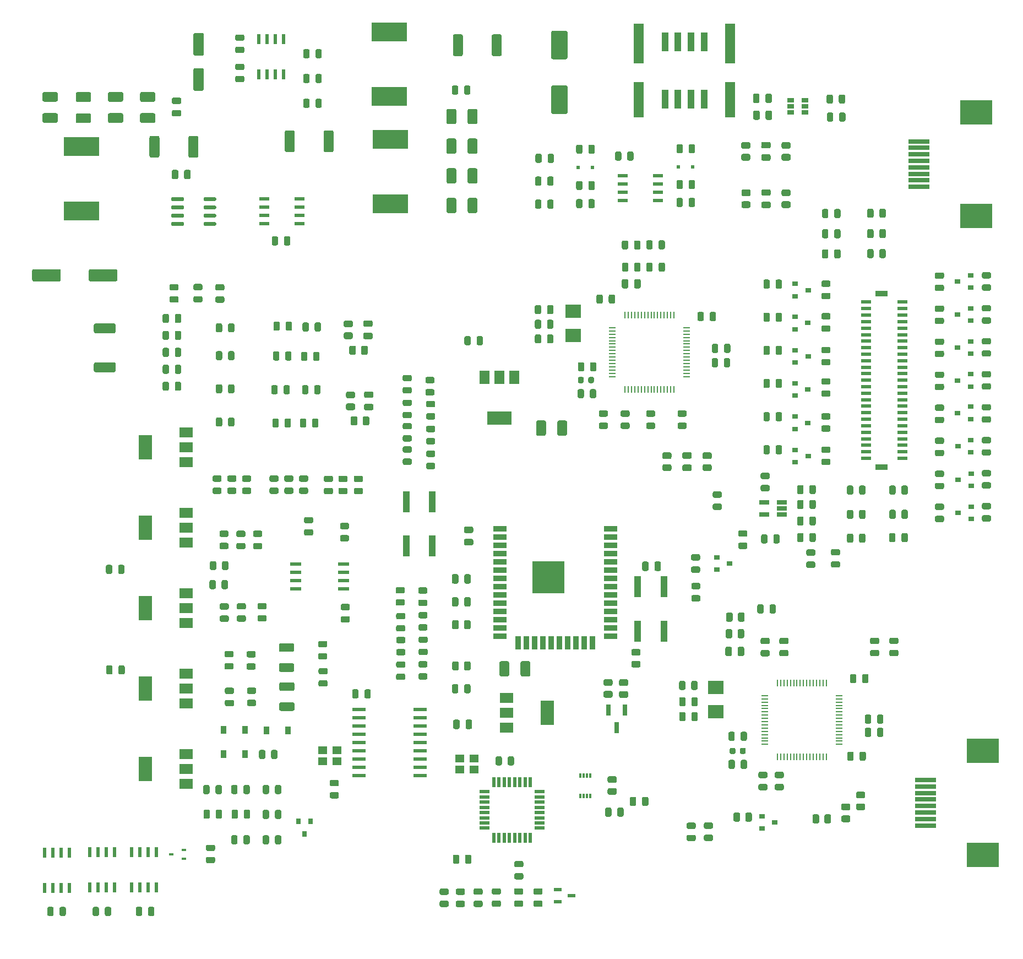
<source format=gtp>
G04 #@! TF.GenerationSoftware,KiCad,Pcbnew,5.1.8-5.1.8*
G04 #@! TF.CreationDate,2022-04-25T14:02:17+03:00*
G04 #@! TF.ProjectId,auris,61757269-732e-46b6-9963-61645f706362,rev?*
G04 #@! TF.SameCoordinates,Original*
G04 #@! TF.FileFunction,Paste,Top*
G04 #@! TF.FilePolarity,Positive*
%FSLAX46Y46*%
G04 Gerber Fmt 4.6, Leading zero omitted, Abs format (unit mm)*
G04 Created by KiCad (PCBNEW 5.1.8-5.1.8) date 2022-04-25 14:02:17*
%MOMM*%
%LPD*%
G01*
G04 APERTURE LIST*
%ADD10R,0.300000X0.800000*%
%ADD11R,0.900000X0.800000*%
%ADD12R,1.000000X3.200000*%
%ADD13R,0.700000X0.450000*%
%ADD14R,2.000000X0.900000*%
%ADD15R,0.900000X2.000000*%
%ADD16R,5.000000X5.000000*%
%ADD17R,0.650000X1.800000*%
%ADD18R,5.400000X2.900000*%
%ADD19R,2.000000X0.600000*%
%ADD20R,2.400000X2.000000*%
%ADD21R,1.550000X0.600000*%
%ADD22R,0.250000X1.000000*%
%ADD23R,1.000000X0.250000*%
%ADD24R,1.500000X2.000000*%
%ADD25R,3.800000X2.000000*%
%ADD26R,0.600000X1.550000*%
%ADD27R,1.060000X0.650000*%
%ADD28R,1.600000X0.550000*%
%ADD29R,0.550000X1.600000*%
%ADD30R,1.400000X1.200000*%
%ADD31R,2.000000X1.500000*%
%ADD32R,2.000000X3.800000*%
%ADD33R,0.500000X0.500000*%
%ADD34R,0.900000X1.200000*%
%ADD35R,0.800000X0.900000*%
%ADD36R,1.300000X0.600000*%
%ADD37R,1.750000X0.550000*%
%ADD38R,3.300000X0.750000*%
%ADD39R,5.000000X3.850000*%
%ADD40R,1.000000X3.000000*%
%ADD41R,1.600000X5.500000*%
%ADD42R,1.600000X6.200000*%
%ADD43R,1.600200X0.609600*%
%ADD44R,1.905000X0.939800*%
%ADD45R,1.560000X0.650000*%
G04 APERTURE END LIST*
G36*
G01*
X113960001Y-132220000D02*
X113059999Y-132220000D01*
G75*
G02*
X112810000Y-131970001I0J249999D01*
G01*
X112810000Y-131444999D01*
G75*
G02*
X113059999Y-131195000I249999J0D01*
G01*
X113960001Y-131195000D01*
G75*
G02*
X114210000Y-131444999I0J-249999D01*
G01*
X114210000Y-131970001D01*
G75*
G02*
X113960001Y-132220000I-249999J0D01*
G01*
G37*
G36*
G01*
X113960001Y-134045000D02*
X113059999Y-134045000D01*
G75*
G02*
X112810000Y-133795001I0J249999D01*
G01*
X112810000Y-133269999D01*
G75*
G02*
X113059999Y-133020000I249999J0D01*
G01*
X113960001Y-133020000D01*
G75*
G02*
X114210000Y-133269999I0J-249999D01*
G01*
X114210000Y-133795001D01*
G75*
G02*
X113960001Y-134045000I-249999J0D01*
G01*
G37*
G36*
G01*
X116350001Y-132240000D02*
X115449999Y-132240000D01*
G75*
G02*
X115200000Y-131990001I0J249999D01*
G01*
X115200000Y-131464999D01*
G75*
G02*
X115449999Y-131215000I249999J0D01*
G01*
X116350001Y-131215000D01*
G75*
G02*
X116600000Y-131464999I0J-249999D01*
G01*
X116600000Y-131990001D01*
G75*
G02*
X116350001Y-132240000I-249999J0D01*
G01*
G37*
G36*
G01*
X116350001Y-134065000D02*
X115449999Y-134065000D01*
G75*
G02*
X115200000Y-133815001I0J249999D01*
G01*
X115200000Y-133289999D01*
G75*
G02*
X115449999Y-133040000I249999J0D01*
G01*
X116350001Y-133040000D01*
G75*
G02*
X116600000Y-133289999I0J-249999D01*
G01*
X116600000Y-133815001D01*
G75*
G02*
X116350001Y-134065000I-249999J0D01*
G01*
G37*
D10*
X110760000Y-149140000D03*
X110260000Y-149140000D03*
X109760000Y-149140000D03*
X109260000Y-149140000D03*
X109260000Y-146040000D03*
X109760000Y-146040000D03*
X110260000Y-146040000D03*
X110760000Y-146040000D03*
G36*
G01*
X113689999Y-147940000D02*
X114590001Y-147940000D01*
G75*
G02*
X114840000Y-148189999I0J-249999D01*
G01*
X114840000Y-148715001D01*
G75*
G02*
X114590001Y-148965000I-249999J0D01*
G01*
X113689999Y-148965000D01*
G75*
G02*
X113440000Y-148715001I0J249999D01*
G01*
X113440000Y-148189999D01*
G75*
G02*
X113689999Y-147940000I249999J0D01*
G01*
G37*
G36*
G01*
X113689999Y-146115000D02*
X114590001Y-146115000D01*
G75*
G02*
X114840000Y-146364999I0J-249999D01*
G01*
X114840000Y-146890001D01*
G75*
G02*
X114590001Y-147140000I-249999J0D01*
G01*
X113689999Y-147140000D01*
G75*
G02*
X113440000Y-146890001I0J249999D01*
G01*
X113440000Y-146364999D01*
G75*
G02*
X113689999Y-146115000I249999J0D01*
G01*
G37*
G36*
G01*
X117840000Y-149533750D02*
X117840000Y-150446250D01*
G75*
G02*
X117596250Y-150690000I-243750J0D01*
G01*
X117108750Y-150690000D01*
G75*
G02*
X116865000Y-150446250I0J243750D01*
G01*
X116865000Y-149533750D01*
G75*
G02*
X117108750Y-149290000I243750J0D01*
G01*
X117596250Y-149290000D01*
G75*
G02*
X117840000Y-149533750I0J-243750D01*
G01*
G37*
G36*
G01*
X119715000Y-149533750D02*
X119715000Y-150446250D01*
G75*
G02*
X119471250Y-150690000I-243750J0D01*
G01*
X118983750Y-150690000D01*
G75*
G02*
X118740000Y-150446250I0J243750D01*
G01*
X118740000Y-149533750D01*
G75*
G02*
X118983750Y-149290000I243750J0D01*
G01*
X119471250Y-149290000D01*
G75*
G02*
X119715000Y-149533750I0J-243750D01*
G01*
G37*
G36*
G01*
X114040000Y-151183750D02*
X114040000Y-152096250D01*
G75*
G02*
X113796250Y-152340000I-243750J0D01*
G01*
X113308750Y-152340000D01*
G75*
G02*
X113065000Y-152096250I0J243750D01*
G01*
X113065000Y-151183750D01*
G75*
G02*
X113308750Y-150940000I243750J0D01*
G01*
X113796250Y-150940000D01*
G75*
G02*
X114040000Y-151183750I0J-243750D01*
G01*
G37*
G36*
G01*
X115915000Y-151183750D02*
X115915000Y-152096250D01*
G75*
G02*
X115671250Y-152340000I-243750J0D01*
G01*
X115183750Y-152340000D01*
G75*
G02*
X114940000Y-152096250I0J243750D01*
G01*
X114940000Y-151183750D01*
G75*
G02*
X115183750Y-150940000I243750J0D01*
G01*
X115671250Y-150940000D01*
G75*
G02*
X115915000Y-151183750I0J-243750D01*
G01*
G37*
G36*
G01*
X152810001Y-149510000D02*
X151909999Y-149510000D01*
G75*
G02*
X151660000Y-149260001I0J249999D01*
G01*
X151660000Y-148734999D01*
G75*
G02*
X151909999Y-148485000I249999J0D01*
G01*
X152810001Y-148485000D01*
G75*
G02*
X153060000Y-148734999I0J-249999D01*
G01*
X153060000Y-149260001D01*
G75*
G02*
X152810001Y-149510000I-249999J0D01*
G01*
G37*
G36*
G01*
X152810001Y-151335000D02*
X151909999Y-151335000D01*
G75*
G02*
X151660000Y-151085001I0J249999D01*
G01*
X151660000Y-150559999D01*
G75*
G02*
X151909999Y-150310000I249999J0D01*
G01*
X152810001Y-150310000D01*
G75*
G02*
X153060000Y-150559999I0J-249999D01*
G01*
X153060000Y-151085001D01*
G75*
G02*
X152810001Y-151335000I-249999J0D01*
G01*
G37*
G36*
G01*
X150520001Y-151350000D02*
X149619999Y-151350000D01*
G75*
G02*
X149370000Y-151100001I0J249999D01*
G01*
X149370000Y-150574999D01*
G75*
G02*
X149619999Y-150325000I249999J0D01*
G01*
X150520001Y-150325000D01*
G75*
G02*
X150770000Y-150574999I0J-249999D01*
G01*
X150770000Y-151100001D01*
G75*
G02*
X150520001Y-151350000I-249999J0D01*
G01*
G37*
G36*
G01*
X150520001Y-153175000D02*
X149619999Y-153175000D01*
G75*
G02*
X149370000Y-152925001I0J249999D01*
G01*
X149370000Y-152399999D01*
G75*
G02*
X149619999Y-152150000I249999J0D01*
G01*
X150520001Y-152150000D01*
G75*
G02*
X150770000Y-152399999I0J-249999D01*
G01*
X150770000Y-152925001D01*
G75*
G02*
X150520001Y-153175000I-249999J0D01*
G01*
G37*
G36*
G01*
X145980000Y-152219999D02*
X145980000Y-153120001D01*
G75*
G02*
X145730001Y-153370000I-249999J0D01*
G01*
X145204999Y-153370000D01*
G75*
G02*
X144955000Y-153120001I0J249999D01*
G01*
X144955000Y-152219999D01*
G75*
G02*
X145204999Y-151970000I249999J0D01*
G01*
X145730001Y-151970000D01*
G75*
G02*
X145980000Y-152219999I0J-249999D01*
G01*
G37*
G36*
G01*
X147805000Y-152219999D02*
X147805000Y-153120001D01*
G75*
G02*
X147555001Y-153370000I-249999J0D01*
G01*
X147029999Y-153370000D01*
G75*
G02*
X146780000Y-153120001I0J249999D01*
G01*
X146780000Y-152219999D01*
G75*
G02*
X147029999Y-151970000I249999J0D01*
G01*
X147555001Y-151970000D01*
G75*
G02*
X147805000Y-152219999I0J-249999D01*
G01*
G37*
G36*
G01*
X133820000Y-151949999D02*
X133820000Y-152850001D01*
G75*
G02*
X133570001Y-153100000I-249999J0D01*
G01*
X133044999Y-153100000D01*
G75*
G02*
X132795000Y-152850001I0J249999D01*
G01*
X132795000Y-151949999D01*
G75*
G02*
X133044999Y-151700000I249999J0D01*
G01*
X133570001Y-151700000D01*
G75*
G02*
X133820000Y-151949999I0J-249999D01*
G01*
G37*
G36*
G01*
X135645000Y-151949999D02*
X135645000Y-152850001D01*
G75*
G02*
X135395001Y-153100000I-249999J0D01*
G01*
X134869999Y-153100000D01*
G75*
G02*
X134620000Y-152850001I0J249999D01*
G01*
X134620000Y-151949999D01*
G75*
G02*
X134869999Y-151700000I249999J0D01*
G01*
X135395001Y-151700000D01*
G75*
G02*
X135645000Y-151949999I0J-249999D01*
G01*
G37*
D11*
X139160000Y-153200000D03*
X137160000Y-154150000D03*
X137160000Y-152250000D03*
G36*
G01*
X116630000Y-69955000D02*
X116630000Y-70905000D01*
G75*
G02*
X116380000Y-71155000I-250000J0D01*
G01*
X115880000Y-71155000D01*
G75*
G02*
X115630000Y-70905000I0J250000D01*
G01*
X115630000Y-69955000D01*
G75*
G02*
X115880000Y-69705000I250000J0D01*
G01*
X116380000Y-69705000D01*
G75*
G02*
X116630000Y-69955000I0J-250000D01*
G01*
G37*
G36*
G01*
X118530000Y-69955000D02*
X118530000Y-70905000D01*
G75*
G02*
X118280000Y-71155000I-250000J0D01*
G01*
X117780000Y-71155000D01*
G75*
G02*
X117530000Y-70905000I0J250000D01*
G01*
X117530000Y-69955000D01*
G75*
G02*
X117780000Y-69705000I250000J0D01*
G01*
X118280000Y-69705000D01*
G75*
G02*
X118530000Y-69955000I0J-250000D01*
G01*
G37*
G36*
G01*
X137440000Y-119943750D02*
X137440000Y-120856250D01*
G75*
G02*
X137196250Y-121100000I-243750J0D01*
G01*
X136708750Y-121100000D01*
G75*
G02*
X136465000Y-120856250I0J243750D01*
G01*
X136465000Y-119943750D01*
G75*
G02*
X136708750Y-119700000I243750J0D01*
G01*
X137196250Y-119700000D01*
G75*
G02*
X137440000Y-119943750I0J-243750D01*
G01*
G37*
G36*
G01*
X139315000Y-119943750D02*
X139315000Y-120856250D01*
G75*
G02*
X139071250Y-121100000I-243750J0D01*
G01*
X138583750Y-121100000D01*
G75*
G02*
X138340000Y-120856250I0J243750D01*
G01*
X138340000Y-119943750D01*
G75*
G02*
X138583750Y-119700000I243750J0D01*
G01*
X139071250Y-119700000D01*
G75*
G02*
X139315000Y-119943750I0J-243750D01*
G01*
G37*
D12*
X122090000Y-117000000D03*
X122090000Y-123800000D03*
X118090000Y-123800000D03*
X118090000Y-117000000D03*
G36*
G01*
X118250001Y-127590000D02*
X117349999Y-127590000D01*
G75*
G02*
X117100000Y-127340001I0J249999D01*
G01*
X117100000Y-126814999D01*
G75*
G02*
X117349999Y-126565000I249999J0D01*
G01*
X118250001Y-126565000D01*
G75*
G02*
X118500000Y-126814999I0J-249999D01*
G01*
X118500000Y-127340001D01*
G75*
G02*
X118250001Y-127590000I-249999J0D01*
G01*
G37*
G36*
G01*
X118250001Y-129415000D02*
X117349999Y-129415000D01*
G75*
G02*
X117100000Y-129165001I0J249999D01*
G01*
X117100000Y-128639999D01*
G75*
G02*
X117349999Y-128390000I249999J0D01*
G01*
X118250001Y-128390000D01*
G75*
G02*
X118500000Y-128639999I0J-249999D01*
G01*
X118500000Y-129165001D01*
G75*
G02*
X118250001Y-129415000I-249999J0D01*
G01*
G37*
G36*
G01*
X90560000Y-128703999D02*
X90560000Y-129604001D01*
G75*
G02*
X90310001Y-129854000I-249999J0D01*
G01*
X89784999Y-129854000D01*
G75*
G02*
X89535000Y-129604001I0J249999D01*
G01*
X89535000Y-128703999D01*
G75*
G02*
X89784999Y-128454000I249999J0D01*
G01*
X90310001Y-128454000D01*
G75*
G02*
X90560000Y-128703999I0J-249999D01*
G01*
G37*
G36*
G01*
X92385000Y-128703999D02*
X92385000Y-129604001D01*
G75*
G02*
X92135001Y-129854000I-249999J0D01*
G01*
X91609999Y-129854000D01*
G75*
G02*
X91360000Y-129604001I0J249999D01*
G01*
X91360000Y-128703999D01*
G75*
G02*
X91609999Y-128454000I249999J0D01*
G01*
X92135001Y-128454000D01*
G75*
G02*
X92385000Y-128703999I0J-249999D01*
G01*
G37*
D13*
X46310000Y-158110000D03*
X48310000Y-157460000D03*
X48310000Y-158760000D03*
G36*
G01*
X90490000Y-132213750D02*
X90490000Y-133126250D01*
G75*
G02*
X90246250Y-133370000I-243750J0D01*
G01*
X89758750Y-133370000D01*
G75*
G02*
X89515000Y-133126250I0J243750D01*
G01*
X89515000Y-132213750D01*
G75*
G02*
X89758750Y-131970000I243750J0D01*
G01*
X90246250Y-131970000D01*
G75*
G02*
X90490000Y-132213750I0J-243750D01*
G01*
G37*
G36*
G01*
X92365000Y-132213750D02*
X92365000Y-133126250D01*
G75*
G02*
X92121250Y-133370000I-243750J0D01*
G01*
X91633750Y-133370000D01*
G75*
G02*
X91390000Y-133126250I0J243750D01*
G01*
X91390000Y-132213750D01*
G75*
G02*
X91633750Y-131970000I243750J0D01*
G01*
X92121250Y-131970000D01*
G75*
G02*
X92365000Y-132213750I0J-243750D01*
G01*
G37*
G36*
G01*
X119750000Y-113365000D02*
X119750000Y-114315000D01*
G75*
G02*
X119500000Y-114565000I-250000J0D01*
G01*
X119000000Y-114565000D01*
G75*
G02*
X118750000Y-114315000I0J250000D01*
G01*
X118750000Y-113365000D01*
G75*
G02*
X119000000Y-113115000I250000J0D01*
G01*
X119500000Y-113115000D01*
G75*
G02*
X119750000Y-113365000I0J-250000D01*
G01*
G37*
G36*
G01*
X121650000Y-113365000D02*
X121650000Y-114315000D01*
G75*
G02*
X121400000Y-114565000I-250000J0D01*
G01*
X120900000Y-114565000D01*
G75*
G02*
X120650000Y-114315000I0J250000D01*
G01*
X120650000Y-113365000D01*
G75*
G02*
X120900000Y-113115000I250000J0D01*
G01*
X121400000Y-113115000D01*
G75*
G02*
X121650000Y-113365000I0J-250000D01*
G01*
G37*
D14*
X113880000Y-108075000D03*
X113880000Y-109345000D03*
X113880000Y-110615000D03*
X113880000Y-111885000D03*
X113880000Y-113155000D03*
X113880000Y-114425000D03*
X113880000Y-115695000D03*
X113880000Y-116965000D03*
X113880000Y-118235000D03*
X113880000Y-119505000D03*
X113880000Y-120775000D03*
X113880000Y-122045000D03*
X113880000Y-123315000D03*
X113880000Y-124585000D03*
D15*
X111095000Y-125585000D03*
X109825000Y-125585000D03*
X108555000Y-125585000D03*
X107285000Y-125585000D03*
X106015000Y-125585000D03*
X104745000Y-125585000D03*
X103475000Y-125585000D03*
X102205000Y-125585000D03*
X100935000Y-125585000D03*
X99665000Y-125585000D03*
D14*
X96880000Y-124585000D03*
X96880000Y-123315000D03*
X96880000Y-122045000D03*
X96880000Y-120775000D03*
X96880000Y-119505000D03*
X96880000Y-118235000D03*
X96880000Y-116965000D03*
X96880000Y-115695000D03*
X96880000Y-114425000D03*
X96880000Y-113155000D03*
X96880000Y-111885000D03*
X96880000Y-110615000D03*
X96880000Y-109345000D03*
X96880000Y-108075000D03*
D16*
X104380000Y-115575000D03*
D12*
X82490000Y-110750000D03*
X82490000Y-103950000D03*
X86490000Y-103950000D03*
X86490000Y-110750000D03*
G36*
G01*
X90550000Y-122371999D02*
X90550000Y-123272001D01*
G75*
G02*
X90300001Y-123522000I-249999J0D01*
G01*
X89774999Y-123522000D01*
G75*
G02*
X89525000Y-123272001I0J249999D01*
G01*
X89525000Y-122371999D01*
G75*
G02*
X89774999Y-122122000I249999J0D01*
G01*
X90300001Y-122122000D01*
G75*
G02*
X90550000Y-122371999I0J-249999D01*
G01*
G37*
G36*
G01*
X92375000Y-122371999D02*
X92375000Y-123272001D01*
G75*
G02*
X92125001Y-123522000I-249999J0D01*
G01*
X91599999Y-123522000D01*
G75*
G02*
X91350000Y-123272001I0J249999D01*
G01*
X91350000Y-122371999D01*
G75*
G02*
X91599999Y-122122000I249999J0D01*
G01*
X92125001Y-122122000D01*
G75*
G02*
X92375000Y-122371999I0J-249999D01*
G01*
G37*
D17*
X114810000Y-138660000D03*
X113540000Y-135960000D03*
X116080000Y-135960000D03*
G36*
G01*
X90500000Y-115315000D02*
X90500000Y-116265000D01*
G75*
G02*
X90250000Y-116515000I-250000J0D01*
G01*
X89750000Y-116515000D01*
G75*
G02*
X89500000Y-116265000I0J250000D01*
G01*
X89500000Y-115315000D01*
G75*
G02*
X89750000Y-115065000I250000J0D01*
G01*
X90250000Y-115065000D01*
G75*
G02*
X90500000Y-115315000I0J-250000D01*
G01*
G37*
G36*
G01*
X92400000Y-115315000D02*
X92400000Y-116265000D01*
G75*
G02*
X92150000Y-116515000I-250000J0D01*
G01*
X91650000Y-116515000D01*
G75*
G02*
X91400000Y-116265000I0J250000D01*
G01*
X91400000Y-115315000D01*
G75*
G02*
X91650000Y-115065000I250000J0D01*
G01*
X92150000Y-115065000D01*
G75*
G02*
X92400000Y-115315000I0J-250000D01*
G01*
G37*
G36*
G01*
X92545000Y-108740000D02*
X91595000Y-108740000D01*
G75*
G02*
X91345000Y-108490000I0J250000D01*
G01*
X91345000Y-107990000D01*
G75*
G02*
X91595000Y-107740000I250000J0D01*
G01*
X92545000Y-107740000D01*
G75*
G02*
X92795000Y-107990000I0J-250000D01*
G01*
X92795000Y-108490000D01*
G75*
G02*
X92545000Y-108740000I-250000J0D01*
G01*
G37*
G36*
G01*
X92545000Y-110640000D02*
X91595000Y-110640000D01*
G75*
G02*
X91345000Y-110390000I0J250000D01*
G01*
X91345000Y-109890000D01*
G75*
G02*
X91595000Y-109640000I250000J0D01*
G01*
X92545000Y-109640000D01*
G75*
G02*
X92795000Y-109890000I0J-250000D01*
G01*
X92795000Y-110390000D01*
G75*
G02*
X92545000Y-110640000I-250000J0D01*
G01*
G37*
G36*
G01*
X91400000Y-119796000D02*
X91400000Y-118846000D01*
G75*
G02*
X91650000Y-118596000I250000J0D01*
G01*
X92150000Y-118596000D01*
G75*
G02*
X92400000Y-118846000I0J-250000D01*
G01*
X92400000Y-119796000D01*
G75*
G02*
X92150000Y-120046000I-250000J0D01*
G01*
X91650000Y-120046000D01*
G75*
G02*
X91400000Y-119796000I0J250000D01*
G01*
G37*
G36*
G01*
X89500000Y-119796000D02*
X89500000Y-118846000D01*
G75*
G02*
X89750000Y-118596000I250000J0D01*
G01*
X90250000Y-118596000D01*
G75*
G02*
X90500000Y-118846000I0J-250000D01*
G01*
X90500000Y-119796000D01*
G75*
G02*
X90250000Y-120046000I-250000J0D01*
G01*
X89750000Y-120046000D01*
G75*
G02*
X89500000Y-119796000I0J250000D01*
G01*
G37*
G36*
G01*
X92400000Y-78713750D02*
X92400000Y-79626250D01*
G75*
G02*
X92156250Y-79870000I-243750J0D01*
G01*
X91668750Y-79870000D01*
G75*
G02*
X91425000Y-79626250I0J243750D01*
G01*
X91425000Y-78713750D01*
G75*
G02*
X91668750Y-78470000I243750J0D01*
G01*
X92156250Y-78470000D01*
G75*
G02*
X92400000Y-78713750I0J-243750D01*
G01*
G37*
G36*
G01*
X94275000Y-78713750D02*
X94275000Y-79626250D01*
G75*
G02*
X94031250Y-79870000I-243750J0D01*
G01*
X93543750Y-79870000D01*
G75*
G02*
X93300000Y-79626250I0J243750D01*
G01*
X93300000Y-78713750D01*
G75*
G02*
X93543750Y-78470000I243750J0D01*
G01*
X94031250Y-78470000D01*
G75*
G02*
X94275000Y-78713750I0J-243750D01*
G01*
G37*
G36*
G01*
X46350000Y-57555000D02*
X46350000Y-57255000D01*
G75*
G02*
X46500000Y-57105000I150000J0D01*
G01*
X48150000Y-57105000D01*
G75*
G02*
X48300000Y-57255000I0J-150000D01*
G01*
X48300000Y-57555000D01*
G75*
G02*
X48150000Y-57705000I-150000J0D01*
G01*
X46500000Y-57705000D01*
G75*
G02*
X46350000Y-57555000I0J150000D01*
G01*
G37*
G36*
G01*
X46350000Y-58825000D02*
X46350000Y-58525000D01*
G75*
G02*
X46500000Y-58375000I150000J0D01*
G01*
X48150000Y-58375000D01*
G75*
G02*
X48300000Y-58525000I0J-150000D01*
G01*
X48300000Y-58825000D01*
G75*
G02*
X48150000Y-58975000I-150000J0D01*
G01*
X46500000Y-58975000D01*
G75*
G02*
X46350000Y-58825000I0J150000D01*
G01*
G37*
G36*
G01*
X46350000Y-60095000D02*
X46350000Y-59795000D01*
G75*
G02*
X46500000Y-59645000I150000J0D01*
G01*
X48150000Y-59645000D01*
G75*
G02*
X48300000Y-59795000I0J-150000D01*
G01*
X48300000Y-60095000D01*
G75*
G02*
X48150000Y-60245000I-150000J0D01*
G01*
X46500000Y-60245000D01*
G75*
G02*
X46350000Y-60095000I0J150000D01*
G01*
G37*
G36*
G01*
X46350000Y-61365000D02*
X46350000Y-61065000D01*
G75*
G02*
X46500000Y-60915000I150000J0D01*
G01*
X48150000Y-60915000D01*
G75*
G02*
X48300000Y-61065000I0J-150000D01*
G01*
X48300000Y-61365000D01*
G75*
G02*
X48150000Y-61515000I-150000J0D01*
G01*
X46500000Y-61515000D01*
G75*
G02*
X46350000Y-61365000I0J150000D01*
G01*
G37*
G36*
G01*
X51300000Y-61365000D02*
X51300000Y-61065000D01*
G75*
G02*
X51450000Y-60915000I150000J0D01*
G01*
X53100000Y-60915000D01*
G75*
G02*
X53250000Y-61065000I0J-150000D01*
G01*
X53250000Y-61365000D01*
G75*
G02*
X53100000Y-61515000I-150000J0D01*
G01*
X51450000Y-61515000D01*
G75*
G02*
X51300000Y-61365000I0J150000D01*
G01*
G37*
G36*
G01*
X51300000Y-60095000D02*
X51300000Y-59795000D01*
G75*
G02*
X51450000Y-59645000I150000J0D01*
G01*
X53100000Y-59645000D01*
G75*
G02*
X53250000Y-59795000I0J-150000D01*
G01*
X53250000Y-60095000D01*
G75*
G02*
X53100000Y-60245000I-150000J0D01*
G01*
X51450000Y-60245000D01*
G75*
G02*
X51300000Y-60095000I0J150000D01*
G01*
G37*
G36*
G01*
X51300000Y-58825000D02*
X51300000Y-58525000D01*
G75*
G02*
X51450000Y-58375000I150000J0D01*
G01*
X53100000Y-58375000D01*
G75*
G02*
X53250000Y-58525000I0J-150000D01*
G01*
X53250000Y-58825000D01*
G75*
G02*
X53100000Y-58975000I-150000J0D01*
G01*
X51450000Y-58975000D01*
G75*
G02*
X51300000Y-58825000I0J150000D01*
G01*
G37*
G36*
G01*
X51300000Y-57555000D02*
X51300000Y-57255000D01*
G75*
G02*
X51450000Y-57105000I150000J0D01*
G01*
X53100000Y-57105000D01*
G75*
G02*
X53250000Y-57255000I0J-150000D01*
G01*
X53250000Y-57555000D01*
G75*
G02*
X53100000Y-57705000I-150000J0D01*
G01*
X51450000Y-57705000D01*
G75*
G02*
X51300000Y-57555000I0J150000D01*
G01*
G37*
G36*
G01*
X104166000Y-58646250D02*
X104166000Y-57733750D01*
G75*
G02*
X104409750Y-57490000I243750J0D01*
G01*
X104897250Y-57490000D01*
G75*
G02*
X105141000Y-57733750I0J-243750D01*
G01*
X105141000Y-58646250D01*
G75*
G02*
X104897250Y-58890000I-243750J0D01*
G01*
X104409750Y-58890000D01*
G75*
G02*
X104166000Y-58646250I0J243750D01*
G01*
G37*
G36*
G01*
X102291000Y-58646250D02*
X102291000Y-57733750D01*
G75*
G02*
X102534750Y-57490000I243750J0D01*
G01*
X103022250Y-57490000D01*
G75*
G02*
X103266000Y-57733750I0J-243750D01*
G01*
X103266000Y-58646250D01*
G75*
G02*
X103022250Y-58890000I-243750J0D01*
G01*
X102534750Y-58890000D01*
G75*
G02*
X102291000Y-58646250I0J243750D01*
G01*
G37*
G36*
G01*
X104216000Y-51596250D02*
X104216000Y-50683750D01*
G75*
G02*
X104459750Y-50440000I243750J0D01*
G01*
X104947250Y-50440000D01*
G75*
G02*
X105191000Y-50683750I0J-243750D01*
G01*
X105191000Y-51596250D01*
G75*
G02*
X104947250Y-51840000I-243750J0D01*
G01*
X104459750Y-51840000D01*
G75*
G02*
X104216000Y-51596250I0J243750D01*
G01*
G37*
G36*
G01*
X102341000Y-51596250D02*
X102341000Y-50683750D01*
G75*
G02*
X102584750Y-50440000I243750J0D01*
G01*
X103072250Y-50440000D01*
G75*
G02*
X103316000Y-50683750I0J-243750D01*
G01*
X103316000Y-51596250D01*
G75*
G02*
X103072250Y-51840000I-243750J0D01*
G01*
X102584750Y-51840000D01*
G75*
G02*
X102341000Y-51596250I0J243750D01*
G01*
G37*
G36*
G01*
X104166000Y-55096250D02*
X104166000Y-54183750D01*
G75*
G02*
X104409750Y-53940000I243750J0D01*
G01*
X104897250Y-53940000D01*
G75*
G02*
X105141000Y-54183750I0J-243750D01*
G01*
X105141000Y-55096250D01*
G75*
G02*
X104897250Y-55340000I-243750J0D01*
G01*
X104409750Y-55340000D01*
G75*
G02*
X104166000Y-55096250I0J243750D01*
G01*
G37*
G36*
G01*
X102291000Y-55096250D02*
X102291000Y-54183750D01*
G75*
G02*
X102534750Y-53940000I243750J0D01*
G01*
X103022250Y-53940000D01*
G75*
G02*
X103266000Y-54183750I0J-243750D01*
G01*
X103266000Y-55096250D01*
G75*
G02*
X103022250Y-55340000I-243750J0D01*
G01*
X102534750Y-55340000D01*
G75*
G02*
X102291000Y-55096250I0J243750D01*
G01*
G37*
G36*
G01*
X67622000Y-42215750D02*
X67622000Y-43128250D01*
G75*
G02*
X67378250Y-43372000I-243750J0D01*
G01*
X66890750Y-43372000D01*
G75*
G02*
X66647000Y-43128250I0J243750D01*
G01*
X66647000Y-42215750D01*
G75*
G02*
X66890750Y-41972000I243750J0D01*
G01*
X67378250Y-41972000D01*
G75*
G02*
X67622000Y-42215750I0J-243750D01*
G01*
G37*
G36*
G01*
X69497000Y-42215750D02*
X69497000Y-43128250D01*
G75*
G02*
X69253250Y-43372000I-243750J0D01*
G01*
X68765750Y-43372000D01*
G75*
G02*
X68522000Y-43128250I0J243750D01*
G01*
X68522000Y-42215750D01*
G75*
G02*
X68765750Y-41972000I243750J0D01*
G01*
X69253250Y-41972000D01*
G75*
G02*
X69497000Y-42215750I0J-243750D01*
G01*
G37*
D18*
X79840000Y-31730000D03*
X79840000Y-41630000D03*
D19*
X84600000Y-135870000D03*
X84600000Y-137140000D03*
X84600000Y-138410000D03*
X84600000Y-139680000D03*
X84600000Y-140950000D03*
X84600000Y-142220000D03*
X84600000Y-143490000D03*
X84600000Y-144760000D03*
X84600000Y-146030000D03*
X75200000Y-146030000D03*
X75200000Y-144760000D03*
X75200000Y-143490000D03*
X75200000Y-142220000D03*
X75200000Y-140950000D03*
X75200000Y-139680000D03*
X75200000Y-138410000D03*
X75200000Y-137140000D03*
X75200000Y-135870000D03*
G36*
G01*
X55080000Y-81931250D02*
X55080000Y-81018750D01*
G75*
G02*
X55323750Y-80775000I243750J0D01*
G01*
X55811250Y-80775000D01*
G75*
G02*
X56055000Y-81018750I0J-243750D01*
G01*
X56055000Y-81931250D01*
G75*
G02*
X55811250Y-82175000I-243750J0D01*
G01*
X55323750Y-82175000D01*
G75*
G02*
X55080000Y-81931250I0J243750D01*
G01*
G37*
G36*
G01*
X53205000Y-81931250D02*
X53205000Y-81018750D01*
G75*
G02*
X53448750Y-80775000I243750J0D01*
G01*
X53936250Y-80775000D01*
G75*
G02*
X54180000Y-81018750I0J-243750D01*
G01*
X54180000Y-81931250D01*
G75*
G02*
X53936250Y-82175000I-243750J0D01*
G01*
X53448750Y-82175000D01*
G75*
G02*
X53205000Y-81931250I0J243750D01*
G01*
G37*
G36*
G01*
X51923750Y-158520000D02*
X52836250Y-158520000D01*
G75*
G02*
X53080000Y-158763750I0J-243750D01*
G01*
X53080000Y-159251250D01*
G75*
G02*
X52836250Y-159495000I-243750J0D01*
G01*
X51923750Y-159495000D01*
G75*
G02*
X51680000Y-159251250I0J243750D01*
G01*
X51680000Y-158763750D01*
G75*
G02*
X51923750Y-158520000I243750J0D01*
G01*
G37*
G36*
G01*
X51923750Y-156645000D02*
X52836250Y-156645000D01*
G75*
G02*
X53080000Y-156888750I0J-243750D01*
G01*
X53080000Y-157376250D01*
G75*
G02*
X52836250Y-157620000I-243750J0D01*
G01*
X51923750Y-157620000D01*
G75*
G02*
X51680000Y-157376250I0J243750D01*
G01*
X51680000Y-156888750D01*
G75*
G02*
X51923750Y-156645000I243750J0D01*
G01*
G37*
G36*
G01*
X55080000Y-77651250D02*
X55080000Y-76738750D01*
G75*
G02*
X55323750Y-76495000I243750J0D01*
G01*
X55811250Y-76495000D01*
G75*
G02*
X56055000Y-76738750I0J-243750D01*
G01*
X56055000Y-77651250D01*
G75*
G02*
X55811250Y-77895000I-243750J0D01*
G01*
X55323750Y-77895000D01*
G75*
G02*
X55080000Y-77651250I0J243750D01*
G01*
G37*
G36*
G01*
X53205000Y-77651250D02*
X53205000Y-76738750D01*
G75*
G02*
X53448750Y-76495000I243750J0D01*
G01*
X53936250Y-76495000D01*
G75*
G02*
X54180000Y-76738750I0J-243750D01*
G01*
X54180000Y-77651250D01*
G75*
G02*
X53936250Y-77895000I-243750J0D01*
G01*
X53448750Y-77895000D01*
G75*
G02*
X53205000Y-77651250I0J243750D01*
G01*
G37*
G36*
G01*
X105715000Y-93535000D02*
X105715000Y-91685000D01*
G75*
G02*
X105965000Y-91435000I250000J0D01*
G01*
X106965000Y-91435000D01*
G75*
G02*
X107215000Y-91685000I0J-250000D01*
G01*
X107215000Y-93535000D01*
G75*
G02*
X106965000Y-93785000I-250000J0D01*
G01*
X105965000Y-93785000D01*
G75*
G02*
X105715000Y-93535000I0J250000D01*
G01*
G37*
G36*
G01*
X102465000Y-93534500D02*
X102465000Y-91685500D01*
G75*
G02*
X102715500Y-91435000I250500J0D01*
G01*
X103714500Y-91435000D01*
G75*
G02*
X103965000Y-91685500I0J-250500D01*
G01*
X103965000Y-93534500D01*
G75*
G02*
X103714500Y-93785000I-250500J0D01*
G01*
X102715500Y-93785000D01*
G75*
G02*
X102465000Y-93534500I0J250500D01*
G01*
G37*
G36*
G01*
X129140000Y-75916250D02*
X129140000Y-75003750D01*
G75*
G02*
X129383750Y-74760000I243750J0D01*
G01*
X129871250Y-74760000D01*
G75*
G02*
X130115000Y-75003750I0J-243750D01*
G01*
X130115000Y-75916250D01*
G75*
G02*
X129871250Y-76160000I-243750J0D01*
G01*
X129383750Y-76160000D01*
G75*
G02*
X129140000Y-75916250I0J243750D01*
G01*
G37*
G36*
G01*
X127265000Y-75916250D02*
X127265000Y-75003750D01*
G75*
G02*
X127508750Y-74760000I243750J0D01*
G01*
X127996250Y-74760000D01*
G75*
G02*
X128240000Y-75003750I0J-243750D01*
G01*
X128240000Y-75916250D01*
G75*
G02*
X127996250Y-76160000I-243750J0D01*
G01*
X127508750Y-76160000D01*
G75*
G02*
X127265000Y-75916250I0J243750D01*
G01*
G37*
G36*
G01*
X63149997Y-128750000D02*
X65000003Y-128750000D01*
G75*
G02*
X65250000Y-128999997I0J-249997D01*
G01*
X65250000Y-129825003D01*
G75*
G02*
X65000003Y-130075000I-249997J0D01*
G01*
X63149997Y-130075000D01*
G75*
G02*
X62900000Y-129825003I0J249997D01*
G01*
X62900000Y-128999997D01*
G75*
G02*
X63149997Y-128750000I249997J0D01*
G01*
G37*
G36*
G01*
X63149997Y-125675000D02*
X65000003Y-125675000D01*
G75*
G02*
X65250000Y-125924997I0J-249997D01*
G01*
X65250000Y-126750003D01*
G75*
G02*
X65000003Y-127000000I-249997J0D01*
G01*
X63149997Y-127000000D01*
G75*
G02*
X62900000Y-126750003I0J249997D01*
G01*
X62900000Y-125924997D01*
G75*
G02*
X63149997Y-125675000I249997J0D01*
G01*
G37*
D20*
X130070000Y-136190000D03*
X130070000Y-132490000D03*
G36*
G01*
X54160000Y-114196250D02*
X54160000Y-113283750D01*
G75*
G02*
X54403750Y-113040000I243750J0D01*
G01*
X54891250Y-113040000D01*
G75*
G02*
X55135000Y-113283750I0J-243750D01*
G01*
X55135000Y-114196250D01*
G75*
G02*
X54891250Y-114440000I-243750J0D01*
G01*
X54403750Y-114440000D01*
G75*
G02*
X54160000Y-114196250I0J243750D01*
G01*
G37*
G36*
G01*
X52285000Y-114196250D02*
X52285000Y-113283750D01*
G75*
G02*
X52528750Y-113040000I243750J0D01*
G01*
X53016250Y-113040000D01*
G75*
G02*
X53260000Y-113283750I0J-243750D01*
G01*
X53260000Y-114196250D01*
G75*
G02*
X53016250Y-114440000I-243750J0D01*
G01*
X52528750Y-114440000D01*
G75*
G02*
X52285000Y-114196250I0J243750D01*
G01*
G37*
G36*
G01*
X29360000Y-68419996D02*
X29360000Y-69820004D01*
G75*
G02*
X29110004Y-70070000I-249996J0D01*
G01*
X25209996Y-70070000D01*
G75*
G02*
X24960000Y-69820004I0J249996D01*
G01*
X24960000Y-68419996D01*
G75*
G02*
X25209996Y-68170000I249996J0D01*
G01*
X29110004Y-68170000D01*
G75*
G02*
X29360000Y-68419996I0J-249996D01*
G01*
G37*
G36*
G01*
X38060000Y-68419996D02*
X38060000Y-69820004D01*
G75*
G02*
X37810004Y-70070000I-249996J0D01*
G01*
X33909996Y-70070000D01*
G75*
G02*
X33660000Y-69820004I0J249996D01*
G01*
X33660000Y-68419996D01*
G75*
G02*
X33909996Y-68170000I249996J0D01*
G01*
X37810004Y-68170000D01*
G75*
G02*
X38060000Y-68419996I0J-249996D01*
G01*
G37*
G36*
G01*
X57352250Y-33078000D02*
X56439750Y-33078000D01*
G75*
G02*
X56196000Y-32834250I0J243750D01*
G01*
X56196000Y-32346750D01*
G75*
G02*
X56439750Y-32103000I243750J0D01*
G01*
X57352250Y-32103000D01*
G75*
G02*
X57596000Y-32346750I0J-243750D01*
G01*
X57596000Y-32834250D01*
G75*
G02*
X57352250Y-33078000I-243750J0D01*
G01*
G37*
G36*
G01*
X57352250Y-34953000D02*
X56439750Y-34953000D01*
G75*
G02*
X56196000Y-34709250I0J243750D01*
G01*
X56196000Y-34221750D01*
G75*
G02*
X56439750Y-33978000I243750J0D01*
G01*
X57352250Y-33978000D01*
G75*
G02*
X57596000Y-34221750I0J-243750D01*
G01*
X57596000Y-34709250D01*
G75*
G02*
X57352250Y-34953000I-243750J0D01*
G01*
G37*
G36*
G01*
X126310000Y-132616250D02*
X126310000Y-131703750D01*
G75*
G02*
X126553750Y-131460000I243750J0D01*
G01*
X127041250Y-131460000D01*
G75*
G02*
X127285000Y-131703750I0J-243750D01*
G01*
X127285000Y-132616250D01*
G75*
G02*
X127041250Y-132860000I-243750J0D01*
G01*
X126553750Y-132860000D01*
G75*
G02*
X126310000Y-132616250I0J243750D01*
G01*
G37*
G36*
G01*
X124435000Y-132616250D02*
X124435000Y-131703750D01*
G75*
G02*
X124678750Y-131460000I243750J0D01*
G01*
X125166250Y-131460000D01*
G75*
G02*
X125410000Y-131703750I0J-243750D01*
G01*
X125410000Y-132616250D01*
G75*
G02*
X125166250Y-132860000I-243750J0D01*
G01*
X124678750Y-132860000D01*
G75*
G02*
X124435000Y-132616250I0J243750D01*
G01*
G37*
G36*
G01*
X126334000Y-135122250D02*
X126334000Y-134209750D01*
G75*
G02*
X126577750Y-133966000I243750J0D01*
G01*
X127065250Y-133966000D01*
G75*
G02*
X127309000Y-134209750I0J-243750D01*
G01*
X127309000Y-135122250D01*
G75*
G02*
X127065250Y-135366000I-243750J0D01*
G01*
X126577750Y-135366000D01*
G75*
G02*
X126334000Y-135122250I0J243750D01*
G01*
G37*
G36*
G01*
X124459000Y-135122250D02*
X124459000Y-134209750D01*
G75*
G02*
X124702750Y-133966000I243750J0D01*
G01*
X125190250Y-133966000D01*
G75*
G02*
X125434000Y-134209750I0J-243750D01*
G01*
X125434000Y-135122250D01*
G75*
G02*
X125190250Y-135366000I-243750J0D01*
G01*
X124702750Y-135366000D01*
G75*
G02*
X124459000Y-135122250I0J243750D01*
G01*
G37*
G36*
G01*
X51096000Y-35372000D02*
X49996000Y-35372000D01*
G75*
G02*
X49746000Y-35122000I0J250000D01*
G01*
X49746000Y-32122000D01*
G75*
G02*
X49996000Y-31872000I250000J0D01*
G01*
X51096000Y-31872000D01*
G75*
G02*
X51346000Y-32122000I0J-250000D01*
G01*
X51346000Y-35122000D01*
G75*
G02*
X51096000Y-35372000I-250000J0D01*
G01*
G37*
G36*
G01*
X51096000Y-40772000D02*
X49996000Y-40772000D01*
G75*
G02*
X49746000Y-40522000I0J250000D01*
G01*
X49746000Y-37522000D01*
G75*
G02*
X49996000Y-37272000I250000J0D01*
G01*
X51096000Y-37272000D01*
G75*
G02*
X51346000Y-37522000I0J-250000D01*
G01*
X51346000Y-40522000D01*
G75*
G02*
X51096000Y-40772000I-250000J0D01*
G01*
G37*
G36*
G01*
X91382000Y-41096250D02*
X91382000Y-40183750D01*
G75*
G02*
X91625750Y-39940000I243750J0D01*
G01*
X92113250Y-39940000D01*
G75*
G02*
X92357000Y-40183750I0J-243750D01*
G01*
X92357000Y-41096250D01*
G75*
G02*
X92113250Y-41340000I-243750J0D01*
G01*
X91625750Y-41340000D01*
G75*
G02*
X91382000Y-41096250I0J243750D01*
G01*
G37*
G36*
G01*
X89507000Y-41096250D02*
X89507000Y-40183750D01*
G75*
G02*
X89750750Y-39940000I243750J0D01*
G01*
X90238250Y-39940000D01*
G75*
G02*
X90482000Y-40183750I0J-243750D01*
G01*
X90482000Y-41096250D01*
G75*
G02*
X90238250Y-41340000I-243750J0D01*
G01*
X89750750Y-41340000D01*
G75*
G02*
X89507000Y-41096250I0J243750D01*
G01*
G37*
G36*
G01*
X68180000Y-82041250D02*
X68180000Y-81128750D01*
G75*
G02*
X68423750Y-80885000I243750J0D01*
G01*
X68911250Y-80885000D01*
G75*
G02*
X69155000Y-81128750I0J-243750D01*
G01*
X69155000Y-82041250D01*
G75*
G02*
X68911250Y-82285000I-243750J0D01*
G01*
X68423750Y-82285000D01*
G75*
G02*
X68180000Y-82041250I0J243750D01*
G01*
G37*
G36*
G01*
X66305000Y-82041250D02*
X66305000Y-81128750D01*
G75*
G02*
X66548750Y-80885000I243750J0D01*
G01*
X67036250Y-80885000D01*
G75*
G02*
X67280000Y-81128750I0J-243750D01*
G01*
X67280000Y-82041250D01*
G75*
G02*
X67036250Y-82285000I-243750J0D01*
G01*
X66548750Y-82285000D01*
G75*
G02*
X66305000Y-82041250I0J243750D01*
G01*
G37*
G36*
G01*
X68400000Y-77521250D02*
X68400000Y-76608750D01*
G75*
G02*
X68643750Y-76365000I243750J0D01*
G01*
X69131250Y-76365000D01*
G75*
G02*
X69375000Y-76608750I0J-243750D01*
G01*
X69375000Y-77521250D01*
G75*
G02*
X69131250Y-77765000I-243750J0D01*
G01*
X68643750Y-77765000D01*
G75*
G02*
X68400000Y-77521250I0J243750D01*
G01*
G37*
G36*
G01*
X66525000Y-77521250D02*
X66525000Y-76608750D01*
G75*
G02*
X66768750Y-76365000I243750J0D01*
G01*
X67256250Y-76365000D01*
G75*
G02*
X67500000Y-76608750I0J-243750D01*
G01*
X67500000Y-77521250D01*
G75*
G02*
X67256250Y-77765000I-243750J0D01*
G01*
X66768750Y-77765000D01*
G75*
G02*
X66525000Y-77521250I0J243750D01*
G01*
G37*
G36*
G01*
X105030000Y-39930000D02*
X107030000Y-39930000D01*
G75*
G02*
X107280000Y-40180000I0J-250000D01*
G01*
X107280000Y-44080000D01*
G75*
G02*
X107030000Y-44330000I-250000J0D01*
G01*
X105030000Y-44330000D01*
G75*
G02*
X104780000Y-44080000I0J250000D01*
G01*
X104780000Y-40180000D01*
G75*
G02*
X105030000Y-39930000I250000J0D01*
G01*
G37*
G36*
G01*
X105030000Y-31530000D02*
X107030000Y-31530000D01*
G75*
G02*
X107280000Y-31780000I0J-250000D01*
G01*
X107280000Y-35680000D01*
G75*
G02*
X107030000Y-35930000I-250000J0D01*
G01*
X105030000Y-35930000D01*
G75*
G02*
X104780000Y-35680000I0J250000D01*
G01*
X104780000Y-31780000D01*
G75*
G02*
X105030000Y-31530000I250000J0D01*
G01*
G37*
G36*
G01*
X104131000Y-77104250D02*
X104131000Y-76191750D01*
G75*
G02*
X104374750Y-75948000I243750J0D01*
G01*
X104862250Y-75948000D01*
G75*
G02*
X105106000Y-76191750I0J-243750D01*
G01*
X105106000Y-77104250D01*
G75*
G02*
X104862250Y-77348000I-243750J0D01*
G01*
X104374750Y-77348000D01*
G75*
G02*
X104131000Y-77104250I0J243750D01*
G01*
G37*
G36*
G01*
X102256000Y-77104250D02*
X102256000Y-76191750D01*
G75*
G02*
X102499750Y-75948000I243750J0D01*
G01*
X102987250Y-75948000D01*
G75*
G02*
X103231000Y-76191750I0J-243750D01*
G01*
X103231000Y-77104250D01*
G75*
G02*
X102987250Y-77348000I-243750J0D01*
G01*
X102499750Y-77348000D01*
G75*
G02*
X102256000Y-77104250I0J243750D01*
G01*
G37*
G36*
G01*
X104131000Y-74856250D02*
X104131000Y-73943750D01*
G75*
G02*
X104374750Y-73700000I243750J0D01*
G01*
X104862250Y-73700000D01*
G75*
G02*
X105106000Y-73943750I0J-243750D01*
G01*
X105106000Y-74856250D01*
G75*
G02*
X104862250Y-75100000I-243750J0D01*
G01*
X104374750Y-75100000D01*
G75*
G02*
X104131000Y-74856250I0J243750D01*
G01*
G37*
G36*
G01*
X102256000Y-74856250D02*
X102256000Y-73943750D01*
G75*
G02*
X102499750Y-73700000I243750J0D01*
G01*
X102987250Y-73700000D01*
G75*
G02*
X103231000Y-73943750I0J-243750D01*
G01*
X103231000Y-74856250D01*
G75*
G02*
X102987250Y-75100000I-243750J0D01*
G01*
X102499750Y-75100000D01*
G75*
G02*
X102256000Y-74856250I0J243750D01*
G01*
G37*
G36*
G01*
X124453750Y-91760000D02*
X125366250Y-91760000D01*
G75*
G02*
X125610000Y-92003750I0J-243750D01*
G01*
X125610000Y-92491250D01*
G75*
G02*
X125366250Y-92735000I-243750J0D01*
G01*
X124453750Y-92735000D01*
G75*
G02*
X124210000Y-92491250I0J243750D01*
G01*
X124210000Y-92003750D01*
G75*
G02*
X124453750Y-91760000I243750J0D01*
G01*
G37*
G36*
G01*
X124453750Y-89885000D02*
X125366250Y-89885000D01*
G75*
G02*
X125610000Y-90128750I0J-243750D01*
G01*
X125610000Y-90616250D01*
G75*
G02*
X125366250Y-90860000I-243750J0D01*
G01*
X124453750Y-90860000D01*
G75*
G02*
X124210000Y-90616250I0J243750D01*
G01*
X124210000Y-90128750D01*
G75*
G02*
X124453750Y-89885000I243750J0D01*
G01*
G37*
G36*
G01*
X113256250Y-90860000D02*
X112343750Y-90860000D01*
G75*
G02*
X112100000Y-90616250I0J243750D01*
G01*
X112100000Y-90128750D01*
G75*
G02*
X112343750Y-89885000I243750J0D01*
G01*
X113256250Y-89885000D01*
G75*
G02*
X113500000Y-90128750I0J-243750D01*
G01*
X113500000Y-90616250D01*
G75*
G02*
X113256250Y-90860000I-243750J0D01*
G01*
G37*
G36*
G01*
X113256250Y-92735000D02*
X112343750Y-92735000D01*
G75*
G02*
X112100000Y-92491250I0J243750D01*
G01*
X112100000Y-92003750D01*
G75*
G02*
X112343750Y-91760000I243750J0D01*
G01*
X113256250Y-91760000D01*
G75*
G02*
X113500000Y-92003750I0J-243750D01*
G01*
X113500000Y-92491250D01*
G75*
G02*
X113256250Y-92735000I-243750J0D01*
G01*
G37*
G36*
G01*
X148100000Y-41583750D02*
X148100000Y-42496250D01*
G75*
G02*
X147856250Y-42740000I-243750J0D01*
G01*
X147368750Y-42740000D01*
G75*
G02*
X147125000Y-42496250I0J243750D01*
G01*
X147125000Y-41583750D01*
G75*
G02*
X147368750Y-41340000I243750J0D01*
G01*
X147856250Y-41340000D01*
G75*
G02*
X148100000Y-41583750I0J-243750D01*
G01*
G37*
G36*
G01*
X149975000Y-41583750D02*
X149975000Y-42496250D01*
G75*
G02*
X149731250Y-42740000I-243750J0D01*
G01*
X149243750Y-42740000D01*
G75*
G02*
X149000000Y-42496250I0J243750D01*
G01*
X149000000Y-41583750D01*
G75*
G02*
X149243750Y-41340000I243750J0D01*
G01*
X149731250Y-41340000D01*
G75*
G02*
X149975000Y-41583750I0J-243750D01*
G01*
G37*
G36*
G01*
X68330000Y-87161250D02*
X68330000Y-86248750D01*
G75*
G02*
X68573750Y-86005000I243750J0D01*
G01*
X69061250Y-86005000D01*
G75*
G02*
X69305000Y-86248750I0J-243750D01*
G01*
X69305000Y-87161250D01*
G75*
G02*
X69061250Y-87405000I-243750J0D01*
G01*
X68573750Y-87405000D01*
G75*
G02*
X68330000Y-87161250I0J243750D01*
G01*
G37*
G36*
G01*
X66455000Y-87161250D02*
X66455000Y-86248750D01*
G75*
G02*
X66698750Y-86005000I243750J0D01*
G01*
X67186250Y-86005000D01*
G75*
G02*
X67430000Y-86248750I0J-243750D01*
G01*
X67430000Y-87161250D01*
G75*
G02*
X67186250Y-87405000I-243750J0D01*
G01*
X66698750Y-87405000D01*
G75*
G02*
X66455000Y-87161250I0J243750D01*
G01*
G37*
G36*
G01*
X68005000Y-92281250D02*
X68005000Y-91368750D01*
G75*
G02*
X68248750Y-91125000I243750J0D01*
G01*
X68736250Y-91125000D01*
G75*
G02*
X68980000Y-91368750I0J-243750D01*
G01*
X68980000Y-92281250D01*
G75*
G02*
X68736250Y-92525000I-243750J0D01*
G01*
X68248750Y-92525000D01*
G75*
G02*
X68005000Y-92281250I0J243750D01*
G01*
G37*
G36*
G01*
X66130000Y-92281250D02*
X66130000Y-91368750D01*
G75*
G02*
X66373750Y-91125000I243750J0D01*
G01*
X66861250Y-91125000D01*
G75*
G02*
X67105000Y-91368750I0J-243750D01*
G01*
X67105000Y-92281250D01*
G75*
G02*
X66861250Y-92525000I-243750J0D01*
G01*
X66373750Y-92525000D01*
G75*
G02*
X66130000Y-92281250I0J243750D01*
G01*
G37*
D21*
X60650000Y-61205000D03*
X60650000Y-59935000D03*
X60650000Y-58665000D03*
X60650000Y-57395000D03*
X66050000Y-57395000D03*
X66050000Y-58665000D03*
X66050000Y-59935000D03*
X66050000Y-61205000D03*
D22*
X139565000Y-131775000D03*
X140065000Y-131775000D03*
X140565000Y-131775000D03*
X141065000Y-131775000D03*
X141565000Y-131775000D03*
X142065000Y-131775000D03*
X142565000Y-131775000D03*
X143065000Y-131775000D03*
X143565000Y-131775000D03*
X144065000Y-131775000D03*
X144565000Y-131775000D03*
X145065000Y-131775000D03*
X145565000Y-131775000D03*
X146065000Y-131775000D03*
X146565000Y-131775000D03*
X147065000Y-131775000D03*
D23*
X149015000Y-133725000D03*
X149015000Y-134225000D03*
X149015000Y-134725000D03*
X149015000Y-135225000D03*
X149015000Y-135725000D03*
X149015000Y-136225000D03*
X149015000Y-136725000D03*
X149015000Y-137225000D03*
X149015000Y-137725000D03*
X149015000Y-138225000D03*
X149015000Y-138725000D03*
X149015000Y-139225000D03*
X149015000Y-139725000D03*
X149015000Y-140225000D03*
X149015000Y-140725000D03*
X149015000Y-141225000D03*
D22*
X147065000Y-143175000D03*
X146565000Y-143175000D03*
X146065000Y-143175000D03*
X145565000Y-143175000D03*
X145065000Y-143175000D03*
X144565000Y-143175000D03*
X144065000Y-143175000D03*
X143565000Y-143175000D03*
X143065000Y-143175000D03*
X142565000Y-143175000D03*
X142065000Y-143175000D03*
X141565000Y-143175000D03*
X141065000Y-143175000D03*
X140565000Y-143175000D03*
X140065000Y-143175000D03*
X139565000Y-143175000D03*
D23*
X137615000Y-141225000D03*
X137615000Y-140725000D03*
X137615000Y-140225000D03*
X137615000Y-139725000D03*
X137615000Y-139225000D03*
X137615000Y-138725000D03*
X137615000Y-138225000D03*
X137615000Y-137725000D03*
X137615000Y-137225000D03*
X137615000Y-136725000D03*
X137615000Y-136225000D03*
X137615000Y-135725000D03*
X137615000Y-135225000D03*
X137615000Y-134725000D03*
X137615000Y-134225000D03*
X137615000Y-133725000D03*
X114188000Y-77180000D03*
X114188000Y-77680000D03*
X114188000Y-78180000D03*
X114188000Y-78680000D03*
X114188000Y-79180000D03*
X114188000Y-79680000D03*
X114188000Y-80180000D03*
X114188000Y-80680000D03*
X114188000Y-81180000D03*
X114188000Y-81680000D03*
X114188000Y-82180000D03*
X114188000Y-82680000D03*
X114188000Y-83180000D03*
X114188000Y-83680000D03*
X114188000Y-84180000D03*
X114188000Y-84680000D03*
D22*
X116138000Y-86630000D03*
X116638000Y-86630000D03*
X117138000Y-86630000D03*
X117638000Y-86630000D03*
X118138000Y-86630000D03*
X118638000Y-86630000D03*
X119138000Y-86630000D03*
X119638000Y-86630000D03*
X120138000Y-86630000D03*
X120638000Y-86630000D03*
X121138000Y-86630000D03*
X121638000Y-86630000D03*
X122138000Y-86630000D03*
X122638000Y-86630000D03*
X123138000Y-86630000D03*
X123638000Y-86630000D03*
D23*
X125588000Y-84680000D03*
X125588000Y-84180000D03*
X125588000Y-83680000D03*
X125588000Y-83180000D03*
X125588000Y-82680000D03*
X125588000Y-82180000D03*
X125588000Y-81680000D03*
X125588000Y-81180000D03*
X125588000Y-80680000D03*
X125588000Y-80180000D03*
X125588000Y-79680000D03*
X125588000Y-79180000D03*
X125588000Y-78680000D03*
X125588000Y-78180000D03*
X125588000Y-77680000D03*
X125588000Y-77180000D03*
D22*
X123638000Y-75230000D03*
X123138000Y-75230000D03*
X122638000Y-75230000D03*
X122138000Y-75230000D03*
X121638000Y-75230000D03*
X121138000Y-75230000D03*
X120638000Y-75230000D03*
X120138000Y-75230000D03*
X119638000Y-75230000D03*
X119138000Y-75230000D03*
X118638000Y-75230000D03*
X118138000Y-75230000D03*
X117638000Y-75230000D03*
X117138000Y-75230000D03*
X116638000Y-75230000D03*
X116138000Y-75230000D03*
D24*
X99130000Y-84800000D03*
X94530000Y-84800000D03*
X96830000Y-84800000D03*
D25*
X96830000Y-91100000D03*
D18*
X80000000Y-58150000D03*
X80000000Y-48250000D03*
D11*
X144270000Y-71395000D03*
X142270000Y-72345000D03*
X142270000Y-70445000D03*
X144250000Y-76450500D03*
X142250000Y-77400500D03*
X142250000Y-75500500D03*
X144288000Y-81569100D03*
X142288000Y-82519100D03*
X142288000Y-80619100D03*
X144230000Y-86687700D03*
X142230000Y-87637700D03*
X142230000Y-85737700D03*
X144230000Y-91806300D03*
X142230000Y-92756300D03*
X142230000Y-90856300D03*
X144293000Y-96925000D03*
X142293000Y-97875000D03*
X142293000Y-95975000D03*
X167275000Y-70082300D03*
X169275000Y-69132300D03*
X169275000Y-71032300D03*
X167269000Y-75172500D03*
X169269000Y-74222500D03*
X169269000Y-76122500D03*
X167285000Y-80222000D03*
X169285000Y-79272000D03*
X169285000Y-81172000D03*
X167242000Y-85272200D03*
X169242000Y-84322200D03*
X169242000Y-86222200D03*
X167288000Y-90265100D03*
X169288000Y-89315100D03*
X169288000Y-91215100D03*
X167291000Y-95398800D03*
X169291000Y-94448800D03*
X169291000Y-96348800D03*
X167336000Y-100550000D03*
X169336000Y-99600000D03*
X169336000Y-101500000D03*
X167339000Y-105650000D03*
X169339000Y-104700000D03*
X169339000Y-106600000D03*
G36*
G01*
X54842950Y-134385000D02*
X55755450Y-134385000D01*
G75*
G02*
X55999200Y-134628750I0J-243750D01*
G01*
X55999200Y-135116250D01*
G75*
G02*
X55755450Y-135360000I-243750J0D01*
G01*
X54842950Y-135360000D01*
G75*
G02*
X54599200Y-135116250I0J243750D01*
G01*
X54599200Y-134628750D01*
G75*
G02*
X54842950Y-134385000I243750J0D01*
G01*
G37*
G36*
G01*
X54842950Y-132510000D02*
X55755450Y-132510000D01*
G75*
G02*
X55999200Y-132753750I0J-243750D01*
G01*
X55999200Y-133241250D01*
G75*
G02*
X55755450Y-133485000I-243750J0D01*
G01*
X54842950Y-133485000D01*
G75*
G02*
X54599200Y-133241250I0J243750D01*
G01*
X54599200Y-132753750D01*
G75*
G02*
X54842950Y-132510000I243750J0D01*
G01*
G37*
G36*
G01*
X58242950Y-134360000D02*
X59155450Y-134360000D01*
G75*
G02*
X59399200Y-134603750I0J-243750D01*
G01*
X59399200Y-135091250D01*
G75*
G02*
X59155450Y-135335000I-243750J0D01*
G01*
X58242950Y-135335000D01*
G75*
G02*
X57999200Y-135091250I0J243750D01*
G01*
X57999200Y-134603750D01*
G75*
G02*
X58242950Y-134360000I243750J0D01*
G01*
G37*
G36*
G01*
X58242950Y-132485000D02*
X59155450Y-132485000D01*
G75*
G02*
X59399200Y-132728750I0J-243750D01*
G01*
X59399200Y-133216250D01*
G75*
G02*
X59155450Y-133460000I-243750J0D01*
G01*
X58242950Y-133460000D01*
G75*
G02*
X57999200Y-133216250I0J243750D01*
G01*
X57999200Y-132728750D01*
G75*
G02*
X58242950Y-132485000I243750J0D01*
G01*
G37*
G36*
G01*
X55680450Y-127835000D02*
X54767950Y-127835000D01*
G75*
G02*
X54524200Y-127591250I0J243750D01*
G01*
X54524200Y-127103750D01*
G75*
G02*
X54767950Y-126860000I243750J0D01*
G01*
X55680450Y-126860000D01*
G75*
G02*
X55924200Y-127103750I0J-243750D01*
G01*
X55924200Y-127591250D01*
G75*
G02*
X55680450Y-127835000I-243750J0D01*
G01*
G37*
G36*
G01*
X55680450Y-129710000D02*
X54767950Y-129710000D01*
G75*
G02*
X54524200Y-129466250I0J243750D01*
G01*
X54524200Y-128978750D01*
G75*
G02*
X54767950Y-128735000I243750J0D01*
G01*
X55680450Y-128735000D01*
G75*
G02*
X55924200Y-128978750I0J-243750D01*
G01*
X55924200Y-129466250D01*
G75*
G02*
X55680450Y-129710000I-243750J0D01*
G01*
G37*
G36*
G01*
X58167950Y-128760000D02*
X59080450Y-128760000D01*
G75*
G02*
X59324200Y-129003750I0J-243750D01*
G01*
X59324200Y-129491250D01*
G75*
G02*
X59080450Y-129735000I-243750J0D01*
G01*
X58167950Y-129735000D01*
G75*
G02*
X57924200Y-129491250I0J243750D01*
G01*
X57924200Y-129003750D01*
G75*
G02*
X58167950Y-128760000I243750J0D01*
G01*
G37*
G36*
G01*
X58167950Y-126885000D02*
X59080450Y-126885000D01*
G75*
G02*
X59324200Y-127128750I0J-243750D01*
G01*
X59324200Y-127616250D01*
G75*
G02*
X59080450Y-127860000I-243750J0D01*
G01*
X58167950Y-127860000D01*
G75*
G02*
X57924200Y-127616250I0J243750D01*
G01*
X57924200Y-127128750D01*
G75*
G02*
X58167950Y-126885000I243750J0D01*
G01*
G37*
G36*
G01*
X67622000Y-38405750D02*
X67622000Y-39318250D01*
G75*
G02*
X67378250Y-39562000I-243750J0D01*
G01*
X66890750Y-39562000D01*
G75*
G02*
X66647000Y-39318250I0J243750D01*
G01*
X66647000Y-38405750D01*
G75*
G02*
X66890750Y-38162000I243750J0D01*
G01*
X67378250Y-38162000D01*
G75*
G02*
X67622000Y-38405750I0J-243750D01*
G01*
G37*
G36*
G01*
X69497000Y-38405750D02*
X69497000Y-39318250D01*
G75*
G02*
X69253250Y-39562000I-243750J0D01*
G01*
X68765750Y-39562000D01*
G75*
G02*
X68522000Y-39318250I0J243750D01*
G01*
X68522000Y-38405750D01*
G75*
G02*
X68765750Y-38162000I243750J0D01*
G01*
X69253250Y-38162000D01*
G75*
G02*
X69497000Y-38405750I0J-243750D01*
G01*
G37*
G36*
G01*
X67622000Y-34595750D02*
X67622000Y-35508250D01*
G75*
G02*
X67378250Y-35752000I-243750J0D01*
G01*
X66890750Y-35752000D01*
G75*
G02*
X66647000Y-35508250I0J243750D01*
G01*
X66647000Y-34595750D01*
G75*
G02*
X66890750Y-34352000I243750J0D01*
G01*
X67378250Y-34352000D01*
G75*
G02*
X67622000Y-34595750I0J-243750D01*
G01*
G37*
G36*
G01*
X69497000Y-34595750D02*
X69497000Y-35508250D01*
G75*
G02*
X69253250Y-35752000I-243750J0D01*
G01*
X68765750Y-35752000D01*
G75*
G02*
X68522000Y-35508250I0J243750D01*
G01*
X68522000Y-34595750D01*
G75*
G02*
X68765750Y-34352000I243750J0D01*
G01*
X69253250Y-34352000D01*
G75*
G02*
X69497000Y-34595750I0J-243750D01*
G01*
G37*
G36*
G01*
X56439750Y-38471500D02*
X57352250Y-38471500D01*
G75*
G02*
X57596000Y-38715250I0J-243750D01*
G01*
X57596000Y-39202750D01*
G75*
G02*
X57352250Y-39446500I-243750J0D01*
G01*
X56439750Y-39446500D01*
G75*
G02*
X56196000Y-39202750I0J243750D01*
G01*
X56196000Y-38715250D01*
G75*
G02*
X56439750Y-38471500I243750J0D01*
G01*
G37*
G36*
G01*
X56439750Y-36596500D02*
X57352250Y-36596500D01*
G75*
G02*
X57596000Y-36840250I0J-243750D01*
G01*
X57596000Y-37327750D01*
G75*
G02*
X57352250Y-37571500I-243750J0D01*
G01*
X56439750Y-37571500D01*
G75*
G02*
X56196000Y-37327750I0J243750D01*
G01*
X56196000Y-36840250D01*
G75*
G02*
X56439750Y-36596500I243750J0D01*
G01*
G37*
G36*
G01*
X62962500Y-81068750D02*
X62962500Y-81981250D01*
G75*
G02*
X62718750Y-82225000I-243750J0D01*
G01*
X62231250Y-82225000D01*
G75*
G02*
X61987500Y-81981250I0J243750D01*
G01*
X61987500Y-81068750D01*
G75*
G02*
X62231250Y-80825000I243750J0D01*
G01*
X62718750Y-80825000D01*
G75*
G02*
X62962500Y-81068750I0J-243750D01*
G01*
G37*
G36*
G01*
X64837500Y-81068750D02*
X64837500Y-81981250D01*
G75*
G02*
X64593750Y-82225000I-243750J0D01*
G01*
X64106250Y-82225000D01*
G75*
G02*
X63862500Y-81981250I0J243750D01*
G01*
X63862500Y-81068750D01*
G75*
G02*
X64106250Y-80825000I243750J0D01*
G01*
X64593750Y-80825000D01*
G75*
G02*
X64837500Y-81068750I0J-243750D01*
G01*
G37*
G36*
G01*
X63040000Y-76488750D02*
X63040000Y-77401250D01*
G75*
G02*
X62796250Y-77645000I-243750J0D01*
G01*
X62308750Y-77645000D01*
G75*
G02*
X62065000Y-77401250I0J243750D01*
G01*
X62065000Y-76488750D01*
G75*
G02*
X62308750Y-76245000I243750J0D01*
G01*
X62796250Y-76245000D01*
G75*
G02*
X63040000Y-76488750I0J-243750D01*
G01*
G37*
G36*
G01*
X64915000Y-76488750D02*
X64915000Y-77401250D01*
G75*
G02*
X64671250Y-77645000I-243750J0D01*
G01*
X64183750Y-77645000D01*
G75*
G02*
X63940000Y-77401250I0J243750D01*
G01*
X63940000Y-76488750D01*
G75*
G02*
X64183750Y-76245000I243750J0D01*
G01*
X64671250Y-76245000D01*
G75*
G02*
X64915000Y-76488750I0J-243750D01*
G01*
G37*
G36*
G01*
X171243750Y-70515000D02*
X172156250Y-70515000D01*
G75*
G02*
X172400000Y-70758750I0J-243750D01*
G01*
X172400000Y-71246250D01*
G75*
G02*
X172156250Y-71490000I-243750J0D01*
G01*
X171243750Y-71490000D01*
G75*
G02*
X171000000Y-71246250I0J243750D01*
G01*
X171000000Y-70758750D01*
G75*
G02*
X171243750Y-70515000I243750J0D01*
G01*
G37*
G36*
G01*
X171243750Y-68640000D02*
X172156250Y-68640000D01*
G75*
G02*
X172400000Y-68883750I0J-243750D01*
G01*
X172400000Y-69371250D01*
G75*
G02*
X172156250Y-69615000I-243750J0D01*
G01*
X171243750Y-69615000D01*
G75*
G02*
X171000000Y-69371250I0J243750D01*
G01*
X171000000Y-68883750D01*
G75*
G02*
X171243750Y-68640000I243750J0D01*
G01*
G37*
G36*
G01*
X171243750Y-75583600D02*
X172156250Y-75583600D01*
G75*
G02*
X172400000Y-75827350I0J-243750D01*
G01*
X172400000Y-76314850D01*
G75*
G02*
X172156250Y-76558600I-243750J0D01*
G01*
X171243750Y-76558600D01*
G75*
G02*
X171000000Y-76314850I0J243750D01*
G01*
X171000000Y-75827350D01*
G75*
G02*
X171243750Y-75583600I243750J0D01*
G01*
G37*
G36*
G01*
X171243750Y-73708600D02*
X172156250Y-73708600D01*
G75*
G02*
X172400000Y-73952350I0J-243750D01*
G01*
X172400000Y-74439850D01*
G75*
G02*
X172156250Y-74683600I-243750J0D01*
G01*
X171243750Y-74683600D01*
G75*
G02*
X171000000Y-74439850I0J243750D01*
G01*
X171000000Y-73952350D01*
G75*
G02*
X171243750Y-73708600I243750J0D01*
G01*
G37*
G36*
G01*
X171243750Y-80652100D02*
X172156250Y-80652100D01*
G75*
G02*
X172400000Y-80895850I0J-243750D01*
G01*
X172400000Y-81383350D01*
G75*
G02*
X172156250Y-81627100I-243750J0D01*
G01*
X171243750Y-81627100D01*
G75*
G02*
X171000000Y-81383350I0J243750D01*
G01*
X171000000Y-80895850D01*
G75*
G02*
X171243750Y-80652100I243750J0D01*
G01*
G37*
G36*
G01*
X171243750Y-78777100D02*
X172156250Y-78777100D01*
G75*
G02*
X172400000Y-79020850I0J-243750D01*
G01*
X172400000Y-79508350D01*
G75*
G02*
X172156250Y-79752100I-243750J0D01*
G01*
X171243750Y-79752100D01*
G75*
G02*
X171000000Y-79508350I0J243750D01*
G01*
X171000000Y-79020850D01*
G75*
G02*
X171243750Y-78777100I243750J0D01*
G01*
G37*
G36*
G01*
X171243750Y-85720700D02*
X172156250Y-85720700D01*
G75*
G02*
X172400000Y-85964450I0J-243750D01*
G01*
X172400000Y-86451950D01*
G75*
G02*
X172156250Y-86695700I-243750J0D01*
G01*
X171243750Y-86695700D01*
G75*
G02*
X171000000Y-86451950I0J243750D01*
G01*
X171000000Y-85964450D01*
G75*
G02*
X171243750Y-85720700I243750J0D01*
G01*
G37*
G36*
G01*
X171243750Y-83845700D02*
X172156250Y-83845700D01*
G75*
G02*
X172400000Y-84089450I0J-243750D01*
G01*
X172400000Y-84576950D01*
G75*
G02*
X172156250Y-84820700I-243750J0D01*
G01*
X171243750Y-84820700D01*
G75*
G02*
X171000000Y-84576950I0J243750D01*
G01*
X171000000Y-84089450D01*
G75*
G02*
X171243750Y-83845700I243750J0D01*
G01*
G37*
G36*
G01*
X171243750Y-90789300D02*
X172156250Y-90789300D01*
G75*
G02*
X172400000Y-91033050I0J-243750D01*
G01*
X172400000Y-91520550D01*
G75*
G02*
X172156250Y-91764300I-243750J0D01*
G01*
X171243750Y-91764300D01*
G75*
G02*
X171000000Y-91520550I0J243750D01*
G01*
X171000000Y-91033050D01*
G75*
G02*
X171243750Y-90789300I243750J0D01*
G01*
G37*
G36*
G01*
X171243750Y-88914300D02*
X172156250Y-88914300D01*
G75*
G02*
X172400000Y-89158050I0J-243750D01*
G01*
X172400000Y-89645550D01*
G75*
G02*
X172156250Y-89889300I-243750J0D01*
G01*
X171243750Y-89889300D01*
G75*
G02*
X171000000Y-89645550I0J243750D01*
G01*
X171000000Y-89158050D01*
G75*
G02*
X171243750Y-88914300I243750J0D01*
G01*
G37*
G36*
G01*
X171243750Y-95857900D02*
X172156250Y-95857900D01*
G75*
G02*
X172400000Y-96101650I0J-243750D01*
G01*
X172400000Y-96589150D01*
G75*
G02*
X172156250Y-96832900I-243750J0D01*
G01*
X171243750Y-96832900D01*
G75*
G02*
X171000000Y-96589150I0J243750D01*
G01*
X171000000Y-96101650D01*
G75*
G02*
X171243750Y-95857900I243750J0D01*
G01*
G37*
G36*
G01*
X171243750Y-93982900D02*
X172156250Y-93982900D01*
G75*
G02*
X172400000Y-94226650I0J-243750D01*
G01*
X172400000Y-94714150D01*
G75*
G02*
X172156250Y-94957900I-243750J0D01*
G01*
X171243750Y-94957900D01*
G75*
G02*
X171000000Y-94714150I0J243750D01*
G01*
X171000000Y-94226650D01*
G75*
G02*
X171243750Y-93982900I243750J0D01*
G01*
G37*
G36*
G01*
X138386000Y-90391450D02*
X138386000Y-91303950D01*
G75*
G02*
X138142250Y-91547700I-243750J0D01*
G01*
X137654750Y-91547700D01*
G75*
G02*
X137411000Y-91303950I0J243750D01*
G01*
X137411000Y-90391450D01*
G75*
G02*
X137654750Y-90147700I243750J0D01*
G01*
X138142250Y-90147700D01*
G75*
G02*
X138386000Y-90391450I0J-243750D01*
G01*
G37*
G36*
G01*
X140261000Y-90391450D02*
X140261000Y-91303950D01*
G75*
G02*
X140017250Y-91547700I-243750J0D01*
G01*
X139529750Y-91547700D01*
G75*
G02*
X139286000Y-91303950I0J243750D01*
G01*
X139286000Y-90391450D01*
G75*
G02*
X139529750Y-90147700I243750J0D01*
G01*
X140017250Y-90147700D01*
G75*
G02*
X140261000Y-90391450I0J-243750D01*
G01*
G37*
G36*
G01*
X103206250Y-164322500D02*
X102293750Y-164322500D01*
G75*
G02*
X102050000Y-164078750I0J243750D01*
G01*
X102050000Y-163591250D01*
G75*
G02*
X102293750Y-163347500I243750J0D01*
G01*
X103206250Y-163347500D01*
G75*
G02*
X103450000Y-163591250I0J-243750D01*
G01*
X103450000Y-164078750D01*
G75*
G02*
X103206250Y-164322500I-243750J0D01*
G01*
G37*
G36*
G01*
X103206250Y-166197500D02*
X102293750Y-166197500D01*
G75*
G02*
X102050000Y-165953750I0J243750D01*
G01*
X102050000Y-165466250D01*
G75*
G02*
X102293750Y-165222500I243750J0D01*
G01*
X103206250Y-165222500D01*
G75*
G02*
X103450000Y-165466250I0J-243750D01*
G01*
X103450000Y-165953750D01*
G75*
G02*
X103206250Y-166197500I-243750J0D01*
G01*
G37*
G36*
G01*
X138386000Y-70014550D02*
X138386000Y-70927050D01*
G75*
G02*
X138142250Y-71170800I-243750J0D01*
G01*
X137654750Y-71170800D01*
G75*
G02*
X137411000Y-70927050I0J243750D01*
G01*
X137411000Y-70014550D01*
G75*
G02*
X137654750Y-69770800I243750J0D01*
G01*
X138142250Y-69770800D01*
G75*
G02*
X138386000Y-70014550I0J-243750D01*
G01*
G37*
G36*
G01*
X140261000Y-70014550D02*
X140261000Y-70927050D01*
G75*
G02*
X140017250Y-71170800I-243750J0D01*
G01*
X139529750Y-71170800D01*
G75*
G02*
X139286000Y-70927050I0J243750D01*
G01*
X139286000Y-70014550D01*
G75*
G02*
X139529750Y-69770800I243750J0D01*
G01*
X140017250Y-69770800D01*
G75*
G02*
X140261000Y-70014550I0J-243750D01*
G01*
G37*
G36*
G01*
X138386000Y-75108750D02*
X138386000Y-76021250D01*
G75*
G02*
X138142250Y-76265000I-243750J0D01*
G01*
X137654750Y-76265000D01*
G75*
G02*
X137411000Y-76021250I0J243750D01*
G01*
X137411000Y-75108750D01*
G75*
G02*
X137654750Y-74865000I243750J0D01*
G01*
X138142250Y-74865000D01*
G75*
G02*
X138386000Y-75108750I0J-243750D01*
G01*
G37*
G36*
G01*
X140261000Y-75108750D02*
X140261000Y-76021250D01*
G75*
G02*
X140017250Y-76265000I-243750J0D01*
G01*
X139529750Y-76265000D01*
G75*
G02*
X139286000Y-76021250I0J243750D01*
G01*
X139286000Y-75108750D01*
G75*
G02*
X139529750Y-74865000I243750J0D01*
G01*
X140017250Y-74865000D01*
G75*
G02*
X140261000Y-75108750I0J-243750D01*
G01*
G37*
G36*
G01*
X138386000Y-80202950D02*
X138386000Y-81115450D01*
G75*
G02*
X138142250Y-81359200I-243750J0D01*
G01*
X137654750Y-81359200D01*
G75*
G02*
X137411000Y-81115450I0J243750D01*
G01*
X137411000Y-80202950D01*
G75*
G02*
X137654750Y-79959200I243750J0D01*
G01*
X138142250Y-79959200D01*
G75*
G02*
X138386000Y-80202950I0J-243750D01*
G01*
G37*
G36*
G01*
X140261000Y-80202950D02*
X140261000Y-81115450D01*
G75*
G02*
X140017250Y-81359200I-243750J0D01*
G01*
X139529750Y-81359200D01*
G75*
G02*
X139286000Y-81115450I0J243750D01*
G01*
X139286000Y-80202950D01*
G75*
G02*
X139529750Y-79959200I243750J0D01*
G01*
X140017250Y-79959200D01*
G75*
G02*
X140261000Y-80202950I0J-243750D01*
G01*
G37*
G36*
G01*
X138386000Y-85297250D02*
X138386000Y-86209750D01*
G75*
G02*
X138142250Y-86453500I-243750J0D01*
G01*
X137654750Y-86453500D01*
G75*
G02*
X137411000Y-86209750I0J243750D01*
G01*
X137411000Y-85297250D01*
G75*
G02*
X137654750Y-85053500I243750J0D01*
G01*
X138142250Y-85053500D01*
G75*
G02*
X138386000Y-85297250I0J-243750D01*
G01*
G37*
G36*
G01*
X140261000Y-85297250D02*
X140261000Y-86209750D01*
G75*
G02*
X140017250Y-86453500I-243750J0D01*
G01*
X139529750Y-86453500D01*
G75*
G02*
X139286000Y-86209750I0J243750D01*
G01*
X139286000Y-85297250D01*
G75*
G02*
X139529750Y-85053500I243750J0D01*
G01*
X140017250Y-85053500D01*
G75*
G02*
X140261000Y-85297250I0J-243750D01*
G01*
G37*
G36*
G01*
X138386000Y-95485750D02*
X138386000Y-96398250D01*
G75*
G02*
X138142250Y-96642000I-243750J0D01*
G01*
X137654750Y-96642000D01*
G75*
G02*
X137411000Y-96398250I0J243750D01*
G01*
X137411000Y-95485750D01*
G75*
G02*
X137654750Y-95242000I243750J0D01*
G01*
X138142250Y-95242000D01*
G75*
G02*
X138386000Y-95485750I0J-243750D01*
G01*
G37*
G36*
G01*
X140261000Y-95485750D02*
X140261000Y-96398250D01*
G75*
G02*
X140017250Y-96642000I-243750J0D01*
G01*
X139529750Y-96642000D01*
G75*
G02*
X139286000Y-96398250I0J243750D01*
G01*
X139286000Y-95485750D01*
G75*
G02*
X139529750Y-95242000I243750J0D01*
G01*
X140017250Y-95242000D01*
G75*
G02*
X140261000Y-95485750I0J-243750D01*
G01*
G37*
G36*
G01*
X131360000Y-80806250D02*
X131360000Y-79893750D01*
G75*
G02*
X131603750Y-79650000I243750J0D01*
G01*
X132091250Y-79650000D01*
G75*
G02*
X132335000Y-79893750I0J-243750D01*
G01*
X132335000Y-80806250D01*
G75*
G02*
X132091250Y-81050000I-243750J0D01*
G01*
X131603750Y-81050000D01*
G75*
G02*
X131360000Y-80806250I0J243750D01*
G01*
G37*
G36*
G01*
X129485000Y-80806250D02*
X129485000Y-79893750D01*
G75*
G02*
X129728750Y-79650000I243750J0D01*
G01*
X130216250Y-79650000D01*
G75*
G02*
X130460000Y-79893750I0J-243750D01*
G01*
X130460000Y-80806250D01*
G75*
G02*
X130216250Y-81050000I-243750J0D01*
G01*
X129728750Y-81050000D01*
G75*
G02*
X129485000Y-80806250I0J243750D01*
G01*
G37*
G36*
G01*
X146560750Y-71809800D02*
X147473250Y-71809800D01*
G75*
G02*
X147717000Y-72053550I0J-243750D01*
G01*
X147717000Y-72541050D01*
G75*
G02*
X147473250Y-72784800I-243750J0D01*
G01*
X146560750Y-72784800D01*
G75*
G02*
X146317000Y-72541050I0J243750D01*
G01*
X146317000Y-72053550D01*
G75*
G02*
X146560750Y-71809800I243750J0D01*
G01*
G37*
G36*
G01*
X146560750Y-69934800D02*
X147473250Y-69934800D01*
G75*
G02*
X147717000Y-70178550I0J-243750D01*
G01*
X147717000Y-70666050D01*
G75*
G02*
X147473250Y-70909800I-243750J0D01*
G01*
X146560750Y-70909800D01*
G75*
G02*
X146317000Y-70666050I0J243750D01*
G01*
X146317000Y-70178550D01*
G75*
G02*
X146560750Y-69934800I243750J0D01*
G01*
G37*
G36*
G01*
X146560750Y-76808500D02*
X147473250Y-76808500D01*
G75*
G02*
X147717000Y-77052250I0J-243750D01*
G01*
X147717000Y-77539750D01*
G75*
G02*
X147473250Y-77783500I-243750J0D01*
G01*
X146560750Y-77783500D01*
G75*
G02*
X146317000Y-77539750I0J243750D01*
G01*
X146317000Y-77052250D01*
G75*
G02*
X146560750Y-76808500I243750J0D01*
G01*
G37*
G36*
G01*
X146560750Y-74933500D02*
X147473250Y-74933500D01*
G75*
G02*
X147717000Y-75177250I0J-243750D01*
G01*
X147717000Y-75664750D01*
G75*
G02*
X147473250Y-75908500I-243750J0D01*
G01*
X146560750Y-75908500D01*
G75*
G02*
X146317000Y-75664750I0J243750D01*
G01*
X146317000Y-75177250D01*
G75*
G02*
X146560750Y-74933500I243750J0D01*
G01*
G37*
G36*
G01*
X146560750Y-81987600D02*
X147473250Y-81987600D01*
G75*
G02*
X147717000Y-82231350I0J-243750D01*
G01*
X147717000Y-82718850D01*
G75*
G02*
X147473250Y-82962600I-243750J0D01*
G01*
X146560750Y-82962600D01*
G75*
G02*
X146317000Y-82718850I0J243750D01*
G01*
X146317000Y-82231350D01*
G75*
G02*
X146560750Y-81987600I243750J0D01*
G01*
G37*
G36*
G01*
X146560750Y-80112600D02*
X147473250Y-80112600D01*
G75*
G02*
X147717000Y-80356350I0J-243750D01*
G01*
X147717000Y-80843850D01*
G75*
G02*
X147473250Y-81087600I-243750J0D01*
G01*
X146560750Y-81087600D01*
G75*
G02*
X146317000Y-80843850I0J243750D01*
G01*
X146317000Y-80356350D01*
G75*
G02*
X146560750Y-80112600I243750J0D01*
G01*
G37*
G36*
G01*
X146560750Y-86826300D02*
X147473250Y-86826300D01*
G75*
G02*
X147717000Y-87070050I0J-243750D01*
G01*
X147717000Y-87557550D01*
G75*
G02*
X147473250Y-87801300I-243750J0D01*
G01*
X146560750Y-87801300D01*
G75*
G02*
X146317000Y-87557550I0J243750D01*
G01*
X146317000Y-87070050D01*
G75*
G02*
X146560750Y-86826300I243750J0D01*
G01*
G37*
G36*
G01*
X146560750Y-84951300D02*
X147473250Y-84951300D01*
G75*
G02*
X147717000Y-85195050I0J-243750D01*
G01*
X147717000Y-85682550D01*
G75*
G02*
X147473250Y-85926300I-243750J0D01*
G01*
X146560750Y-85926300D01*
G75*
G02*
X146317000Y-85682550I0J243750D01*
G01*
X146317000Y-85195050D01*
G75*
G02*
X146560750Y-84951300I243750J0D01*
G01*
G37*
G36*
G01*
X146560750Y-92198400D02*
X147473250Y-92198400D01*
G75*
G02*
X147717000Y-92442150I0J-243750D01*
G01*
X147717000Y-92929650D01*
G75*
G02*
X147473250Y-93173400I-243750J0D01*
G01*
X146560750Y-93173400D01*
G75*
G02*
X146317000Y-92929650I0J243750D01*
G01*
X146317000Y-92442150D01*
G75*
G02*
X146560750Y-92198400I243750J0D01*
G01*
G37*
G36*
G01*
X146560750Y-90323400D02*
X147473250Y-90323400D01*
G75*
G02*
X147717000Y-90567150I0J-243750D01*
G01*
X147717000Y-91054650D01*
G75*
G02*
X147473250Y-91298400I-243750J0D01*
G01*
X146560750Y-91298400D01*
G75*
G02*
X146317000Y-91054650I0J243750D01*
G01*
X146317000Y-90567150D01*
G75*
G02*
X146560750Y-90323400I243750J0D01*
G01*
G37*
G36*
G01*
X146560750Y-97317000D02*
X147473250Y-97317000D01*
G75*
G02*
X147717000Y-97560750I0J-243750D01*
G01*
X147717000Y-98048250D01*
G75*
G02*
X147473250Y-98292000I-243750J0D01*
G01*
X146560750Y-98292000D01*
G75*
G02*
X146317000Y-98048250I0J243750D01*
G01*
X146317000Y-97560750D01*
G75*
G02*
X146560750Y-97317000I243750J0D01*
G01*
G37*
G36*
G01*
X146560750Y-95442000D02*
X147473250Y-95442000D01*
G75*
G02*
X147717000Y-95685750I0J-243750D01*
G01*
X147717000Y-96173250D01*
G75*
G02*
X147473250Y-96417000I-243750J0D01*
G01*
X146560750Y-96417000D01*
G75*
G02*
X146317000Y-96173250I0J243750D01*
G01*
X146317000Y-95685750D01*
G75*
G02*
X146560750Y-95442000I243750J0D01*
G01*
G37*
G36*
G01*
X132295000Y-82103750D02*
X132295000Y-83016250D01*
G75*
G02*
X132051250Y-83260000I-243750J0D01*
G01*
X131563750Y-83260000D01*
G75*
G02*
X131320000Y-83016250I0J243750D01*
G01*
X131320000Y-82103750D01*
G75*
G02*
X131563750Y-81860000I243750J0D01*
G01*
X132051250Y-81860000D01*
G75*
G02*
X132295000Y-82103750I0J-243750D01*
G01*
G37*
G36*
G01*
X130420000Y-82103750D02*
X130420000Y-83016250D01*
G75*
G02*
X130176250Y-83260000I-243750J0D01*
G01*
X129688750Y-83260000D01*
G75*
G02*
X129445000Y-83016250I0J243750D01*
G01*
X129445000Y-82103750D01*
G75*
G02*
X129688750Y-81860000I243750J0D01*
G01*
X130176250Y-81860000D01*
G75*
G02*
X130420000Y-82103750I0J-243750D01*
G01*
G37*
G36*
G01*
X129845750Y-104209000D02*
X130758250Y-104209000D01*
G75*
G02*
X131002000Y-104452750I0J-243750D01*
G01*
X131002000Y-104940250D01*
G75*
G02*
X130758250Y-105184000I-243750J0D01*
G01*
X129845750Y-105184000D01*
G75*
G02*
X129602000Y-104940250I0J243750D01*
G01*
X129602000Y-104452750D01*
G75*
G02*
X129845750Y-104209000I243750J0D01*
G01*
G37*
G36*
G01*
X129845750Y-102334000D02*
X130758250Y-102334000D01*
G75*
G02*
X131002000Y-102577750I0J-243750D01*
G01*
X131002000Y-103065250D01*
G75*
G02*
X130758250Y-103309000I-243750J0D01*
G01*
X129845750Y-103309000D01*
G75*
G02*
X129602000Y-103065250I0J243750D01*
G01*
X129602000Y-102577750D01*
G75*
G02*
X129845750Y-102334000I243750J0D01*
G01*
G37*
G36*
G01*
X164018750Y-85789500D02*
X164931250Y-85789500D01*
G75*
G02*
X165175000Y-86033250I0J-243750D01*
G01*
X165175000Y-86520750D01*
G75*
G02*
X164931250Y-86764500I-243750J0D01*
G01*
X164018750Y-86764500D01*
G75*
G02*
X163775000Y-86520750I0J243750D01*
G01*
X163775000Y-86033250D01*
G75*
G02*
X164018750Y-85789500I243750J0D01*
G01*
G37*
G36*
G01*
X164018750Y-83914500D02*
X164931250Y-83914500D01*
G75*
G02*
X165175000Y-84158250I0J-243750D01*
G01*
X165175000Y-84645750D01*
G75*
G02*
X164931250Y-84889500I-243750J0D01*
G01*
X164018750Y-84889500D01*
G75*
G02*
X163775000Y-84645750I0J243750D01*
G01*
X163775000Y-84158250D01*
G75*
G02*
X164018750Y-83914500I243750J0D01*
G01*
G37*
G36*
G01*
X164931250Y-74736800D02*
X164018750Y-74736800D01*
G75*
G02*
X163775000Y-74493050I0J243750D01*
G01*
X163775000Y-74005550D01*
G75*
G02*
X164018750Y-73761800I243750J0D01*
G01*
X164931250Y-73761800D01*
G75*
G02*
X165175000Y-74005550I0J-243750D01*
G01*
X165175000Y-74493050D01*
G75*
G02*
X164931250Y-74736800I-243750J0D01*
G01*
G37*
G36*
G01*
X164931250Y-76611800D02*
X164018750Y-76611800D01*
G75*
G02*
X163775000Y-76368050I0J243750D01*
G01*
X163775000Y-75880550D01*
G75*
G02*
X164018750Y-75636800I243750J0D01*
G01*
X164931250Y-75636800D01*
G75*
G02*
X165175000Y-75880550I0J-243750D01*
G01*
X165175000Y-76368050D01*
G75*
G02*
X164931250Y-76611800I-243750J0D01*
G01*
G37*
G36*
G01*
X164931250Y-69660400D02*
X164018750Y-69660400D01*
G75*
G02*
X163775000Y-69416650I0J243750D01*
G01*
X163775000Y-68929150D01*
G75*
G02*
X164018750Y-68685400I243750J0D01*
G01*
X164931250Y-68685400D01*
G75*
G02*
X165175000Y-68929150I0J-243750D01*
G01*
X165175000Y-69416650D01*
G75*
G02*
X164931250Y-69660400I-243750J0D01*
G01*
G37*
G36*
G01*
X164931250Y-71535400D02*
X164018750Y-71535400D01*
G75*
G02*
X163775000Y-71291650I0J243750D01*
G01*
X163775000Y-70804150D01*
G75*
G02*
X164018750Y-70560400I243750J0D01*
G01*
X164931250Y-70560400D01*
G75*
G02*
X165175000Y-70804150I0J-243750D01*
G01*
X165175000Y-71291650D01*
G75*
G02*
X164931250Y-71535400I-243750J0D01*
G01*
G37*
G36*
G01*
X164018750Y-101019000D02*
X164931250Y-101019000D01*
G75*
G02*
X165175000Y-101262750I0J-243750D01*
G01*
X165175000Y-101750250D01*
G75*
G02*
X164931250Y-101994000I-243750J0D01*
G01*
X164018750Y-101994000D01*
G75*
G02*
X163775000Y-101750250I0J243750D01*
G01*
X163775000Y-101262750D01*
G75*
G02*
X164018750Y-101019000I243750J0D01*
G01*
G37*
G36*
G01*
X164018750Y-99144000D02*
X164931250Y-99144000D01*
G75*
G02*
X165175000Y-99387750I0J-243750D01*
G01*
X165175000Y-99875250D01*
G75*
G02*
X164931250Y-100119000I-243750J0D01*
G01*
X164018750Y-100119000D01*
G75*
G02*
X163775000Y-99875250I0J243750D01*
G01*
X163775000Y-99387750D01*
G75*
G02*
X164018750Y-99144000I243750J0D01*
G01*
G37*
G36*
G01*
X164018750Y-106095000D02*
X164931250Y-106095000D01*
G75*
G02*
X165175000Y-106338750I0J-243750D01*
G01*
X165175000Y-106826250D01*
G75*
G02*
X164931250Y-107070000I-243750J0D01*
G01*
X164018750Y-107070000D01*
G75*
G02*
X163775000Y-106826250I0J243750D01*
G01*
X163775000Y-106338750D01*
G75*
G02*
X164018750Y-106095000I243750J0D01*
G01*
G37*
G36*
G01*
X164018750Y-104220000D02*
X164931250Y-104220000D01*
G75*
G02*
X165175000Y-104463750I0J-243750D01*
G01*
X165175000Y-104951250D01*
G75*
G02*
X164931250Y-105195000I-243750J0D01*
G01*
X164018750Y-105195000D01*
G75*
G02*
X163775000Y-104951250I0J243750D01*
G01*
X163775000Y-104463750D01*
G75*
G02*
X164018750Y-104220000I243750J0D01*
G01*
G37*
G36*
G01*
X164018750Y-80713100D02*
X164931250Y-80713100D01*
G75*
G02*
X165175000Y-80956850I0J-243750D01*
G01*
X165175000Y-81444350D01*
G75*
G02*
X164931250Y-81688100I-243750J0D01*
G01*
X164018750Y-81688100D01*
G75*
G02*
X163775000Y-81444350I0J243750D01*
G01*
X163775000Y-80956850D01*
G75*
G02*
X164018750Y-80713100I243750J0D01*
G01*
G37*
G36*
G01*
X164018750Y-78838100D02*
X164931250Y-78838100D01*
G75*
G02*
X165175000Y-79081850I0J-243750D01*
G01*
X165175000Y-79569350D01*
G75*
G02*
X164931250Y-79813100I-243750J0D01*
G01*
X164018750Y-79813100D01*
G75*
G02*
X163775000Y-79569350I0J243750D01*
G01*
X163775000Y-79081850D01*
G75*
G02*
X164018750Y-78838100I243750J0D01*
G01*
G37*
G36*
G01*
X164018750Y-90865900D02*
X164931250Y-90865900D01*
G75*
G02*
X165175000Y-91109650I0J-243750D01*
G01*
X165175000Y-91597150D01*
G75*
G02*
X164931250Y-91840900I-243750J0D01*
G01*
X164018750Y-91840900D01*
G75*
G02*
X163775000Y-91597150I0J243750D01*
G01*
X163775000Y-91109650D01*
G75*
G02*
X164018750Y-90865900I243750J0D01*
G01*
G37*
G36*
G01*
X164018750Y-88990900D02*
X164931250Y-88990900D01*
G75*
G02*
X165175000Y-89234650I0J-243750D01*
G01*
X165175000Y-89722150D01*
G75*
G02*
X164931250Y-89965900I-243750J0D01*
G01*
X164018750Y-89965900D01*
G75*
G02*
X163775000Y-89722150I0J243750D01*
G01*
X163775000Y-89234650D01*
G75*
G02*
X164018750Y-88990900I243750J0D01*
G01*
G37*
G36*
G01*
X164018750Y-95942300D02*
X164931250Y-95942300D01*
G75*
G02*
X165175000Y-96186050I0J-243750D01*
G01*
X165175000Y-96673550D01*
G75*
G02*
X164931250Y-96917300I-243750J0D01*
G01*
X164018750Y-96917300D01*
G75*
G02*
X163775000Y-96673550I0J243750D01*
G01*
X163775000Y-96186050D01*
G75*
G02*
X164018750Y-95942300I243750J0D01*
G01*
G37*
G36*
G01*
X164018750Y-94067300D02*
X164931250Y-94067300D01*
G75*
G02*
X165175000Y-94311050I0J-243750D01*
G01*
X165175000Y-94798550D01*
G75*
G02*
X164931250Y-95042300I-243750J0D01*
G01*
X164018750Y-95042300D01*
G75*
G02*
X163775000Y-94798550I0J243750D01*
G01*
X163775000Y-94311050D01*
G75*
G02*
X164018750Y-94067300I243750J0D01*
G01*
G37*
G36*
G01*
X172156250Y-100026000D02*
X171243750Y-100026000D01*
G75*
G02*
X171000000Y-99782250I0J243750D01*
G01*
X171000000Y-99294750D01*
G75*
G02*
X171243750Y-99051000I243750J0D01*
G01*
X172156250Y-99051000D01*
G75*
G02*
X172400000Y-99294750I0J-243750D01*
G01*
X172400000Y-99782250D01*
G75*
G02*
X172156250Y-100026000I-243750J0D01*
G01*
G37*
G36*
G01*
X172156250Y-101901000D02*
X171243750Y-101901000D01*
G75*
G02*
X171000000Y-101657250I0J243750D01*
G01*
X171000000Y-101169750D01*
G75*
G02*
X171243750Y-100926000I243750J0D01*
G01*
X172156250Y-100926000D01*
G75*
G02*
X172400000Y-101169750I0J-243750D01*
G01*
X172400000Y-101657250D01*
G75*
G02*
X172156250Y-101901000I-243750J0D01*
G01*
G37*
G36*
G01*
X172156250Y-105095000D02*
X171243750Y-105095000D01*
G75*
G02*
X171000000Y-104851250I0J243750D01*
G01*
X171000000Y-104363750D01*
G75*
G02*
X171243750Y-104120000I243750J0D01*
G01*
X172156250Y-104120000D01*
G75*
G02*
X172400000Y-104363750I0J-243750D01*
G01*
X172400000Y-104851250D01*
G75*
G02*
X172156250Y-105095000I-243750J0D01*
G01*
G37*
G36*
G01*
X172156250Y-106970000D02*
X171243750Y-106970000D01*
G75*
G02*
X171000000Y-106726250I0J243750D01*
G01*
X171000000Y-106238750D01*
G75*
G02*
X171243750Y-105995000I243750J0D01*
G01*
X172156250Y-105995000D01*
G75*
G02*
X172400000Y-106238750I0J-243750D01*
G01*
X172400000Y-106726250D01*
G75*
G02*
X172156250Y-106970000I-243750J0D01*
G01*
G37*
G36*
G01*
X149050000Y-45256250D02*
X149050000Y-44343750D01*
G75*
G02*
X149293750Y-44100000I243750J0D01*
G01*
X149781250Y-44100000D01*
G75*
G02*
X150025000Y-44343750I0J-243750D01*
G01*
X150025000Y-45256250D01*
G75*
G02*
X149781250Y-45500000I-243750J0D01*
G01*
X149293750Y-45500000D01*
G75*
G02*
X149050000Y-45256250I0J243750D01*
G01*
G37*
G36*
G01*
X147175000Y-45256250D02*
X147175000Y-44343750D01*
G75*
G02*
X147418750Y-44100000I243750J0D01*
G01*
X147906250Y-44100000D01*
G75*
G02*
X148150000Y-44343750I0J-243750D01*
G01*
X148150000Y-45256250D01*
G75*
G02*
X147906250Y-45500000I-243750J0D01*
G01*
X147418750Y-45500000D01*
G75*
G02*
X147175000Y-45256250I0J243750D01*
G01*
G37*
G36*
G01*
X62710000Y-86248750D02*
X62710000Y-87161250D01*
G75*
G02*
X62466250Y-87405000I-243750J0D01*
G01*
X61978750Y-87405000D01*
G75*
G02*
X61735000Y-87161250I0J243750D01*
G01*
X61735000Y-86248750D01*
G75*
G02*
X61978750Y-86005000I243750J0D01*
G01*
X62466250Y-86005000D01*
G75*
G02*
X62710000Y-86248750I0J-243750D01*
G01*
G37*
G36*
G01*
X64585000Y-86248750D02*
X64585000Y-87161250D01*
G75*
G02*
X64341250Y-87405000I-243750J0D01*
G01*
X63853750Y-87405000D01*
G75*
G02*
X63610000Y-87161250I0J243750D01*
G01*
X63610000Y-86248750D01*
G75*
G02*
X63853750Y-86005000I243750J0D01*
G01*
X64341250Y-86005000D01*
G75*
G02*
X64585000Y-86248750I0J-243750D01*
G01*
G37*
G36*
G01*
X62880000Y-91368750D02*
X62880000Y-92281250D01*
G75*
G02*
X62636250Y-92525000I-243750J0D01*
G01*
X62148750Y-92525000D01*
G75*
G02*
X61905000Y-92281250I0J243750D01*
G01*
X61905000Y-91368750D01*
G75*
G02*
X62148750Y-91125000I243750J0D01*
G01*
X62636250Y-91125000D01*
G75*
G02*
X62880000Y-91368750I0J-243750D01*
G01*
G37*
G36*
G01*
X64755000Y-91368750D02*
X64755000Y-92281250D01*
G75*
G02*
X64511250Y-92525000I-243750J0D01*
G01*
X64023750Y-92525000D01*
G75*
G02*
X63780000Y-92281250I0J243750D01*
G01*
X63780000Y-91368750D01*
G75*
G02*
X64023750Y-91125000I243750J0D01*
G01*
X64511250Y-91125000D01*
G75*
G02*
X64755000Y-91368750I0J-243750D01*
G01*
G37*
G36*
G01*
X55080000Y-87031250D02*
X55080000Y-86118750D01*
G75*
G02*
X55323750Y-85875000I243750J0D01*
G01*
X55811250Y-85875000D01*
G75*
G02*
X56055000Y-86118750I0J-243750D01*
G01*
X56055000Y-87031250D01*
G75*
G02*
X55811250Y-87275000I-243750J0D01*
G01*
X55323750Y-87275000D01*
G75*
G02*
X55080000Y-87031250I0J243750D01*
G01*
G37*
G36*
G01*
X53205000Y-87031250D02*
X53205000Y-86118750D01*
G75*
G02*
X53448750Y-85875000I243750J0D01*
G01*
X53936250Y-85875000D01*
G75*
G02*
X54180000Y-86118750I0J-243750D01*
G01*
X54180000Y-87031250D01*
G75*
G02*
X53936250Y-87275000I-243750J0D01*
G01*
X53448750Y-87275000D01*
G75*
G02*
X53205000Y-87031250I0J243750D01*
G01*
G37*
G36*
G01*
X55080000Y-92131250D02*
X55080000Y-91218750D01*
G75*
G02*
X55323750Y-90975000I243750J0D01*
G01*
X55811250Y-90975000D01*
G75*
G02*
X56055000Y-91218750I0J-243750D01*
G01*
X56055000Y-92131250D01*
G75*
G02*
X55811250Y-92375000I-243750J0D01*
G01*
X55323750Y-92375000D01*
G75*
G02*
X55080000Y-92131250I0J243750D01*
G01*
G37*
G36*
G01*
X53205000Y-92131250D02*
X53205000Y-91218750D01*
G75*
G02*
X53448750Y-90975000I243750J0D01*
G01*
X53936250Y-90975000D01*
G75*
G02*
X54180000Y-91218750I0J-243750D01*
G01*
X54180000Y-92131250D01*
G75*
G02*
X53936250Y-92375000I-243750J0D01*
G01*
X53448750Y-92375000D01*
G75*
G02*
X53205000Y-92131250I0J243750D01*
G01*
G37*
D26*
X63627000Y-38260000D03*
X62357000Y-38260000D03*
X61087000Y-38260000D03*
X59817000Y-38260000D03*
X59817000Y-32860000D03*
X61087000Y-32860000D03*
X62357000Y-32860000D03*
X63627000Y-32860000D03*
D27*
X143790000Y-43140000D03*
X143790000Y-42190000D03*
X143790000Y-44090000D03*
X141590000Y-44090000D03*
X141590000Y-43140000D03*
X141590000Y-42190000D03*
G36*
G01*
X62780000Y-63373750D02*
X62780000Y-64286250D01*
G75*
G02*
X62536250Y-64530000I-243750J0D01*
G01*
X62048750Y-64530000D01*
G75*
G02*
X61805000Y-64286250I0J243750D01*
G01*
X61805000Y-63373750D01*
G75*
G02*
X62048750Y-63130000I243750J0D01*
G01*
X62536250Y-63130000D01*
G75*
G02*
X62780000Y-63373750I0J-243750D01*
G01*
G37*
G36*
G01*
X64655000Y-63373750D02*
X64655000Y-64286250D01*
G75*
G02*
X64411250Y-64530000I-243750J0D01*
G01*
X63923750Y-64530000D01*
G75*
G02*
X63680000Y-64286250I0J243750D01*
G01*
X63680000Y-63373750D01*
G75*
G02*
X63923750Y-63130000I243750J0D01*
G01*
X64411250Y-63130000D01*
G75*
G02*
X64655000Y-63373750I0J-243750D01*
G01*
G37*
G36*
G01*
X91925000Y-50194333D02*
X91925000Y-48344333D01*
G75*
G02*
X92175000Y-48094333I250000J0D01*
G01*
X93175000Y-48094333D01*
G75*
G02*
X93425000Y-48344333I0J-250000D01*
G01*
X93425000Y-50194333D01*
G75*
G02*
X93175000Y-50444333I-250000J0D01*
G01*
X92175000Y-50444333D01*
G75*
G02*
X91925000Y-50194333I0J250000D01*
G01*
G37*
G36*
G01*
X88675000Y-50194333D02*
X88675000Y-48344333D01*
G75*
G02*
X88925000Y-48094333I250000J0D01*
G01*
X89925000Y-48094333D01*
G75*
G02*
X90175000Y-48344333I0J-250000D01*
G01*
X90175000Y-50194333D01*
G75*
G02*
X89925000Y-50444333I-250000J0D01*
G01*
X88925000Y-50444333D01*
G75*
G02*
X88675000Y-50194333I0J250000D01*
G01*
G37*
G36*
G01*
X91925000Y-45629000D02*
X91925000Y-43779000D01*
G75*
G02*
X92175000Y-43529000I250000J0D01*
G01*
X93175000Y-43529000D01*
G75*
G02*
X93425000Y-43779000I0J-250000D01*
G01*
X93425000Y-45629000D01*
G75*
G02*
X93175000Y-45879000I-250000J0D01*
G01*
X92175000Y-45879000D01*
G75*
G02*
X91925000Y-45629000I0J250000D01*
G01*
G37*
G36*
G01*
X88675000Y-45629000D02*
X88675000Y-43779000D01*
G75*
G02*
X88925000Y-43529000I250000J0D01*
G01*
X89925000Y-43529000D01*
G75*
G02*
X90175000Y-43779000I0J-250000D01*
G01*
X90175000Y-45629000D01*
G75*
G02*
X89925000Y-45879000I-250000J0D01*
G01*
X88925000Y-45879000D01*
G75*
G02*
X88675000Y-45629000I0J250000D01*
G01*
G37*
G36*
G01*
X91925000Y-54759666D02*
X91925000Y-52909666D01*
G75*
G02*
X92175000Y-52659666I250000J0D01*
G01*
X93175000Y-52659666D01*
G75*
G02*
X93425000Y-52909666I0J-250000D01*
G01*
X93425000Y-54759666D01*
G75*
G02*
X93175000Y-55009666I-250000J0D01*
G01*
X92175000Y-55009666D01*
G75*
G02*
X91925000Y-54759666I0J250000D01*
G01*
G37*
G36*
G01*
X88675000Y-54759666D02*
X88675000Y-52909666D01*
G75*
G02*
X88925000Y-52659666I250000J0D01*
G01*
X89925000Y-52659666D01*
G75*
G02*
X90175000Y-52909666I0J-250000D01*
G01*
X90175000Y-54759666D01*
G75*
G02*
X89925000Y-55009666I-250000J0D01*
G01*
X88925000Y-55009666D01*
G75*
G02*
X88675000Y-54759666I0J250000D01*
G01*
G37*
G36*
G01*
X91925000Y-59325000D02*
X91925000Y-57475000D01*
G75*
G02*
X92175000Y-57225000I250000J0D01*
G01*
X93175000Y-57225000D01*
G75*
G02*
X93425000Y-57475000I0J-250000D01*
G01*
X93425000Y-59325000D01*
G75*
G02*
X93175000Y-59575000I-250000J0D01*
G01*
X92175000Y-59575000D01*
G75*
G02*
X91925000Y-59325000I0J250000D01*
G01*
G37*
G36*
G01*
X88675000Y-59325000D02*
X88675000Y-57475000D01*
G75*
G02*
X88925000Y-57225000I250000J0D01*
G01*
X89925000Y-57225000D01*
G75*
G02*
X90175000Y-57475000I0J-250000D01*
G01*
X90175000Y-59325000D01*
G75*
G02*
X89925000Y-59575000I-250000J0D01*
G01*
X88925000Y-59575000D01*
G75*
G02*
X88675000Y-59325000I0J250000D01*
G01*
G37*
G36*
G01*
X70062050Y-101796000D02*
X70974550Y-101796000D01*
G75*
G02*
X71218300Y-102039750I0J-243750D01*
G01*
X71218300Y-102527250D01*
G75*
G02*
X70974550Y-102771000I-243750J0D01*
G01*
X70062050Y-102771000D01*
G75*
G02*
X69818300Y-102527250I0J243750D01*
G01*
X69818300Y-102039750D01*
G75*
G02*
X70062050Y-101796000I243750J0D01*
G01*
G37*
G36*
G01*
X70062050Y-99921000D02*
X70974550Y-99921000D01*
G75*
G02*
X71218300Y-100164750I0J-243750D01*
G01*
X71218300Y-100652250D01*
G75*
G02*
X70974550Y-100896000I-243750J0D01*
G01*
X70062050Y-100896000D01*
G75*
G02*
X69818300Y-100652250I0J243750D01*
G01*
X69818300Y-100164750D01*
G75*
G02*
X70062050Y-99921000I243750J0D01*
G01*
G37*
G36*
G01*
X57484650Y-101754000D02*
X58397150Y-101754000D01*
G75*
G02*
X58640900Y-101997750I0J-243750D01*
G01*
X58640900Y-102485250D01*
G75*
G02*
X58397150Y-102729000I-243750J0D01*
G01*
X57484650Y-102729000D01*
G75*
G02*
X57240900Y-102485250I0J243750D01*
G01*
X57240900Y-101997750D01*
G75*
G02*
X57484650Y-101754000I243750J0D01*
G01*
G37*
G36*
G01*
X57484650Y-99879000D02*
X58397150Y-99879000D01*
G75*
G02*
X58640900Y-100122750I0J-243750D01*
G01*
X58640900Y-100610250D01*
G75*
G02*
X58397150Y-100854000I-243750J0D01*
G01*
X57484650Y-100854000D01*
G75*
G02*
X57240900Y-100610250I0J243750D01*
G01*
X57240900Y-100122750D01*
G75*
G02*
X57484650Y-99879000I243750J0D01*
G01*
G37*
G36*
G01*
X66243750Y-101750000D02*
X67156250Y-101750000D01*
G75*
G02*
X67400000Y-101993750I0J-243750D01*
G01*
X67400000Y-102481250D01*
G75*
G02*
X67156250Y-102725000I-243750J0D01*
G01*
X66243750Y-102725000D01*
G75*
G02*
X66000000Y-102481250I0J243750D01*
G01*
X66000000Y-101993750D01*
G75*
G02*
X66243750Y-101750000I243750J0D01*
G01*
G37*
G36*
G01*
X66243750Y-99875000D02*
X67156250Y-99875000D01*
G75*
G02*
X67400000Y-100118750I0J-243750D01*
G01*
X67400000Y-100606250D01*
G75*
G02*
X67156250Y-100850000I-243750J0D01*
G01*
X66243750Y-100850000D01*
G75*
G02*
X66000000Y-100606250I0J243750D01*
G01*
X66000000Y-100118750D01*
G75*
G02*
X66243750Y-99875000I243750J0D01*
G01*
G37*
G36*
G01*
X54277350Y-71458400D02*
X53364850Y-71458400D01*
G75*
G02*
X53121100Y-71214650I0J243750D01*
G01*
X53121100Y-70727150D01*
G75*
G02*
X53364850Y-70483400I243750J0D01*
G01*
X54277350Y-70483400D01*
G75*
G02*
X54521100Y-70727150I0J-243750D01*
G01*
X54521100Y-71214650D01*
G75*
G02*
X54277350Y-71458400I-243750J0D01*
G01*
G37*
G36*
G01*
X54277350Y-73333400D02*
X53364850Y-73333400D01*
G75*
G02*
X53121100Y-73089650I0J243750D01*
G01*
X53121100Y-72602150D01*
G75*
G02*
X53364850Y-72358400I243750J0D01*
G01*
X54277350Y-72358400D01*
G75*
G02*
X54521100Y-72602150I0J-243750D01*
G01*
X54521100Y-73089650D01*
G75*
G02*
X54277350Y-73333400I-243750J0D01*
G01*
G37*
G36*
G01*
X67003750Y-108150000D02*
X67916250Y-108150000D01*
G75*
G02*
X68160000Y-108393750I0J-243750D01*
G01*
X68160000Y-108881250D01*
G75*
G02*
X67916250Y-109125000I-243750J0D01*
G01*
X67003750Y-109125000D01*
G75*
G02*
X66760000Y-108881250I0J243750D01*
G01*
X66760000Y-108393750D01*
G75*
G02*
X67003750Y-108150000I243750J0D01*
G01*
G37*
G36*
G01*
X67003750Y-106275000D02*
X67916250Y-106275000D01*
G75*
G02*
X68160000Y-106518750I0J-243750D01*
G01*
X68160000Y-107006250D01*
G75*
G02*
X67916250Y-107250000I-243750J0D01*
G01*
X67003750Y-107250000D01*
G75*
G02*
X66760000Y-107006250I0J243750D01*
G01*
X66760000Y-106518750D01*
G75*
G02*
X67003750Y-106275000I243750J0D01*
G01*
G37*
G36*
G01*
X59183750Y-110250000D02*
X60096250Y-110250000D01*
G75*
G02*
X60340000Y-110493750I0J-243750D01*
G01*
X60340000Y-110981250D01*
G75*
G02*
X60096250Y-111225000I-243750J0D01*
G01*
X59183750Y-111225000D01*
G75*
G02*
X58940000Y-110981250I0J243750D01*
G01*
X58940000Y-110493750D01*
G75*
G02*
X59183750Y-110250000I243750J0D01*
G01*
G37*
G36*
G01*
X59183750Y-108375000D02*
X60096250Y-108375000D01*
G75*
G02*
X60340000Y-108618750I0J-243750D01*
G01*
X60340000Y-109106250D01*
G75*
G02*
X60096250Y-109350000I-243750J0D01*
G01*
X59183750Y-109350000D01*
G75*
G02*
X58940000Y-109106250I0J243750D01*
G01*
X58940000Y-108618750D01*
G75*
G02*
X59183750Y-108375000I243750J0D01*
G01*
G37*
G36*
G01*
X56603750Y-110250000D02*
X57516250Y-110250000D01*
G75*
G02*
X57760000Y-110493750I0J-243750D01*
G01*
X57760000Y-110981250D01*
G75*
G02*
X57516250Y-111225000I-243750J0D01*
G01*
X56603750Y-111225000D01*
G75*
G02*
X56360000Y-110981250I0J243750D01*
G01*
X56360000Y-110493750D01*
G75*
G02*
X56603750Y-110250000I243750J0D01*
G01*
G37*
G36*
G01*
X56603750Y-108375000D02*
X57516250Y-108375000D01*
G75*
G02*
X57760000Y-108618750I0J-243750D01*
G01*
X57760000Y-109106250D01*
G75*
G02*
X57516250Y-109350000I-243750J0D01*
G01*
X56603750Y-109350000D01*
G75*
G02*
X56360000Y-109106250I0J243750D01*
G01*
X56360000Y-108618750D01*
G75*
G02*
X56603750Y-108375000I243750J0D01*
G01*
G37*
G36*
G01*
X72543750Y-109050000D02*
X73456250Y-109050000D01*
G75*
G02*
X73700000Y-109293750I0J-243750D01*
G01*
X73700000Y-109781250D01*
G75*
G02*
X73456250Y-110025000I-243750J0D01*
G01*
X72543750Y-110025000D01*
G75*
G02*
X72300000Y-109781250I0J243750D01*
G01*
X72300000Y-109293750D01*
G75*
G02*
X72543750Y-109050000I243750J0D01*
G01*
G37*
G36*
G01*
X72543750Y-107175000D02*
X73456250Y-107175000D01*
G75*
G02*
X73700000Y-107418750I0J-243750D01*
G01*
X73700000Y-107906250D01*
G75*
G02*
X73456250Y-108150000I-243750J0D01*
G01*
X72543750Y-108150000D01*
G75*
G02*
X72300000Y-107906250I0J243750D01*
G01*
X72300000Y-107418750D01*
G75*
G02*
X72543750Y-107175000I243750J0D01*
G01*
G37*
G36*
G01*
X83094250Y-96380600D02*
X82181750Y-96380600D01*
G75*
G02*
X81938000Y-96136850I0J243750D01*
G01*
X81938000Y-95649350D01*
G75*
G02*
X82181750Y-95405600I243750J0D01*
G01*
X83094250Y-95405600D01*
G75*
G02*
X83338000Y-95649350I0J-243750D01*
G01*
X83338000Y-96136850D01*
G75*
G02*
X83094250Y-96380600I-243750J0D01*
G01*
G37*
G36*
G01*
X83094250Y-98255600D02*
X82181750Y-98255600D01*
G75*
G02*
X81938000Y-98011850I0J243750D01*
G01*
X81938000Y-97524350D01*
G75*
G02*
X82181750Y-97280600I243750J0D01*
G01*
X83094250Y-97280600D01*
G75*
G02*
X83338000Y-97524350I0J-243750D01*
G01*
X83338000Y-98011850D01*
G75*
G02*
X83094250Y-98255600I-243750J0D01*
G01*
G37*
G36*
G01*
X82086250Y-129445000D02*
X81173750Y-129445000D01*
G75*
G02*
X80930000Y-129201250I0J243750D01*
G01*
X80930000Y-128713750D01*
G75*
G02*
X81173750Y-128470000I243750J0D01*
G01*
X82086250Y-128470000D01*
G75*
G02*
X82330000Y-128713750I0J-243750D01*
G01*
X82330000Y-129201250D01*
G75*
G02*
X82086250Y-129445000I-243750J0D01*
G01*
G37*
G36*
G01*
X82086250Y-131320000D02*
X81173750Y-131320000D01*
G75*
G02*
X80930000Y-131076250I0J243750D01*
G01*
X80930000Y-130588750D01*
G75*
G02*
X81173750Y-130345000I243750J0D01*
G01*
X82086250Y-130345000D01*
G75*
G02*
X82330000Y-130588750I0J-243750D01*
G01*
X82330000Y-131076250D01*
G75*
G02*
X82086250Y-131320000I-243750J0D01*
G01*
G37*
G36*
G01*
X82111250Y-125670000D02*
X81198750Y-125670000D01*
G75*
G02*
X80955000Y-125426250I0J243750D01*
G01*
X80955000Y-124938750D01*
G75*
G02*
X81198750Y-124695000I243750J0D01*
G01*
X82111250Y-124695000D01*
G75*
G02*
X82355000Y-124938750I0J-243750D01*
G01*
X82355000Y-125426250D01*
G75*
G02*
X82111250Y-125670000I-243750J0D01*
G01*
G37*
G36*
G01*
X82111250Y-127545000D02*
X81198750Y-127545000D01*
G75*
G02*
X80955000Y-127301250I0J243750D01*
G01*
X80955000Y-126813750D01*
G75*
G02*
X81198750Y-126570000I243750J0D01*
G01*
X82111250Y-126570000D01*
G75*
G02*
X82355000Y-126813750I0J-243750D01*
G01*
X82355000Y-127301250D01*
G75*
G02*
X82111250Y-127545000I-243750J0D01*
G01*
G37*
G36*
G01*
X82086250Y-121995000D02*
X81173750Y-121995000D01*
G75*
G02*
X80930000Y-121751250I0J243750D01*
G01*
X80930000Y-121263750D01*
G75*
G02*
X81173750Y-121020000I243750J0D01*
G01*
X82086250Y-121020000D01*
G75*
G02*
X82330000Y-121263750I0J-243750D01*
G01*
X82330000Y-121751250D01*
G75*
G02*
X82086250Y-121995000I-243750J0D01*
G01*
G37*
G36*
G01*
X82086250Y-123870000D02*
X81173750Y-123870000D01*
G75*
G02*
X80930000Y-123626250I0J243750D01*
G01*
X80930000Y-123138750D01*
G75*
G02*
X81173750Y-122895000I243750J0D01*
G01*
X82086250Y-122895000D01*
G75*
G02*
X82330000Y-123138750I0J-243750D01*
G01*
X82330000Y-123626250D01*
G75*
G02*
X82086250Y-123870000I-243750J0D01*
G01*
G37*
G36*
G01*
X81098750Y-118920000D02*
X82011250Y-118920000D01*
G75*
G02*
X82255000Y-119163750I0J-243750D01*
G01*
X82255000Y-119651250D01*
G75*
G02*
X82011250Y-119895000I-243750J0D01*
G01*
X81098750Y-119895000D01*
G75*
G02*
X80855000Y-119651250I0J243750D01*
G01*
X80855000Y-119163750D01*
G75*
G02*
X81098750Y-118920000I243750J0D01*
G01*
G37*
G36*
G01*
X81098750Y-117045000D02*
X82011250Y-117045000D01*
G75*
G02*
X82255000Y-117288750I0J-243750D01*
G01*
X82255000Y-117776250D01*
G75*
G02*
X82011250Y-118020000I-243750J0D01*
G01*
X81098750Y-118020000D01*
G75*
G02*
X80855000Y-117776250I0J243750D01*
G01*
X80855000Y-117288750D01*
G75*
G02*
X81098750Y-117045000I243750J0D01*
G01*
G37*
G36*
G01*
X60776250Y-120460000D02*
X59863750Y-120460000D01*
G75*
G02*
X59620000Y-120216250I0J243750D01*
G01*
X59620000Y-119728750D01*
G75*
G02*
X59863750Y-119485000I243750J0D01*
G01*
X60776250Y-119485000D01*
G75*
G02*
X61020000Y-119728750I0J-243750D01*
G01*
X61020000Y-120216250D01*
G75*
G02*
X60776250Y-120460000I-243750J0D01*
G01*
G37*
G36*
G01*
X60776250Y-122335000D02*
X59863750Y-122335000D01*
G75*
G02*
X59620000Y-122091250I0J243750D01*
G01*
X59620000Y-121603750D01*
G75*
G02*
X59863750Y-121360000I243750J0D01*
G01*
X60776250Y-121360000D01*
G75*
G02*
X61020000Y-121603750I0J-243750D01*
G01*
X61020000Y-122091250D01*
G75*
G02*
X60776250Y-122335000I-243750J0D01*
G01*
G37*
G36*
G01*
X57576250Y-120490000D02*
X56663750Y-120490000D01*
G75*
G02*
X56420000Y-120246250I0J243750D01*
G01*
X56420000Y-119758750D01*
G75*
G02*
X56663750Y-119515000I243750J0D01*
G01*
X57576250Y-119515000D01*
G75*
G02*
X57820000Y-119758750I0J-243750D01*
G01*
X57820000Y-120246250D01*
G75*
G02*
X57576250Y-120490000I-243750J0D01*
G01*
G37*
G36*
G01*
X57576250Y-122365000D02*
X56663750Y-122365000D01*
G75*
G02*
X56420000Y-122121250I0J243750D01*
G01*
X56420000Y-121633750D01*
G75*
G02*
X56663750Y-121390000I243750J0D01*
G01*
X57576250Y-121390000D01*
G75*
G02*
X57820000Y-121633750I0J-243750D01*
G01*
X57820000Y-122121250D01*
G75*
G02*
X57576250Y-122365000I-243750J0D01*
G01*
G37*
G36*
G01*
X54090000Y-117126250D02*
X54090000Y-116213750D01*
G75*
G02*
X54333750Y-115970000I243750J0D01*
G01*
X54821250Y-115970000D01*
G75*
G02*
X55065000Y-116213750I0J-243750D01*
G01*
X55065000Y-117126250D01*
G75*
G02*
X54821250Y-117370000I-243750J0D01*
G01*
X54333750Y-117370000D01*
G75*
G02*
X54090000Y-117126250I0J243750D01*
G01*
G37*
G36*
G01*
X52215000Y-117126250D02*
X52215000Y-116213750D01*
G75*
G02*
X52458750Y-115970000I243750J0D01*
G01*
X52946250Y-115970000D01*
G75*
G02*
X53190000Y-116213750I0J-243750D01*
G01*
X53190000Y-117126250D01*
G75*
G02*
X52946250Y-117370000I-243750J0D01*
G01*
X52458750Y-117370000D01*
G75*
G02*
X52215000Y-117126250I0J243750D01*
G01*
G37*
G36*
G01*
X72653750Y-121510000D02*
X73566250Y-121510000D01*
G75*
G02*
X73810000Y-121753750I0J-243750D01*
G01*
X73810000Y-122241250D01*
G75*
G02*
X73566250Y-122485000I-243750J0D01*
G01*
X72653750Y-122485000D01*
G75*
G02*
X72410000Y-122241250I0J243750D01*
G01*
X72410000Y-121753750D01*
G75*
G02*
X72653750Y-121510000I243750J0D01*
G01*
G37*
G36*
G01*
X72653750Y-119635000D02*
X73566250Y-119635000D01*
G75*
G02*
X73810000Y-119878750I0J-243750D01*
G01*
X73810000Y-120366250D01*
G75*
G02*
X73566250Y-120610000I-243750J0D01*
G01*
X72653750Y-120610000D01*
G75*
G02*
X72410000Y-120366250I0J243750D01*
G01*
X72410000Y-119878750D01*
G75*
G02*
X72653750Y-119635000I243750J0D01*
G01*
G37*
G36*
G01*
X54003750Y-110240000D02*
X54916250Y-110240000D01*
G75*
G02*
X55160000Y-110483750I0J-243750D01*
G01*
X55160000Y-110971250D01*
G75*
G02*
X54916250Y-111215000I-243750J0D01*
G01*
X54003750Y-111215000D01*
G75*
G02*
X53760000Y-110971250I0J243750D01*
G01*
X53760000Y-110483750D01*
G75*
G02*
X54003750Y-110240000I243750J0D01*
G01*
G37*
G36*
G01*
X54003750Y-108365000D02*
X54916250Y-108365000D01*
G75*
G02*
X55160000Y-108608750I0J-243750D01*
G01*
X55160000Y-109096250D01*
G75*
G02*
X54916250Y-109340000I-243750J0D01*
G01*
X54003750Y-109340000D01*
G75*
G02*
X53760000Y-109096250I0J243750D01*
G01*
X53760000Y-108608750D01*
G75*
G02*
X54003750Y-108365000I243750J0D01*
G01*
G37*
G36*
G01*
X84598750Y-130295000D02*
X85511250Y-130295000D01*
G75*
G02*
X85755000Y-130538750I0J-243750D01*
G01*
X85755000Y-131026250D01*
G75*
G02*
X85511250Y-131270000I-243750J0D01*
G01*
X84598750Y-131270000D01*
G75*
G02*
X84355000Y-131026250I0J243750D01*
G01*
X84355000Y-130538750D01*
G75*
G02*
X84598750Y-130295000I243750J0D01*
G01*
G37*
G36*
G01*
X84598750Y-128420000D02*
X85511250Y-128420000D01*
G75*
G02*
X85755000Y-128663750I0J-243750D01*
G01*
X85755000Y-129151250D01*
G75*
G02*
X85511250Y-129395000I-243750J0D01*
G01*
X84598750Y-129395000D01*
G75*
G02*
X84355000Y-129151250I0J243750D01*
G01*
X84355000Y-128663750D01*
G75*
G02*
X84598750Y-128420000I243750J0D01*
G01*
G37*
G36*
G01*
X83094250Y-92797300D02*
X82181750Y-92797300D01*
G75*
G02*
X81938000Y-92553550I0J243750D01*
G01*
X81938000Y-92066050D01*
G75*
G02*
X82181750Y-91822300I243750J0D01*
G01*
X83094250Y-91822300D01*
G75*
G02*
X83338000Y-92066050I0J-243750D01*
G01*
X83338000Y-92553550D01*
G75*
G02*
X83094250Y-92797300I-243750J0D01*
G01*
G37*
G36*
G01*
X83094250Y-94672300D02*
X82181750Y-94672300D01*
G75*
G02*
X81938000Y-94428550I0J243750D01*
G01*
X81938000Y-93941050D01*
G75*
G02*
X82181750Y-93697300I243750J0D01*
G01*
X83094250Y-93697300D01*
G75*
G02*
X83338000Y-93941050I0J-243750D01*
G01*
X83338000Y-94428550D01*
G75*
G02*
X83094250Y-94672300I-243750J0D01*
G01*
G37*
G36*
G01*
X83094250Y-89213900D02*
X82181750Y-89213900D01*
G75*
G02*
X81938000Y-88970150I0J243750D01*
G01*
X81938000Y-88482650D01*
G75*
G02*
X82181750Y-88238900I243750J0D01*
G01*
X83094250Y-88238900D01*
G75*
G02*
X83338000Y-88482650I0J-243750D01*
G01*
X83338000Y-88970150D01*
G75*
G02*
X83094250Y-89213900I-243750J0D01*
G01*
G37*
G36*
G01*
X83094250Y-91088900D02*
X82181750Y-91088900D01*
G75*
G02*
X81938000Y-90845150I0J243750D01*
G01*
X81938000Y-90357650D01*
G75*
G02*
X82181750Y-90113900I243750J0D01*
G01*
X83094250Y-90113900D01*
G75*
G02*
X83338000Y-90357650I0J-243750D01*
G01*
X83338000Y-90845150D01*
G75*
G02*
X83094250Y-91088900I-243750J0D01*
G01*
G37*
G36*
G01*
X86586250Y-85720000D02*
X85673750Y-85720000D01*
G75*
G02*
X85430000Y-85476250I0J243750D01*
G01*
X85430000Y-84988750D01*
G75*
G02*
X85673750Y-84745000I243750J0D01*
G01*
X86586250Y-84745000D01*
G75*
G02*
X86830000Y-84988750I0J-243750D01*
G01*
X86830000Y-85476250D01*
G75*
G02*
X86586250Y-85720000I-243750J0D01*
G01*
G37*
G36*
G01*
X86586250Y-87595000D02*
X85673750Y-87595000D01*
G75*
G02*
X85430000Y-87351250I0J243750D01*
G01*
X85430000Y-86863750D01*
G75*
G02*
X85673750Y-86620000I243750J0D01*
G01*
X86586250Y-86620000D01*
G75*
G02*
X86830000Y-86863750I0J-243750D01*
G01*
X86830000Y-87351250D01*
G75*
G02*
X86586250Y-87595000I-243750J0D01*
G01*
G37*
G36*
G01*
X86694250Y-97045600D02*
X85781750Y-97045600D01*
G75*
G02*
X85538000Y-96801850I0J243750D01*
G01*
X85538000Y-96314350D01*
G75*
G02*
X85781750Y-96070600I243750J0D01*
G01*
X86694250Y-96070600D01*
G75*
G02*
X86938000Y-96314350I0J-243750D01*
G01*
X86938000Y-96801850D01*
G75*
G02*
X86694250Y-97045600I-243750J0D01*
G01*
G37*
G36*
G01*
X86694250Y-98920600D02*
X85781750Y-98920600D01*
G75*
G02*
X85538000Y-98676850I0J243750D01*
G01*
X85538000Y-98189350D01*
G75*
G02*
X85781750Y-97945600I243750J0D01*
G01*
X86694250Y-97945600D01*
G75*
G02*
X86938000Y-98189350I0J-243750D01*
G01*
X86938000Y-98676850D01*
G75*
G02*
X86694250Y-98920600I-243750J0D01*
G01*
G37*
G36*
G01*
X84623750Y-126520000D02*
X85536250Y-126520000D01*
G75*
G02*
X85780000Y-126763750I0J-243750D01*
G01*
X85780000Y-127251250D01*
G75*
G02*
X85536250Y-127495000I-243750J0D01*
G01*
X84623750Y-127495000D01*
G75*
G02*
X84380000Y-127251250I0J243750D01*
G01*
X84380000Y-126763750D01*
G75*
G02*
X84623750Y-126520000I243750J0D01*
G01*
G37*
G36*
G01*
X84623750Y-124645000D02*
X85536250Y-124645000D01*
G75*
G02*
X85780000Y-124888750I0J-243750D01*
G01*
X85780000Y-125376250D01*
G75*
G02*
X85536250Y-125620000I-243750J0D01*
G01*
X84623750Y-125620000D01*
G75*
G02*
X84380000Y-125376250I0J243750D01*
G01*
X84380000Y-124888750D01*
G75*
G02*
X84623750Y-124645000I243750J0D01*
G01*
G37*
G36*
G01*
X84598750Y-122745000D02*
X85511250Y-122745000D01*
G75*
G02*
X85755000Y-122988750I0J-243750D01*
G01*
X85755000Y-123476250D01*
G75*
G02*
X85511250Y-123720000I-243750J0D01*
G01*
X84598750Y-123720000D01*
G75*
G02*
X84355000Y-123476250I0J243750D01*
G01*
X84355000Y-122988750D01*
G75*
G02*
X84598750Y-122745000I243750J0D01*
G01*
G37*
G36*
G01*
X84598750Y-120870000D02*
X85511250Y-120870000D01*
G75*
G02*
X85755000Y-121113750I0J-243750D01*
G01*
X85755000Y-121601250D01*
G75*
G02*
X85511250Y-121845000I-243750J0D01*
G01*
X84598750Y-121845000D01*
G75*
G02*
X84355000Y-121601250I0J243750D01*
G01*
X84355000Y-121113750D01*
G75*
G02*
X84598750Y-120870000I243750J0D01*
G01*
G37*
G36*
G01*
X54956250Y-120510000D02*
X54043750Y-120510000D01*
G75*
G02*
X53800000Y-120266250I0J243750D01*
G01*
X53800000Y-119778750D01*
G75*
G02*
X54043750Y-119535000I243750J0D01*
G01*
X54956250Y-119535000D01*
G75*
G02*
X55200000Y-119778750I0J-243750D01*
G01*
X55200000Y-120266250D01*
G75*
G02*
X54956250Y-120510000I-243750J0D01*
G01*
G37*
G36*
G01*
X54956250Y-122385000D02*
X54043750Y-122385000D01*
G75*
G02*
X53800000Y-122141250I0J243750D01*
G01*
X53800000Y-121653750D01*
G75*
G02*
X54043750Y-121410000I243750J0D01*
G01*
X54956250Y-121410000D01*
G75*
G02*
X55200000Y-121653750I0J-243750D01*
G01*
X55200000Y-122141250D01*
G75*
G02*
X54956250Y-122385000I-243750J0D01*
G01*
G37*
G36*
G01*
X84573750Y-118970000D02*
X85486250Y-118970000D01*
G75*
G02*
X85730000Y-119213750I0J-243750D01*
G01*
X85730000Y-119701250D01*
G75*
G02*
X85486250Y-119945000I-243750J0D01*
G01*
X84573750Y-119945000D01*
G75*
G02*
X84330000Y-119701250I0J243750D01*
G01*
X84330000Y-119213750D01*
G75*
G02*
X84573750Y-118970000I243750J0D01*
G01*
G37*
G36*
G01*
X84573750Y-117095000D02*
X85486250Y-117095000D01*
G75*
G02*
X85730000Y-117338750I0J-243750D01*
G01*
X85730000Y-117826250D01*
G75*
G02*
X85486250Y-118070000I-243750J0D01*
G01*
X84573750Y-118070000D01*
G75*
G02*
X84330000Y-117826250I0J243750D01*
G01*
X84330000Y-117338750D01*
G75*
G02*
X84573750Y-117095000I243750J0D01*
G01*
G37*
G36*
G01*
X109590000Y-57653750D02*
X109590000Y-58566250D01*
G75*
G02*
X109346250Y-58810000I-243750J0D01*
G01*
X108858750Y-58810000D01*
G75*
G02*
X108615000Y-58566250I0J243750D01*
G01*
X108615000Y-57653750D01*
G75*
G02*
X108858750Y-57410000I243750J0D01*
G01*
X109346250Y-57410000D01*
G75*
G02*
X109590000Y-57653750I0J-243750D01*
G01*
G37*
G36*
G01*
X111465000Y-57653750D02*
X111465000Y-58566250D01*
G75*
G02*
X111221250Y-58810000I-243750J0D01*
G01*
X110733750Y-58810000D01*
G75*
G02*
X110490000Y-58566250I0J243750D01*
G01*
X110490000Y-57653750D01*
G75*
G02*
X110733750Y-57410000I243750J0D01*
G01*
X111221250Y-57410000D01*
G75*
G02*
X111465000Y-57653750I0J-243750D01*
G01*
G37*
G36*
G01*
X148290000Y-66286250D02*
X148290000Y-65373750D01*
G75*
G02*
X148533750Y-65130000I243750J0D01*
G01*
X149021250Y-65130000D01*
G75*
G02*
X149265000Y-65373750I0J-243750D01*
G01*
X149265000Y-66286250D01*
G75*
G02*
X149021250Y-66530000I-243750J0D01*
G01*
X148533750Y-66530000D01*
G75*
G02*
X148290000Y-66286250I0J243750D01*
G01*
G37*
G36*
G01*
X146415000Y-66286250D02*
X146415000Y-65373750D01*
G75*
G02*
X146658750Y-65130000I243750J0D01*
G01*
X147146250Y-65130000D01*
G75*
G02*
X147390000Y-65373750I0J-243750D01*
G01*
X147390000Y-66286250D01*
G75*
G02*
X147146250Y-66530000I-243750J0D01*
G01*
X146658750Y-66530000D01*
G75*
G02*
X146415000Y-66286250I0J243750D01*
G01*
G37*
G36*
G01*
X155240000Y-66236250D02*
X155240000Y-65323750D01*
G75*
G02*
X155483750Y-65080000I243750J0D01*
G01*
X155971250Y-65080000D01*
G75*
G02*
X156215000Y-65323750I0J-243750D01*
G01*
X156215000Y-66236250D01*
G75*
G02*
X155971250Y-66480000I-243750J0D01*
G01*
X155483750Y-66480000D01*
G75*
G02*
X155240000Y-66236250I0J243750D01*
G01*
G37*
G36*
G01*
X153365000Y-66236250D02*
X153365000Y-65323750D01*
G75*
G02*
X153608750Y-65080000I243750J0D01*
G01*
X154096250Y-65080000D01*
G75*
G02*
X154340000Y-65323750I0J-243750D01*
G01*
X154340000Y-66236250D01*
G75*
G02*
X154096250Y-66480000I-243750J0D01*
G01*
X153608750Y-66480000D01*
G75*
G02*
X153365000Y-66236250I0J243750D01*
G01*
G37*
G36*
G01*
X110490000Y-50196250D02*
X110490000Y-49283750D01*
G75*
G02*
X110733750Y-49040000I243750J0D01*
G01*
X111221250Y-49040000D01*
G75*
G02*
X111465000Y-49283750I0J-243750D01*
G01*
X111465000Y-50196250D01*
G75*
G02*
X111221250Y-50440000I-243750J0D01*
G01*
X110733750Y-50440000D01*
G75*
G02*
X110490000Y-50196250I0J243750D01*
G01*
G37*
G36*
G01*
X108615000Y-50196250D02*
X108615000Y-49283750D01*
G75*
G02*
X108858750Y-49040000I243750J0D01*
G01*
X109346250Y-49040000D01*
G75*
G02*
X109590000Y-49283750I0J-243750D01*
G01*
X109590000Y-50196250D01*
G75*
G02*
X109346250Y-50440000I-243750J0D01*
G01*
X108858750Y-50440000D01*
G75*
G02*
X108615000Y-50196250I0J243750D01*
G01*
G37*
G36*
G01*
X148290000Y-60086250D02*
X148290000Y-59173750D01*
G75*
G02*
X148533750Y-58930000I243750J0D01*
G01*
X149021250Y-58930000D01*
G75*
G02*
X149265000Y-59173750I0J-243750D01*
G01*
X149265000Y-60086250D01*
G75*
G02*
X149021250Y-60330000I-243750J0D01*
G01*
X148533750Y-60330000D01*
G75*
G02*
X148290000Y-60086250I0J243750D01*
G01*
G37*
G36*
G01*
X146415000Y-60086250D02*
X146415000Y-59173750D01*
G75*
G02*
X146658750Y-58930000I243750J0D01*
G01*
X147146250Y-58930000D01*
G75*
G02*
X147390000Y-59173750I0J-243750D01*
G01*
X147390000Y-60086250D01*
G75*
G02*
X147146250Y-60330000I-243750J0D01*
G01*
X146658750Y-60330000D01*
G75*
G02*
X146415000Y-60086250I0J243750D01*
G01*
G37*
G36*
G01*
X148290000Y-63186250D02*
X148290000Y-62273750D01*
G75*
G02*
X148533750Y-62030000I243750J0D01*
G01*
X149021250Y-62030000D01*
G75*
G02*
X149265000Y-62273750I0J-243750D01*
G01*
X149265000Y-63186250D01*
G75*
G02*
X149021250Y-63430000I-243750J0D01*
G01*
X148533750Y-63430000D01*
G75*
G02*
X148290000Y-63186250I0J243750D01*
G01*
G37*
G36*
G01*
X146415000Y-63186250D02*
X146415000Y-62273750D01*
G75*
G02*
X146658750Y-62030000I243750J0D01*
G01*
X147146250Y-62030000D01*
G75*
G02*
X147390000Y-62273750I0J-243750D01*
G01*
X147390000Y-63186250D01*
G75*
G02*
X147146250Y-63430000I-243750J0D01*
G01*
X146658750Y-63430000D01*
G75*
G02*
X146415000Y-63186250I0J243750D01*
G01*
G37*
G36*
G01*
X155240000Y-60036250D02*
X155240000Y-59123750D01*
G75*
G02*
X155483750Y-58880000I243750J0D01*
G01*
X155971250Y-58880000D01*
G75*
G02*
X156215000Y-59123750I0J-243750D01*
G01*
X156215000Y-60036250D01*
G75*
G02*
X155971250Y-60280000I-243750J0D01*
G01*
X155483750Y-60280000D01*
G75*
G02*
X155240000Y-60036250I0J243750D01*
G01*
G37*
G36*
G01*
X153365000Y-60036250D02*
X153365000Y-59123750D01*
G75*
G02*
X153608750Y-58880000I243750J0D01*
G01*
X154096250Y-58880000D01*
G75*
G02*
X154340000Y-59123750I0J-243750D01*
G01*
X154340000Y-60036250D01*
G75*
G02*
X154096250Y-60280000I-243750J0D01*
G01*
X153608750Y-60280000D01*
G75*
G02*
X153365000Y-60036250I0J243750D01*
G01*
G37*
G36*
G01*
X155240000Y-63166250D02*
X155240000Y-62253750D01*
G75*
G02*
X155483750Y-62010000I243750J0D01*
G01*
X155971250Y-62010000D01*
G75*
G02*
X156215000Y-62253750I0J-243750D01*
G01*
X156215000Y-63166250D01*
G75*
G02*
X155971250Y-63410000I-243750J0D01*
G01*
X155483750Y-63410000D01*
G75*
G02*
X155240000Y-63166250I0J243750D01*
G01*
G37*
G36*
G01*
X153365000Y-63166250D02*
X153365000Y-62253750D01*
G75*
G02*
X153608750Y-62010000I243750J0D01*
G01*
X154096250Y-62010000D01*
G75*
G02*
X154340000Y-62253750I0J-243750D01*
G01*
X154340000Y-63166250D01*
G75*
G02*
X154096250Y-63410000I-243750J0D01*
G01*
X153608750Y-63410000D01*
G75*
G02*
X153365000Y-63166250I0J243750D01*
G01*
G37*
G36*
G01*
X45995000Y-80506250D02*
X45995000Y-81418750D01*
G75*
G02*
X45751250Y-81662500I-243750J0D01*
G01*
X45263750Y-81662500D01*
G75*
G02*
X45020000Y-81418750I0J243750D01*
G01*
X45020000Y-80506250D01*
G75*
G02*
X45263750Y-80262500I243750J0D01*
G01*
X45751250Y-80262500D01*
G75*
G02*
X45995000Y-80506250I0J-243750D01*
G01*
G37*
G36*
G01*
X47870000Y-80506250D02*
X47870000Y-81418750D01*
G75*
G02*
X47626250Y-81662500I-243750J0D01*
G01*
X47138750Y-81662500D01*
G75*
G02*
X46895000Y-81418750I0J243750D01*
G01*
X46895000Y-80506250D01*
G75*
G02*
X47138750Y-80262500I243750J0D01*
G01*
X47626250Y-80262500D01*
G75*
G02*
X47870000Y-80506250I0J-243750D01*
G01*
G37*
G36*
G01*
X85781750Y-94128900D02*
X86694250Y-94128900D01*
G75*
G02*
X86938000Y-94372650I0J-243750D01*
G01*
X86938000Y-94860150D01*
G75*
G02*
X86694250Y-95103900I-243750J0D01*
G01*
X85781750Y-95103900D01*
G75*
G02*
X85538000Y-94860150I0J243750D01*
G01*
X85538000Y-94372650D01*
G75*
G02*
X85781750Y-94128900I243750J0D01*
G01*
G37*
G36*
G01*
X85781750Y-92253900D02*
X86694250Y-92253900D01*
G75*
G02*
X86938000Y-92497650I0J-243750D01*
G01*
X86938000Y-92985150D01*
G75*
G02*
X86694250Y-93228900I-243750J0D01*
G01*
X85781750Y-93228900D01*
G75*
G02*
X85538000Y-92985150I0J243750D01*
G01*
X85538000Y-92497650D01*
G75*
G02*
X85781750Y-92253900I243750J0D01*
G01*
G37*
G36*
G01*
X85781750Y-90312300D02*
X86694250Y-90312300D01*
G75*
G02*
X86938000Y-90556050I0J-243750D01*
G01*
X86938000Y-91043550D01*
G75*
G02*
X86694250Y-91287300I-243750J0D01*
G01*
X85781750Y-91287300D01*
G75*
G02*
X85538000Y-91043550I0J243750D01*
G01*
X85538000Y-90556050D01*
G75*
G02*
X85781750Y-90312300I243750J0D01*
G01*
G37*
G36*
G01*
X85781750Y-88437300D02*
X86694250Y-88437300D01*
G75*
G02*
X86938000Y-88681050I0J-243750D01*
G01*
X86938000Y-89168550D01*
G75*
G02*
X86694250Y-89412300I-243750J0D01*
G01*
X85781750Y-89412300D01*
G75*
G02*
X85538000Y-89168550I0J243750D01*
G01*
X85538000Y-88681050D01*
G75*
G02*
X85781750Y-88437300I243750J0D01*
G01*
G37*
G36*
G01*
X82173750Y-84435000D02*
X83086250Y-84435000D01*
G75*
G02*
X83330000Y-84678750I0J-243750D01*
G01*
X83330000Y-85166250D01*
G75*
G02*
X83086250Y-85410000I-243750J0D01*
G01*
X82173750Y-85410000D01*
G75*
G02*
X81930000Y-85166250I0J243750D01*
G01*
X81930000Y-84678750D01*
G75*
G02*
X82173750Y-84435000I243750J0D01*
G01*
G37*
G36*
G01*
X82173750Y-86310000D02*
X83086250Y-86310000D01*
G75*
G02*
X83330000Y-86553750I0J-243750D01*
G01*
X83330000Y-87041250D01*
G75*
G02*
X83086250Y-87285000I-243750J0D01*
G01*
X82173750Y-87285000D01*
G75*
G02*
X81930000Y-87041250I0J243750D01*
G01*
X81930000Y-86553750D01*
G75*
G02*
X82173750Y-86310000I243750J0D01*
G01*
G37*
G36*
G01*
X138131250Y-125815000D02*
X137218750Y-125815000D01*
G75*
G02*
X136975000Y-125571250I0J243750D01*
G01*
X136975000Y-125083750D01*
G75*
G02*
X137218750Y-124840000I243750J0D01*
G01*
X138131250Y-124840000D01*
G75*
G02*
X138375000Y-125083750I0J-243750D01*
G01*
X138375000Y-125571250D01*
G75*
G02*
X138131250Y-125815000I-243750J0D01*
G01*
G37*
G36*
G01*
X138131250Y-127690000D02*
X137218750Y-127690000D01*
G75*
G02*
X136975000Y-127446250I0J243750D01*
G01*
X136975000Y-126958750D01*
G75*
G02*
X137218750Y-126715000I243750J0D01*
G01*
X138131250Y-126715000D01*
G75*
G02*
X138375000Y-126958750I0J-243750D01*
G01*
X138375000Y-127446250D01*
G75*
G02*
X138131250Y-127690000I-243750J0D01*
G01*
G37*
G36*
G01*
X152590000Y-131566250D02*
X152590000Y-130653750D01*
G75*
G02*
X152833750Y-130410000I243750J0D01*
G01*
X153321250Y-130410000D01*
G75*
G02*
X153565000Y-130653750I0J-243750D01*
G01*
X153565000Y-131566250D01*
G75*
G02*
X153321250Y-131810000I-243750J0D01*
G01*
X152833750Y-131810000D01*
G75*
G02*
X152590000Y-131566250I0J243750D01*
G01*
G37*
G36*
G01*
X150715000Y-131566250D02*
X150715000Y-130653750D01*
G75*
G02*
X150958750Y-130410000I243750J0D01*
G01*
X151446250Y-130410000D01*
G75*
G02*
X151690000Y-130653750I0J-243750D01*
G01*
X151690000Y-131566250D01*
G75*
G02*
X151446250Y-131810000I-243750J0D01*
G01*
X150958750Y-131810000D01*
G75*
G02*
X150715000Y-131566250I0J243750D01*
G01*
G37*
G36*
G01*
X152180000Y-143496250D02*
X152180000Y-142583750D01*
G75*
G02*
X152423750Y-142340000I243750J0D01*
G01*
X152911250Y-142340000D01*
G75*
G02*
X153155000Y-142583750I0J-243750D01*
G01*
X153155000Y-143496250D01*
G75*
G02*
X152911250Y-143740000I-243750J0D01*
G01*
X152423750Y-143740000D01*
G75*
G02*
X152180000Y-143496250I0J243750D01*
G01*
G37*
G36*
G01*
X150305000Y-143496250D02*
X150305000Y-142583750D01*
G75*
G02*
X150548750Y-142340000I243750J0D01*
G01*
X151036250Y-142340000D01*
G75*
G02*
X151280000Y-142583750I0J-243750D01*
G01*
X151280000Y-143496250D01*
G75*
G02*
X151036250Y-143740000I-243750J0D01*
G01*
X150548750Y-143740000D01*
G75*
G02*
X150305000Y-143496250I0J243750D01*
G01*
G37*
G36*
G01*
X133010000Y-143843750D02*
X133010000Y-144756250D01*
G75*
G02*
X132766250Y-145000000I-243750J0D01*
G01*
X132278750Y-145000000D01*
G75*
G02*
X132035000Y-144756250I0J243750D01*
G01*
X132035000Y-143843750D01*
G75*
G02*
X132278750Y-143600000I243750J0D01*
G01*
X132766250Y-143600000D01*
G75*
G02*
X133010000Y-143843750I0J-243750D01*
G01*
G37*
G36*
G01*
X134885000Y-143843750D02*
X134885000Y-144756250D01*
G75*
G02*
X134641250Y-145000000I-243750J0D01*
G01*
X134153750Y-145000000D01*
G75*
G02*
X133910000Y-144756250I0J243750D01*
G01*
X133910000Y-143843750D01*
G75*
G02*
X134153750Y-143600000I243750J0D01*
G01*
X134641250Y-143600000D01*
G75*
G02*
X134885000Y-143843750I0J-243750D01*
G01*
G37*
D28*
X103000000Y-148500000D03*
X103000000Y-149300000D03*
X103000000Y-150100000D03*
X103000000Y-150900000D03*
X103000000Y-151700000D03*
X103000000Y-152500000D03*
X103000000Y-153300000D03*
X103000000Y-154100000D03*
D29*
X101550000Y-155550000D03*
X100750000Y-155550000D03*
X99950000Y-155550000D03*
X99150000Y-155550000D03*
X98350000Y-155550000D03*
X97550000Y-155550000D03*
X96750000Y-155550000D03*
X95950000Y-155550000D03*
D28*
X94500000Y-154100000D03*
X94500000Y-153300000D03*
X94500000Y-152500000D03*
X94500000Y-151700000D03*
X94500000Y-150900000D03*
X94500000Y-150100000D03*
X94500000Y-149300000D03*
X94500000Y-148500000D03*
D29*
X95950000Y-147050000D03*
X96750000Y-147050000D03*
X97550000Y-147050000D03*
X98350000Y-147050000D03*
X99150000Y-147050000D03*
X99950000Y-147050000D03*
X100750000Y-147050000D03*
X101550000Y-147050000D03*
G36*
G01*
X74662050Y-101796000D02*
X75574550Y-101796000D01*
G75*
G02*
X75818300Y-102039750I0J-243750D01*
G01*
X75818300Y-102527250D01*
G75*
G02*
X75574550Y-102771000I-243750J0D01*
G01*
X74662050Y-102771000D01*
G75*
G02*
X74418300Y-102527250I0J243750D01*
G01*
X74418300Y-102039750D01*
G75*
G02*
X74662050Y-101796000I243750J0D01*
G01*
G37*
G36*
G01*
X74662050Y-99921000D02*
X75574550Y-99921000D01*
G75*
G02*
X75818300Y-100164750I0J-243750D01*
G01*
X75818300Y-100652250D01*
G75*
G02*
X75574550Y-100896000I-243750J0D01*
G01*
X74662050Y-100896000D01*
G75*
G02*
X74418300Y-100652250I0J243750D01*
G01*
X74418300Y-100164750D01*
G75*
G02*
X74662050Y-99921000I243750J0D01*
G01*
G37*
G36*
G01*
X72287050Y-101796000D02*
X73199550Y-101796000D01*
G75*
G02*
X73443300Y-102039750I0J-243750D01*
G01*
X73443300Y-102527250D01*
G75*
G02*
X73199550Y-102771000I-243750J0D01*
G01*
X72287050Y-102771000D01*
G75*
G02*
X72043300Y-102527250I0J243750D01*
G01*
X72043300Y-102039750D01*
G75*
G02*
X72287050Y-101796000I243750J0D01*
G01*
G37*
G36*
G01*
X72287050Y-99921000D02*
X73199550Y-99921000D01*
G75*
G02*
X73443300Y-100164750I0J-243750D01*
G01*
X73443300Y-100652250D01*
G75*
G02*
X73199550Y-100896000I-243750J0D01*
G01*
X72287050Y-100896000D01*
G75*
G02*
X72043300Y-100652250I0J243750D01*
G01*
X72043300Y-100164750D01*
G75*
G02*
X72287050Y-99921000I243750J0D01*
G01*
G37*
G36*
G01*
X52934750Y-101754000D02*
X53847250Y-101754000D01*
G75*
G02*
X54091000Y-101997750I0J-243750D01*
G01*
X54091000Y-102485250D01*
G75*
G02*
X53847250Y-102729000I-243750J0D01*
G01*
X52934750Y-102729000D01*
G75*
G02*
X52691000Y-102485250I0J243750D01*
G01*
X52691000Y-101997750D01*
G75*
G02*
X52934750Y-101754000I243750J0D01*
G01*
G37*
G36*
G01*
X52934750Y-99879000D02*
X53847250Y-99879000D01*
G75*
G02*
X54091000Y-100122750I0J-243750D01*
G01*
X54091000Y-100610250D01*
G75*
G02*
X53847250Y-100854000I-243750J0D01*
G01*
X52934750Y-100854000D01*
G75*
G02*
X52691000Y-100610250I0J243750D01*
G01*
X52691000Y-100122750D01*
G75*
G02*
X52934750Y-99879000I243750J0D01*
G01*
G37*
G36*
G01*
X55209650Y-101754000D02*
X56122150Y-101754000D01*
G75*
G02*
X56365900Y-101997750I0J-243750D01*
G01*
X56365900Y-102485250D01*
G75*
G02*
X56122150Y-102729000I-243750J0D01*
G01*
X55209650Y-102729000D01*
G75*
G02*
X54965900Y-102485250I0J243750D01*
G01*
X54965900Y-101997750D01*
G75*
G02*
X55209650Y-101754000I243750J0D01*
G01*
G37*
G36*
G01*
X55209650Y-99879000D02*
X56122150Y-99879000D01*
G75*
G02*
X56365900Y-100122750I0J-243750D01*
G01*
X56365900Y-100610250D01*
G75*
G02*
X56122150Y-100854000I-243750J0D01*
G01*
X55209650Y-100854000D01*
G75*
G02*
X54965900Y-100610250I0J243750D01*
G01*
X54965900Y-100122750D01*
G75*
G02*
X55209650Y-99879000I243750J0D01*
G01*
G37*
G36*
G01*
X61693750Y-101750000D02*
X62606250Y-101750000D01*
G75*
G02*
X62850000Y-101993750I0J-243750D01*
G01*
X62850000Y-102481250D01*
G75*
G02*
X62606250Y-102725000I-243750J0D01*
G01*
X61693750Y-102725000D01*
G75*
G02*
X61450000Y-102481250I0J243750D01*
G01*
X61450000Y-101993750D01*
G75*
G02*
X61693750Y-101750000I243750J0D01*
G01*
G37*
G36*
G01*
X61693750Y-99875000D02*
X62606250Y-99875000D01*
G75*
G02*
X62850000Y-100118750I0J-243750D01*
G01*
X62850000Y-100606250D01*
G75*
G02*
X62606250Y-100850000I-243750J0D01*
G01*
X61693750Y-100850000D01*
G75*
G02*
X61450000Y-100606250I0J243750D01*
G01*
X61450000Y-100118750D01*
G75*
G02*
X61693750Y-99875000I243750J0D01*
G01*
G37*
G36*
G01*
X63968750Y-101750000D02*
X64881250Y-101750000D01*
G75*
G02*
X65125000Y-101993750I0J-243750D01*
G01*
X65125000Y-102481250D01*
G75*
G02*
X64881250Y-102725000I-243750J0D01*
G01*
X63968750Y-102725000D01*
G75*
G02*
X63725000Y-102481250I0J243750D01*
G01*
X63725000Y-101993750D01*
G75*
G02*
X63968750Y-101750000I243750J0D01*
G01*
G37*
G36*
G01*
X63968750Y-99875000D02*
X64881250Y-99875000D01*
G75*
G02*
X65125000Y-100118750I0J-243750D01*
G01*
X65125000Y-100606250D01*
G75*
G02*
X64881250Y-100850000I-243750J0D01*
G01*
X63968750Y-100850000D01*
G75*
G02*
X63725000Y-100606250I0J243750D01*
G01*
X63725000Y-100118750D01*
G75*
G02*
X63968750Y-99875000I243750J0D01*
G01*
G37*
G36*
G01*
X50907350Y-71425900D02*
X49994850Y-71425900D01*
G75*
G02*
X49751100Y-71182150I0J243750D01*
G01*
X49751100Y-70694650D01*
G75*
G02*
X49994850Y-70450900I243750J0D01*
G01*
X50907350Y-70450900D01*
G75*
G02*
X51151100Y-70694650I0J-243750D01*
G01*
X51151100Y-71182150D01*
G75*
G02*
X50907350Y-71425900I-243750J0D01*
G01*
G37*
G36*
G01*
X50907350Y-73300900D02*
X49994850Y-73300900D01*
G75*
G02*
X49751100Y-73057150I0J243750D01*
G01*
X49751100Y-72569650D01*
G75*
G02*
X49994850Y-72325900I243750J0D01*
G01*
X50907350Y-72325900D01*
G75*
G02*
X51151100Y-72569650I0J-243750D01*
G01*
X51151100Y-73057150D01*
G75*
G02*
X50907350Y-73300900I-243750J0D01*
G01*
G37*
G36*
G01*
X47236250Y-71450000D02*
X46323750Y-71450000D01*
G75*
G02*
X46080000Y-71206250I0J243750D01*
G01*
X46080000Y-70718750D01*
G75*
G02*
X46323750Y-70475000I243750J0D01*
G01*
X47236250Y-70475000D01*
G75*
G02*
X47480000Y-70718750I0J-243750D01*
G01*
X47480000Y-71206250D01*
G75*
G02*
X47236250Y-71450000I-243750J0D01*
G01*
G37*
G36*
G01*
X47236250Y-73325000D02*
X46323750Y-73325000D01*
G75*
G02*
X46080000Y-73081250I0J243750D01*
G01*
X46080000Y-72593750D01*
G75*
G02*
X46323750Y-72350000I243750J0D01*
G01*
X47236250Y-72350000D01*
G75*
G02*
X47480000Y-72593750I0J-243750D01*
G01*
X47480000Y-73081250D01*
G75*
G02*
X47236250Y-73325000I-243750J0D01*
G01*
G37*
G36*
G01*
X45995000Y-77899950D02*
X45995000Y-78812450D01*
G75*
G02*
X45751250Y-79056200I-243750J0D01*
G01*
X45263750Y-79056200D01*
G75*
G02*
X45020000Y-78812450I0J243750D01*
G01*
X45020000Y-77899950D01*
G75*
G02*
X45263750Y-77656200I243750J0D01*
G01*
X45751250Y-77656200D01*
G75*
G02*
X45995000Y-77899950I0J-243750D01*
G01*
G37*
G36*
G01*
X47870000Y-77899950D02*
X47870000Y-78812450D01*
G75*
G02*
X47626250Y-79056200I-243750J0D01*
G01*
X47138750Y-79056200D01*
G75*
G02*
X46895000Y-78812450I0J243750D01*
G01*
X46895000Y-77899950D01*
G75*
G02*
X47138750Y-77656200I243750J0D01*
G01*
X47626250Y-77656200D01*
G75*
G02*
X47870000Y-77899950I0J-243750D01*
G01*
G37*
G36*
G01*
X45995000Y-75293750D02*
X45995000Y-76206250D01*
G75*
G02*
X45751250Y-76450000I-243750J0D01*
G01*
X45263750Y-76450000D01*
G75*
G02*
X45020000Y-76206250I0J243750D01*
G01*
X45020000Y-75293750D01*
G75*
G02*
X45263750Y-75050000I243750J0D01*
G01*
X45751250Y-75050000D01*
G75*
G02*
X45995000Y-75293750I0J-243750D01*
G01*
G37*
G36*
G01*
X47870000Y-75293750D02*
X47870000Y-76206250D01*
G75*
G02*
X47626250Y-76450000I-243750J0D01*
G01*
X47138750Y-76450000D01*
G75*
G02*
X46895000Y-76206250I0J243750D01*
G01*
X46895000Y-75293750D01*
G75*
G02*
X47138750Y-75050000I243750J0D01*
G01*
X47626250Y-75050000D01*
G75*
G02*
X47870000Y-75293750I0J-243750D01*
G01*
G37*
D30*
X90700000Y-143380000D03*
X92900000Y-143380000D03*
X92900000Y-145080000D03*
X90700000Y-145080000D03*
D26*
X26835000Y-157885000D03*
X28105000Y-157885000D03*
X29375000Y-157885000D03*
X30645000Y-157885000D03*
X30645000Y-163285000D03*
X29375000Y-163285000D03*
X28105000Y-163285000D03*
X26835000Y-163285000D03*
D30*
X69620000Y-142110000D03*
X71820000Y-142110000D03*
X71820000Y-143810000D03*
X69620000Y-143810000D03*
G36*
G01*
X126746250Y-154220000D02*
X125833750Y-154220000D01*
G75*
G02*
X125590000Y-153976250I0J243750D01*
G01*
X125590000Y-153488750D01*
G75*
G02*
X125833750Y-153245000I243750J0D01*
G01*
X126746250Y-153245000D01*
G75*
G02*
X126990000Y-153488750I0J-243750D01*
G01*
X126990000Y-153976250D01*
G75*
G02*
X126746250Y-154220000I-243750J0D01*
G01*
G37*
G36*
G01*
X126746250Y-156095000D02*
X125833750Y-156095000D01*
G75*
G02*
X125590000Y-155851250I0J243750D01*
G01*
X125590000Y-155363750D01*
G75*
G02*
X125833750Y-155120000I243750J0D01*
G01*
X126746250Y-155120000D01*
G75*
G02*
X126990000Y-155363750I0J-243750D01*
G01*
X126990000Y-155851250D01*
G75*
G02*
X126746250Y-156095000I-243750J0D01*
G01*
G37*
G36*
G01*
X87853750Y-165250000D02*
X88766250Y-165250000D01*
G75*
G02*
X89010000Y-165493750I0J-243750D01*
G01*
X89010000Y-165981250D01*
G75*
G02*
X88766250Y-166225000I-243750J0D01*
G01*
X87853750Y-166225000D01*
G75*
G02*
X87610000Y-165981250I0J243750D01*
G01*
X87610000Y-165493750D01*
G75*
G02*
X87853750Y-165250000I243750J0D01*
G01*
G37*
G36*
G01*
X87853750Y-163375000D02*
X88766250Y-163375000D01*
G75*
G02*
X89010000Y-163618750I0J-243750D01*
G01*
X89010000Y-164106250D01*
G75*
G02*
X88766250Y-164350000I-243750J0D01*
G01*
X87853750Y-164350000D01*
G75*
G02*
X87610000Y-164106250I0J243750D01*
G01*
X87610000Y-163618750D01*
G75*
G02*
X87853750Y-163375000I243750J0D01*
G01*
G37*
G36*
G01*
X99343750Y-161010000D02*
X100256250Y-161010000D01*
G75*
G02*
X100500000Y-161253750I0J-243750D01*
G01*
X100500000Y-161741250D01*
G75*
G02*
X100256250Y-161985000I-243750J0D01*
G01*
X99343750Y-161985000D01*
G75*
G02*
X99100000Y-161741250I0J243750D01*
G01*
X99100000Y-161253750D01*
G75*
G02*
X99343750Y-161010000I243750J0D01*
G01*
G37*
G36*
G01*
X99343750Y-159135000D02*
X100256250Y-159135000D01*
G75*
G02*
X100500000Y-159378750I0J-243750D01*
G01*
X100500000Y-159866250D01*
G75*
G02*
X100256250Y-160110000I-243750J0D01*
G01*
X99343750Y-160110000D01*
G75*
G02*
X99100000Y-159866250I0J243750D01*
G01*
X99100000Y-159378750D01*
G75*
G02*
X99343750Y-159135000I243750J0D01*
G01*
G37*
G36*
G01*
X90343750Y-165250000D02*
X91256250Y-165250000D01*
G75*
G02*
X91500000Y-165493750I0J-243750D01*
G01*
X91500000Y-165981250D01*
G75*
G02*
X91256250Y-166225000I-243750J0D01*
G01*
X90343750Y-166225000D01*
G75*
G02*
X90100000Y-165981250I0J243750D01*
G01*
X90100000Y-165493750D01*
G75*
G02*
X90343750Y-165250000I243750J0D01*
G01*
G37*
G36*
G01*
X90343750Y-163375000D02*
X91256250Y-163375000D01*
G75*
G02*
X91500000Y-163618750I0J-243750D01*
G01*
X91500000Y-164106250D01*
G75*
G02*
X91256250Y-164350000I-243750J0D01*
G01*
X90343750Y-164350000D01*
G75*
G02*
X90100000Y-164106250I0J243750D01*
G01*
X90100000Y-163618750D01*
G75*
G02*
X90343750Y-163375000I243750J0D01*
G01*
G37*
G36*
G01*
X98090000Y-144216250D02*
X98090000Y-143303750D01*
G75*
G02*
X98333750Y-143060000I243750J0D01*
G01*
X98821250Y-143060000D01*
G75*
G02*
X99065000Y-143303750I0J-243750D01*
G01*
X99065000Y-144216250D01*
G75*
G02*
X98821250Y-144460000I-243750J0D01*
G01*
X98333750Y-144460000D01*
G75*
G02*
X98090000Y-144216250I0J243750D01*
G01*
G37*
G36*
G01*
X96215000Y-144216250D02*
X96215000Y-143303750D01*
G75*
G02*
X96458750Y-143060000I243750J0D01*
G01*
X96946250Y-143060000D01*
G75*
G02*
X97190000Y-143303750I0J-243750D01*
G01*
X97190000Y-144216250D01*
G75*
G02*
X96946250Y-144460000I-243750J0D01*
G01*
X96458750Y-144460000D01*
G75*
G02*
X96215000Y-144216250I0J243750D01*
G01*
G37*
G36*
G01*
X91530000Y-159326250D02*
X91530000Y-158413750D01*
G75*
G02*
X91773750Y-158170000I243750J0D01*
G01*
X92261250Y-158170000D01*
G75*
G02*
X92505000Y-158413750I0J-243750D01*
G01*
X92505000Y-159326250D01*
G75*
G02*
X92261250Y-159570000I-243750J0D01*
G01*
X91773750Y-159570000D01*
G75*
G02*
X91530000Y-159326250I0J243750D01*
G01*
G37*
G36*
G01*
X89655000Y-159326250D02*
X89655000Y-158413750D01*
G75*
G02*
X89898750Y-158170000I243750J0D01*
G01*
X90386250Y-158170000D01*
G75*
G02*
X90630000Y-158413750I0J-243750D01*
G01*
X90630000Y-159326250D01*
G75*
G02*
X90386250Y-159570000I-243750J0D01*
G01*
X89898750Y-159570000D01*
G75*
G02*
X89655000Y-159326250I0J243750D01*
G01*
G37*
G36*
G01*
X128493750Y-155100000D02*
X129406250Y-155100000D01*
G75*
G02*
X129650000Y-155343750I0J-243750D01*
G01*
X129650000Y-155831250D01*
G75*
G02*
X129406250Y-156075000I-243750J0D01*
G01*
X128493750Y-156075000D01*
G75*
G02*
X128250000Y-155831250I0J243750D01*
G01*
X128250000Y-155343750D01*
G75*
G02*
X128493750Y-155100000I243750J0D01*
G01*
G37*
G36*
G01*
X128493750Y-153225000D02*
X129406250Y-153225000D01*
G75*
G02*
X129650000Y-153468750I0J-243750D01*
G01*
X129650000Y-153956250D01*
G75*
G02*
X129406250Y-154200000I-243750J0D01*
G01*
X128493750Y-154200000D01*
G75*
G02*
X128250000Y-153956250I0J243750D01*
G01*
X128250000Y-153468750D01*
G75*
G02*
X128493750Y-153225000I243750J0D01*
G01*
G37*
G36*
G01*
X45995000Y-85718750D02*
X45995000Y-86631250D01*
G75*
G02*
X45751250Y-86875000I-243750J0D01*
G01*
X45263750Y-86875000D01*
G75*
G02*
X45020000Y-86631250I0J243750D01*
G01*
X45020000Y-85718750D01*
G75*
G02*
X45263750Y-85475000I243750J0D01*
G01*
X45751250Y-85475000D01*
G75*
G02*
X45995000Y-85718750I0J-243750D01*
G01*
G37*
G36*
G01*
X47870000Y-85718750D02*
X47870000Y-86631250D01*
G75*
G02*
X47626250Y-86875000I-243750J0D01*
G01*
X47138750Y-86875000D01*
G75*
G02*
X46895000Y-86631250I0J243750D01*
G01*
X46895000Y-85718750D01*
G75*
G02*
X47138750Y-85475000I243750J0D01*
G01*
X47626250Y-85475000D01*
G75*
G02*
X47870000Y-85718750I0J-243750D01*
G01*
G37*
G36*
G01*
X158620000Y-109896250D02*
X158620000Y-108983750D01*
G75*
G02*
X158863750Y-108740000I243750J0D01*
G01*
X159351250Y-108740000D01*
G75*
G02*
X159595000Y-108983750I0J-243750D01*
G01*
X159595000Y-109896250D01*
G75*
G02*
X159351250Y-110140000I-243750J0D01*
G01*
X158863750Y-110140000D01*
G75*
G02*
X158620000Y-109896250I0J243750D01*
G01*
G37*
G36*
G01*
X156745000Y-109896250D02*
X156745000Y-108983750D01*
G75*
G02*
X156988750Y-108740000I243750J0D01*
G01*
X157476250Y-108740000D01*
G75*
G02*
X157720000Y-108983750I0J-243750D01*
G01*
X157720000Y-109896250D01*
G75*
G02*
X157476250Y-110140000I-243750J0D01*
G01*
X156988750Y-110140000D01*
G75*
G02*
X156745000Y-109896250I0J243750D01*
G01*
G37*
G36*
G01*
X148946250Y-112180000D02*
X148033750Y-112180000D01*
G75*
G02*
X147790000Y-111936250I0J243750D01*
G01*
X147790000Y-111448750D01*
G75*
G02*
X148033750Y-111205000I243750J0D01*
G01*
X148946250Y-111205000D01*
G75*
G02*
X149190000Y-111448750I0J-243750D01*
G01*
X149190000Y-111936250D01*
G75*
G02*
X148946250Y-112180000I-243750J0D01*
G01*
G37*
G36*
G01*
X148946250Y-114055000D02*
X148033750Y-114055000D01*
G75*
G02*
X147790000Y-113811250I0J243750D01*
G01*
X147790000Y-113323750D01*
G75*
G02*
X148033750Y-113080000I243750J0D01*
G01*
X148946250Y-113080000D01*
G75*
G02*
X149190000Y-113323750I0J-243750D01*
G01*
X149190000Y-113811250D01*
G75*
G02*
X148946250Y-114055000I-243750J0D01*
G01*
G37*
G36*
G01*
X152129000Y-109981250D02*
X152129000Y-109068750D01*
G75*
G02*
X152372750Y-108825000I243750J0D01*
G01*
X152860250Y-108825000D01*
G75*
G02*
X153104000Y-109068750I0J-243750D01*
G01*
X153104000Y-109981250D01*
G75*
G02*
X152860250Y-110225000I-243750J0D01*
G01*
X152372750Y-110225000D01*
G75*
G02*
X152129000Y-109981250I0J243750D01*
G01*
G37*
G36*
G01*
X150254000Y-109981250D02*
X150254000Y-109068750D01*
G75*
G02*
X150497750Y-108825000I243750J0D01*
G01*
X150985250Y-108825000D01*
G75*
G02*
X151229000Y-109068750I0J-243750D01*
G01*
X151229000Y-109981250D01*
G75*
G02*
X150985250Y-110225000I-243750J0D01*
G01*
X150497750Y-110225000D01*
G75*
G02*
X150254000Y-109981250I0J243750D01*
G01*
G37*
G36*
G01*
X69233750Y-131360000D02*
X70146250Y-131360000D01*
G75*
G02*
X70390000Y-131603750I0J-243750D01*
G01*
X70390000Y-132091250D01*
G75*
G02*
X70146250Y-132335000I-243750J0D01*
G01*
X69233750Y-132335000D01*
G75*
G02*
X68990000Y-132091250I0J243750D01*
G01*
X68990000Y-131603750D01*
G75*
G02*
X69233750Y-131360000I243750J0D01*
G01*
G37*
G36*
G01*
X69233750Y-129485000D02*
X70146250Y-129485000D01*
G75*
G02*
X70390000Y-129728750I0J-243750D01*
G01*
X70390000Y-130216250D01*
G75*
G02*
X70146250Y-130460000I-243750J0D01*
G01*
X69233750Y-130460000D01*
G75*
G02*
X68990000Y-130216250I0J243750D01*
G01*
X68990000Y-129728750D01*
G75*
G02*
X69233750Y-129485000I243750J0D01*
G01*
G37*
G36*
G01*
X45995000Y-83112550D02*
X45995000Y-84025050D01*
G75*
G02*
X45751250Y-84268800I-243750J0D01*
G01*
X45263750Y-84268800D01*
G75*
G02*
X45020000Y-84025050I0J243750D01*
G01*
X45020000Y-83112550D01*
G75*
G02*
X45263750Y-82868800I243750J0D01*
G01*
X45751250Y-82868800D01*
G75*
G02*
X45995000Y-83112550I0J-243750D01*
G01*
G37*
G36*
G01*
X47870000Y-83112550D02*
X47870000Y-84025050D01*
G75*
G02*
X47626250Y-84268800I-243750J0D01*
G01*
X47138750Y-84268800D01*
G75*
G02*
X46895000Y-84025050I0J243750D01*
G01*
X46895000Y-83112550D01*
G75*
G02*
X47138750Y-82868800I243750J0D01*
G01*
X47626250Y-82868800D01*
G75*
G02*
X47870000Y-83112550I0J-243750D01*
G01*
G37*
G36*
G01*
X37320000Y-129313750D02*
X37320000Y-130226250D01*
G75*
G02*
X37076250Y-130470000I-243750J0D01*
G01*
X36588750Y-130470000D01*
G75*
G02*
X36345000Y-130226250I0J243750D01*
G01*
X36345000Y-129313750D01*
G75*
G02*
X36588750Y-129070000I243750J0D01*
G01*
X37076250Y-129070000D01*
G75*
G02*
X37320000Y-129313750I0J-243750D01*
G01*
G37*
G36*
G01*
X39195000Y-129313750D02*
X39195000Y-130226250D01*
G75*
G02*
X38951250Y-130470000I-243750J0D01*
G01*
X38463750Y-130470000D01*
G75*
G02*
X38220000Y-130226250I0J243750D01*
G01*
X38220000Y-129313750D01*
G75*
G02*
X38463750Y-129070000I243750J0D01*
G01*
X38951250Y-129070000D01*
G75*
G02*
X39195000Y-129313750I0J-243750D01*
G01*
G37*
G36*
G01*
X145146250Y-112220000D02*
X144233750Y-112220000D01*
G75*
G02*
X143990000Y-111976250I0J243750D01*
G01*
X143990000Y-111488750D01*
G75*
G02*
X144233750Y-111245000I243750J0D01*
G01*
X145146250Y-111245000D01*
G75*
G02*
X145390000Y-111488750I0J-243750D01*
G01*
X145390000Y-111976250D01*
G75*
G02*
X145146250Y-112220000I-243750J0D01*
G01*
G37*
G36*
G01*
X145146250Y-114095000D02*
X144233750Y-114095000D01*
G75*
G02*
X143990000Y-113851250I0J243750D01*
G01*
X143990000Y-113363750D01*
G75*
G02*
X144233750Y-113120000I243750J0D01*
G01*
X145146250Y-113120000D01*
G75*
G02*
X145390000Y-113363750I0J-243750D01*
G01*
X145390000Y-113851250D01*
G75*
G02*
X145146250Y-114095000I-243750J0D01*
G01*
G37*
G36*
G01*
X70096250Y-126300000D02*
X69183750Y-126300000D01*
G75*
G02*
X68940000Y-126056250I0J243750D01*
G01*
X68940000Y-125568750D01*
G75*
G02*
X69183750Y-125325000I243750J0D01*
G01*
X70096250Y-125325000D01*
G75*
G02*
X70340000Y-125568750I0J-243750D01*
G01*
X70340000Y-126056250D01*
G75*
G02*
X70096250Y-126300000I-243750J0D01*
G01*
G37*
G36*
G01*
X70096250Y-128175000D02*
X69183750Y-128175000D01*
G75*
G02*
X68940000Y-127931250I0J243750D01*
G01*
X68940000Y-127443750D01*
G75*
G02*
X69183750Y-127200000I243750J0D01*
G01*
X70096250Y-127200000D01*
G75*
G02*
X70340000Y-127443750I0J-243750D01*
G01*
X70340000Y-127931250D01*
G75*
G02*
X70096250Y-128175000I-243750J0D01*
G01*
G37*
G36*
G01*
X37275000Y-113868750D02*
X37275000Y-114781250D01*
G75*
G02*
X37031250Y-115025000I-243750J0D01*
G01*
X36543750Y-115025000D01*
G75*
G02*
X36300000Y-114781250I0J243750D01*
G01*
X36300000Y-113868750D01*
G75*
G02*
X36543750Y-113625000I243750J0D01*
G01*
X37031250Y-113625000D01*
G75*
G02*
X37275000Y-113868750I0J-243750D01*
G01*
G37*
G36*
G01*
X39150000Y-113868750D02*
X39150000Y-114781250D01*
G75*
G02*
X38906250Y-115025000I-243750J0D01*
G01*
X38418750Y-115025000D01*
G75*
G02*
X38175000Y-114781250I0J243750D01*
G01*
X38175000Y-113868750D01*
G75*
G02*
X38418750Y-113625000I243750J0D01*
G01*
X38906250Y-113625000D01*
G75*
G02*
X39150000Y-113868750I0J-243750D01*
G01*
G37*
G36*
G01*
X152129000Y-102591250D02*
X152129000Y-101678750D01*
G75*
G02*
X152372750Y-101435000I243750J0D01*
G01*
X152860250Y-101435000D01*
G75*
G02*
X153104000Y-101678750I0J-243750D01*
G01*
X153104000Y-102591250D01*
G75*
G02*
X152860250Y-102835000I-243750J0D01*
G01*
X152372750Y-102835000D01*
G75*
G02*
X152129000Y-102591250I0J243750D01*
G01*
G37*
G36*
G01*
X150254000Y-102591250D02*
X150254000Y-101678750D01*
G75*
G02*
X150497750Y-101435000I243750J0D01*
G01*
X150985250Y-101435000D01*
G75*
G02*
X151229000Y-101678750I0J-243750D01*
G01*
X151229000Y-102591250D01*
G75*
G02*
X150985250Y-102835000I-243750J0D01*
G01*
X150497750Y-102835000D01*
G75*
G02*
X150254000Y-102591250I0J243750D01*
G01*
G37*
G36*
G01*
X151229000Y-105418750D02*
X151229000Y-106331250D01*
G75*
G02*
X150985250Y-106575000I-243750J0D01*
G01*
X150497750Y-106575000D01*
G75*
G02*
X150254000Y-106331250I0J243750D01*
G01*
X150254000Y-105418750D01*
G75*
G02*
X150497750Y-105175000I243750J0D01*
G01*
X150985250Y-105175000D01*
G75*
G02*
X151229000Y-105418750I0J-243750D01*
G01*
G37*
G36*
G01*
X153104000Y-105418750D02*
X153104000Y-106331250D01*
G75*
G02*
X152860250Y-106575000I-243750J0D01*
G01*
X152372750Y-106575000D01*
G75*
G02*
X152129000Y-106331250I0J243750D01*
G01*
X152129000Y-105418750D01*
G75*
G02*
X152372750Y-105175000I243750J0D01*
G01*
X152860250Y-105175000D01*
G75*
G02*
X153104000Y-105418750I0J-243750D01*
G01*
G37*
G36*
G01*
X158630000Y-102581250D02*
X158630000Y-101668750D01*
G75*
G02*
X158873750Y-101425000I243750J0D01*
G01*
X159361250Y-101425000D01*
G75*
G02*
X159605000Y-101668750I0J-243750D01*
G01*
X159605000Y-102581250D01*
G75*
G02*
X159361250Y-102825000I-243750J0D01*
G01*
X158873750Y-102825000D01*
G75*
G02*
X158630000Y-102581250I0J243750D01*
G01*
G37*
G36*
G01*
X156755000Y-102581250D02*
X156755000Y-101668750D01*
G75*
G02*
X156998750Y-101425000I243750J0D01*
G01*
X157486250Y-101425000D01*
G75*
G02*
X157730000Y-101668750I0J-243750D01*
G01*
X157730000Y-102581250D01*
G75*
G02*
X157486250Y-102825000I-243750J0D01*
G01*
X156998750Y-102825000D01*
G75*
G02*
X156755000Y-102581250I0J243750D01*
G01*
G37*
G36*
G01*
X158640000Y-106321250D02*
X158640000Y-105408750D01*
G75*
G02*
X158883750Y-105165000I243750J0D01*
G01*
X159371250Y-105165000D01*
G75*
G02*
X159615000Y-105408750I0J-243750D01*
G01*
X159615000Y-106321250D01*
G75*
G02*
X159371250Y-106565000I-243750J0D01*
G01*
X158883750Y-106565000D01*
G75*
G02*
X158640000Y-106321250I0J243750D01*
G01*
G37*
G36*
G01*
X156765000Y-106321250D02*
X156765000Y-105408750D01*
G75*
G02*
X157008750Y-105165000I243750J0D01*
G01*
X157496250Y-105165000D01*
G75*
G02*
X157740000Y-105408750I0J-243750D01*
G01*
X157740000Y-106321250D01*
G75*
G02*
X157496250Y-106565000I-243750J0D01*
G01*
X157008750Y-106565000D01*
G75*
G02*
X156765000Y-106321250I0J243750D01*
G01*
G37*
G36*
G01*
X120375000Y-63978750D02*
X120375000Y-64891250D01*
G75*
G02*
X120131250Y-65135000I-243750J0D01*
G01*
X119643750Y-65135000D01*
G75*
G02*
X119400000Y-64891250I0J243750D01*
G01*
X119400000Y-63978750D01*
G75*
G02*
X119643750Y-63735000I243750J0D01*
G01*
X120131250Y-63735000D01*
G75*
G02*
X120375000Y-63978750I0J-243750D01*
G01*
G37*
G36*
G01*
X122250000Y-63978750D02*
X122250000Y-64891250D01*
G75*
G02*
X122006250Y-65135000I-243750J0D01*
G01*
X121518750Y-65135000D01*
G75*
G02*
X121275000Y-64891250I0J243750D01*
G01*
X121275000Y-63978750D01*
G75*
G02*
X121518750Y-63735000I243750J0D01*
G01*
X122006250Y-63735000D01*
G75*
G02*
X122250000Y-63978750I0J-243750D01*
G01*
G37*
G36*
G01*
X117515000Y-64921250D02*
X117515000Y-64008750D01*
G75*
G02*
X117758750Y-63765000I243750J0D01*
G01*
X118246250Y-63765000D01*
G75*
G02*
X118490000Y-64008750I0J-243750D01*
G01*
X118490000Y-64921250D01*
G75*
G02*
X118246250Y-65165000I-243750J0D01*
G01*
X117758750Y-65165000D01*
G75*
G02*
X117515000Y-64921250I0J243750D01*
G01*
G37*
G36*
G01*
X115640000Y-64921250D02*
X115640000Y-64008750D01*
G75*
G02*
X115883750Y-63765000I243750J0D01*
G01*
X116371250Y-63765000D01*
G75*
G02*
X116615000Y-64008750I0J-243750D01*
G01*
X116615000Y-64921250D01*
G75*
G02*
X116371250Y-65165000I-243750J0D01*
G01*
X115883750Y-65165000D01*
G75*
G02*
X115640000Y-64921250I0J243750D01*
G01*
G37*
G36*
G01*
X117535000Y-68331250D02*
X117535000Y-67418750D01*
G75*
G02*
X117778750Y-67175000I243750J0D01*
G01*
X118266250Y-67175000D01*
G75*
G02*
X118510000Y-67418750I0J-243750D01*
G01*
X118510000Y-68331250D01*
G75*
G02*
X118266250Y-68575000I-243750J0D01*
G01*
X117778750Y-68575000D01*
G75*
G02*
X117535000Y-68331250I0J243750D01*
G01*
G37*
G36*
G01*
X115660000Y-68331250D02*
X115660000Y-67418750D01*
G75*
G02*
X115903750Y-67175000I243750J0D01*
G01*
X116391250Y-67175000D01*
G75*
G02*
X116635000Y-67418750I0J-243750D01*
G01*
X116635000Y-68331250D01*
G75*
G02*
X116391250Y-68575000I-243750J0D01*
G01*
X115903750Y-68575000D01*
G75*
G02*
X115660000Y-68331250I0J243750D01*
G01*
G37*
G36*
G01*
X157936250Y-125788000D02*
X157023750Y-125788000D01*
G75*
G02*
X156780000Y-125544250I0J243750D01*
G01*
X156780000Y-125056750D01*
G75*
G02*
X157023750Y-124813000I243750J0D01*
G01*
X157936250Y-124813000D01*
G75*
G02*
X158180000Y-125056750I0J-243750D01*
G01*
X158180000Y-125544250D01*
G75*
G02*
X157936250Y-125788000I-243750J0D01*
G01*
G37*
G36*
G01*
X157936250Y-127663000D02*
X157023750Y-127663000D01*
G75*
G02*
X156780000Y-127419250I0J243750D01*
G01*
X156780000Y-126931750D01*
G75*
G02*
X157023750Y-126688000I243750J0D01*
G01*
X157936250Y-126688000D01*
G75*
G02*
X158180000Y-126931750I0J-243750D01*
G01*
X158180000Y-127419250D01*
G75*
G02*
X157936250Y-127663000I-243750J0D01*
G01*
G37*
G36*
G01*
X103231000Y-78439750D02*
X103231000Y-79352250D01*
G75*
G02*
X102987250Y-79596000I-243750J0D01*
G01*
X102499750Y-79596000D01*
G75*
G02*
X102256000Y-79352250I0J243750D01*
G01*
X102256000Y-78439750D01*
G75*
G02*
X102499750Y-78196000I243750J0D01*
G01*
X102987250Y-78196000D01*
G75*
G02*
X103231000Y-78439750I0J-243750D01*
G01*
G37*
G36*
G01*
X105106000Y-78439750D02*
X105106000Y-79352250D01*
G75*
G02*
X104862250Y-79596000I-243750J0D01*
G01*
X104374750Y-79596000D01*
G75*
G02*
X104131000Y-79352250I0J243750D01*
G01*
X104131000Y-78439750D01*
G75*
G02*
X104374750Y-78196000I243750J0D01*
G01*
X104862250Y-78196000D01*
G75*
G02*
X105106000Y-78439750I0J-243750D01*
G01*
G37*
G36*
G01*
X109850000Y-82723750D02*
X109850000Y-83636250D01*
G75*
G02*
X109606250Y-83880000I-243750J0D01*
G01*
X109118750Y-83880000D01*
G75*
G02*
X108875000Y-83636250I0J243750D01*
G01*
X108875000Y-82723750D01*
G75*
G02*
X109118750Y-82480000I243750J0D01*
G01*
X109606250Y-82480000D01*
G75*
G02*
X109850000Y-82723750I0J-243750D01*
G01*
G37*
G36*
G01*
X111725000Y-82723750D02*
X111725000Y-83636250D01*
G75*
G02*
X111481250Y-83880000I-243750J0D01*
G01*
X110993750Y-83880000D01*
G75*
G02*
X110750000Y-83636250I0J243750D01*
G01*
X110750000Y-82723750D01*
G75*
G02*
X110993750Y-82480000I243750J0D01*
G01*
X111481250Y-82480000D01*
G75*
G02*
X111725000Y-82723750I0J-243750D01*
G01*
G37*
D31*
X48625000Y-97843200D03*
X48625000Y-93243200D03*
X48625000Y-95543200D03*
D32*
X42325000Y-95543200D03*
D31*
X48625000Y-110207000D03*
X48625000Y-105607000D03*
X48625000Y-107907000D03*
D32*
X42325000Y-107907000D03*
D31*
X48625000Y-122572000D03*
X48625000Y-117972000D03*
X48625000Y-120272000D03*
D32*
X42325000Y-120272000D03*
D31*
X48625000Y-134936000D03*
X48625000Y-130336000D03*
X48625000Y-132636000D03*
D32*
X42325000Y-132636000D03*
D31*
X48625000Y-147300000D03*
X48625000Y-142700000D03*
X48625000Y-145000000D03*
D32*
X42325000Y-145000000D03*
G36*
G01*
X110470000Y-85476250D02*
X110470000Y-84963750D01*
G75*
G02*
X110688750Y-84745000I218750J0D01*
G01*
X111126250Y-84745000D01*
G75*
G02*
X111345000Y-84963750I0J-218750D01*
G01*
X111345000Y-85476250D01*
G75*
G02*
X111126250Y-85695000I-218750J0D01*
G01*
X110688750Y-85695000D01*
G75*
G02*
X110470000Y-85476250I0J218750D01*
G01*
G37*
G36*
G01*
X108895000Y-85476250D02*
X108895000Y-84963750D01*
G75*
G02*
X109113750Y-84745000I218750J0D01*
G01*
X109551250Y-84745000D01*
G75*
G02*
X109770000Y-84963750I0J-218750D01*
G01*
X109770000Y-85476250D01*
G75*
G02*
X109551250Y-85695000I-218750J0D01*
G01*
X109113750Y-85695000D01*
G75*
G02*
X108895000Y-85476250I0J218750D01*
G01*
G37*
G36*
G01*
X109810000Y-86863750D02*
X109810000Y-87776250D01*
G75*
G02*
X109566250Y-88020000I-243750J0D01*
G01*
X109078750Y-88020000D01*
G75*
G02*
X108835000Y-87776250I0J243750D01*
G01*
X108835000Y-86863750D01*
G75*
G02*
X109078750Y-86620000I243750J0D01*
G01*
X109566250Y-86620000D01*
G75*
G02*
X109810000Y-86863750I0J-243750D01*
G01*
G37*
G36*
G01*
X111685000Y-86863750D02*
X111685000Y-87776250D01*
G75*
G02*
X111441250Y-88020000I-243750J0D01*
G01*
X110953750Y-88020000D01*
G75*
G02*
X110710000Y-87776250I0J243750D01*
G01*
X110710000Y-86863750D01*
G75*
G02*
X110953750Y-86620000I243750J0D01*
G01*
X111441250Y-86620000D01*
G75*
G02*
X111685000Y-86863750I0J-243750D01*
G01*
G37*
G36*
G01*
X120526250Y-92735000D02*
X119613750Y-92735000D01*
G75*
G02*
X119370000Y-92491250I0J243750D01*
G01*
X119370000Y-92003750D01*
G75*
G02*
X119613750Y-91760000I243750J0D01*
G01*
X120526250Y-91760000D01*
G75*
G02*
X120770000Y-92003750I0J-243750D01*
G01*
X120770000Y-92491250D01*
G75*
G02*
X120526250Y-92735000I-243750J0D01*
G01*
G37*
G36*
G01*
X120526250Y-90860000D02*
X119613750Y-90860000D01*
G75*
G02*
X119370000Y-90616250I0J243750D01*
G01*
X119370000Y-90128750D01*
G75*
G02*
X119613750Y-89885000I243750J0D01*
G01*
X120526250Y-89885000D01*
G75*
G02*
X120770000Y-90128750I0J-243750D01*
G01*
X120770000Y-90616250D01*
G75*
G02*
X120526250Y-90860000I-243750J0D01*
G01*
G37*
G36*
G01*
X111735000Y-73236250D02*
X111735000Y-72323750D01*
G75*
G02*
X111978750Y-72080000I243750J0D01*
G01*
X112466250Y-72080000D01*
G75*
G02*
X112710000Y-72323750I0J-243750D01*
G01*
X112710000Y-73236250D01*
G75*
G02*
X112466250Y-73480000I-243750J0D01*
G01*
X111978750Y-73480000D01*
G75*
G02*
X111735000Y-73236250I0J243750D01*
G01*
G37*
G36*
G01*
X113610000Y-73236250D02*
X113610000Y-72323750D01*
G75*
G02*
X113853750Y-72080000I243750J0D01*
G01*
X114341250Y-72080000D01*
G75*
G02*
X114585000Y-72323750I0J-243750D01*
G01*
X114585000Y-73236250D01*
G75*
G02*
X114341250Y-73480000I-243750J0D01*
G01*
X113853750Y-73480000D01*
G75*
G02*
X113610000Y-73236250I0J243750D01*
G01*
G37*
G36*
G01*
X115683750Y-89885000D02*
X116596250Y-89885000D01*
G75*
G02*
X116840000Y-90128750I0J-243750D01*
G01*
X116840000Y-90616250D01*
G75*
G02*
X116596250Y-90860000I-243750J0D01*
G01*
X115683750Y-90860000D01*
G75*
G02*
X115440000Y-90616250I0J243750D01*
G01*
X115440000Y-90128750D01*
G75*
G02*
X115683750Y-89885000I243750J0D01*
G01*
G37*
G36*
G01*
X115683750Y-91760000D02*
X116596250Y-91760000D01*
G75*
G02*
X116840000Y-92003750I0J-243750D01*
G01*
X116840000Y-92491250D01*
G75*
G02*
X116596250Y-92735000I-243750J0D01*
G01*
X115683750Y-92735000D01*
G75*
G02*
X115440000Y-92491250I0J243750D01*
G01*
X115440000Y-92003750D01*
G75*
G02*
X115683750Y-91760000I243750J0D01*
G01*
G37*
G36*
G01*
X125434000Y-136495750D02*
X125434000Y-137408250D01*
G75*
G02*
X125190250Y-137652000I-243750J0D01*
G01*
X124702750Y-137652000D01*
G75*
G02*
X124459000Y-137408250I0J243750D01*
G01*
X124459000Y-136495750D01*
G75*
G02*
X124702750Y-136252000I243750J0D01*
G01*
X125190250Y-136252000D01*
G75*
G02*
X125434000Y-136495750I0J-243750D01*
G01*
G37*
G36*
G01*
X127309000Y-136495750D02*
X127309000Y-137408250D01*
G75*
G02*
X127065250Y-137652000I-243750J0D01*
G01*
X126577750Y-137652000D01*
G75*
G02*
X126334000Y-137408250I0J243750D01*
G01*
X126334000Y-136495750D01*
G75*
G02*
X126577750Y-136252000I243750J0D01*
G01*
X127065250Y-136252000D01*
G75*
G02*
X127309000Y-136495750I0J-243750D01*
G01*
G37*
D33*
X108940000Y-52530000D03*
X111140000Y-52530000D03*
X126560000Y-52420000D03*
X124360000Y-52420000D03*
G36*
G01*
X133800000Y-142476250D02*
X133800000Y-141963750D01*
G75*
G02*
X134018750Y-141745000I218750J0D01*
G01*
X134456250Y-141745000D01*
G75*
G02*
X134675000Y-141963750I0J-218750D01*
G01*
X134675000Y-142476250D01*
G75*
G02*
X134456250Y-142695000I-218750J0D01*
G01*
X134018750Y-142695000D01*
G75*
G02*
X133800000Y-142476250I0J218750D01*
G01*
G37*
G36*
G01*
X132225000Y-142476250D02*
X132225000Y-141963750D01*
G75*
G02*
X132443750Y-141745000I218750J0D01*
G01*
X132881250Y-141745000D01*
G75*
G02*
X133100000Y-141963750I0J-218750D01*
G01*
X133100000Y-142476250D01*
G75*
G02*
X132881250Y-142695000I-218750J0D01*
G01*
X132443750Y-142695000D01*
G75*
G02*
X132225000Y-142476250I0J218750D01*
G01*
G37*
G36*
G01*
X140098750Y-126705000D02*
X141011250Y-126705000D01*
G75*
G02*
X141255000Y-126948750I0J-243750D01*
G01*
X141255000Y-127436250D01*
G75*
G02*
X141011250Y-127680000I-243750J0D01*
G01*
X140098750Y-127680000D01*
G75*
G02*
X139855000Y-127436250I0J243750D01*
G01*
X139855000Y-126948750D01*
G75*
G02*
X140098750Y-126705000I243750J0D01*
G01*
G37*
G36*
G01*
X140098750Y-124830000D02*
X141011250Y-124830000D01*
G75*
G02*
X141255000Y-125073750I0J-243750D01*
G01*
X141255000Y-125561250D01*
G75*
G02*
X141011250Y-125805000I-243750J0D01*
G01*
X140098750Y-125805000D01*
G75*
G02*
X139855000Y-125561250I0J243750D01*
G01*
X139855000Y-125073750D01*
G75*
G02*
X140098750Y-124830000I243750J0D01*
G01*
G37*
G36*
G01*
X136883750Y-147310000D02*
X137796250Y-147310000D01*
G75*
G02*
X138040000Y-147553750I0J-243750D01*
G01*
X138040000Y-148041250D01*
G75*
G02*
X137796250Y-148285000I-243750J0D01*
G01*
X136883750Y-148285000D01*
G75*
G02*
X136640000Y-148041250I0J243750D01*
G01*
X136640000Y-147553750D01*
G75*
G02*
X136883750Y-147310000I243750J0D01*
G01*
G37*
G36*
G01*
X136883750Y-145435000D02*
X137796250Y-145435000D01*
G75*
G02*
X138040000Y-145678750I0J-243750D01*
G01*
X138040000Y-146166250D01*
G75*
G02*
X137796250Y-146410000I-243750J0D01*
G01*
X136883750Y-146410000D01*
G75*
G02*
X136640000Y-146166250I0J243750D01*
G01*
X136640000Y-145678750D01*
G75*
G02*
X136883750Y-145435000I243750J0D01*
G01*
G37*
G36*
G01*
X139393750Y-147300000D02*
X140306250Y-147300000D01*
G75*
G02*
X140550000Y-147543750I0J-243750D01*
G01*
X140550000Y-148031250D01*
G75*
G02*
X140306250Y-148275000I-243750J0D01*
G01*
X139393750Y-148275000D01*
G75*
G02*
X139150000Y-148031250I0J243750D01*
G01*
X139150000Y-147543750D01*
G75*
G02*
X139393750Y-147300000I243750J0D01*
G01*
G37*
G36*
G01*
X139393750Y-145425000D02*
X140306250Y-145425000D01*
G75*
G02*
X140550000Y-145668750I0J-243750D01*
G01*
X140550000Y-146156250D01*
G75*
G02*
X140306250Y-146400000I-243750J0D01*
G01*
X139393750Y-146400000D01*
G75*
G02*
X139150000Y-146156250I0J243750D01*
G01*
X139150000Y-145668750D01*
G75*
G02*
X139393750Y-145425000I243750J0D01*
G01*
G37*
G36*
G01*
X154880000Y-137786250D02*
X154880000Y-136873750D01*
G75*
G02*
X155123750Y-136630000I243750J0D01*
G01*
X155611250Y-136630000D01*
G75*
G02*
X155855000Y-136873750I0J-243750D01*
G01*
X155855000Y-137786250D01*
G75*
G02*
X155611250Y-138030000I-243750J0D01*
G01*
X155123750Y-138030000D01*
G75*
G02*
X154880000Y-137786250I0J243750D01*
G01*
G37*
G36*
G01*
X153005000Y-137786250D02*
X153005000Y-136873750D01*
G75*
G02*
X153248750Y-136630000I243750J0D01*
G01*
X153736250Y-136630000D01*
G75*
G02*
X153980000Y-136873750I0J-243750D01*
G01*
X153980000Y-137786250D01*
G75*
G02*
X153736250Y-138030000I-243750J0D01*
G01*
X153248750Y-138030000D01*
G75*
G02*
X153005000Y-137786250I0J243750D01*
G01*
G37*
G36*
G01*
X153980000Y-138923750D02*
X153980000Y-139836250D01*
G75*
G02*
X153736250Y-140080000I-243750J0D01*
G01*
X153248750Y-140080000D01*
G75*
G02*
X153005000Y-139836250I0J243750D01*
G01*
X153005000Y-138923750D01*
G75*
G02*
X153248750Y-138680000I243750J0D01*
G01*
X153736250Y-138680000D01*
G75*
G02*
X153980000Y-138923750I0J-243750D01*
G01*
G37*
G36*
G01*
X155855000Y-138923750D02*
X155855000Y-139836250D01*
G75*
G02*
X155611250Y-140080000I-243750J0D01*
G01*
X155123750Y-140080000D01*
G75*
G02*
X154880000Y-139836250I0J243750D01*
G01*
X154880000Y-138923750D01*
G75*
G02*
X155123750Y-138680000I243750J0D01*
G01*
X155611250Y-138680000D01*
G75*
G02*
X155855000Y-138923750I0J-243750D01*
G01*
G37*
D20*
X108136000Y-78354000D03*
X108136000Y-74654000D03*
G36*
G01*
X65049203Y-133010000D02*
X63199197Y-133010000D01*
G75*
G02*
X62949200Y-132760003I0J249997D01*
G01*
X62949200Y-131934997D01*
G75*
G02*
X63199197Y-131685000I249997J0D01*
G01*
X65049203Y-131685000D01*
G75*
G02*
X65299200Y-131934997I0J-249997D01*
G01*
X65299200Y-132760003D01*
G75*
G02*
X65049203Y-133010000I-249997J0D01*
G01*
G37*
G36*
G01*
X65049203Y-136085000D02*
X63199197Y-136085000D01*
G75*
G02*
X62949200Y-135835003I0J249997D01*
G01*
X62949200Y-135009997D01*
G75*
G02*
X63199197Y-134760000I249997J0D01*
G01*
X65049203Y-134760000D01*
G75*
G02*
X65299200Y-135009997I0J-249997D01*
G01*
X65299200Y-135835003D01*
G75*
G02*
X65049203Y-136085000I-249997J0D01*
G01*
G37*
G36*
G01*
X62290000Y-152441250D02*
X62290000Y-151528750D01*
G75*
G02*
X62533750Y-151285000I243750J0D01*
G01*
X63021250Y-151285000D01*
G75*
G02*
X63265000Y-151528750I0J-243750D01*
G01*
X63265000Y-152441250D01*
G75*
G02*
X63021250Y-152685000I-243750J0D01*
G01*
X62533750Y-152685000D01*
G75*
G02*
X62290000Y-152441250I0J243750D01*
G01*
G37*
G36*
G01*
X60415000Y-152441250D02*
X60415000Y-151528750D01*
G75*
G02*
X60658750Y-151285000I243750J0D01*
G01*
X61146250Y-151285000D01*
G75*
G02*
X61390000Y-151528750I0J-243750D01*
G01*
X61390000Y-152441250D01*
G75*
G02*
X61146250Y-152685000I-243750J0D01*
G01*
X60658750Y-152685000D01*
G75*
G02*
X60415000Y-152441250I0J243750D01*
G01*
G37*
D34*
X54380000Y-139010000D03*
X57680000Y-139010000D03*
X60960000Y-139040000D03*
X64260000Y-139040000D03*
D35*
X66840000Y-155010000D03*
X65890000Y-153010000D03*
X67790000Y-153010000D03*
G36*
G01*
X53150000Y-148631250D02*
X53150000Y-147718750D01*
G75*
G02*
X53393750Y-147475000I243750J0D01*
G01*
X53881250Y-147475000D01*
G75*
G02*
X54125000Y-147718750I0J-243750D01*
G01*
X54125000Y-148631250D01*
G75*
G02*
X53881250Y-148875000I-243750J0D01*
G01*
X53393750Y-148875000D01*
G75*
G02*
X53150000Y-148631250I0J243750D01*
G01*
G37*
G36*
G01*
X51275000Y-148631250D02*
X51275000Y-147718750D01*
G75*
G02*
X51518750Y-147475000I243750J0D01*
G01*
X52006250Y-147475000D01*
G75*
G02*
X52250000Y-147718750I0J-243750D01*
G01*
X52250000Y-148631250D01*
G75*
G02*
X52006250Y-148875000I-243750J0D01*
G01*
X51518750Y-148875000D01*
G75*
G02*
X51275000Y-148631250I0J243750D01*
G01*
G37*
G36*
G01*
X57500000Y-152416250D02*
X57500000Y-151503750D01*
G75*
G02*
X57743750Y-151260000I243750J0D01*
G01*
X58231250Y-151260000D01*
G75*
G02*
X58475000Y-151503750I0J-243750D01*
G01*
X58475000Y-152416250D01*
G75*
G02*
X58231250Y-152660000I-243750J0D01*
G01*
X57743750Y-152660000D01*
G75*
G02*
X57500000Y-152416250I0J243750D01*
G01*
G37*
G36*
G01*
X55625000Y-152416250D02*
X55625000Y-151503750D01*
G75*
G02*
X55868750Y-151260000I243750J0D01*
G01*
X56356250Y-151260000D01*
G75*
G02*
X56600000Y-151503750I0J-243750D01*
G01*
X56600000Y-152416250D01*
G75*
G02*
X56356250Y-152660000I-243750J0D01*
G01*
X55868750Y-152660000D01*
G75*
G02*
X55625000Y-152416250I0J243750D01*
G01*
G37*
G36*
G01*
X62290000Y-148616250D02*
X62290000Y-147703750D01*
G75*
G02*
X62533750Y-147460000I243750J0D01*
G01*
X63021250Y-147460000D01*
G75*
G02*
X63265000Y-147703750I0J-243750D01*
G01*
X63265000Y-148616250D01*
G75*
G02*
X63021250Y-148860000I-243750J0D01*
G01*
X62533750Y-148860000D01*
G75*
G02*
X62290000Y-148616250I0J243750D01*
G01*
G37*
G36*
G01*
X60415000Y-148616250D02*
X60415000Y-147703750D01*
G75*
G02*
X60658750Y-147460000I243750J0D01*
G01*
X61146250Y-147460000D01*
G75*
G02*
X61390000Y-147703750I0J-243750D01*
G01*
X61390000Y-148616250D01*
G75*
G02*
X61146250Y-148860000I-243750J0D01*
G01*
X60658750Y-148860000D01*
G75*
G02*
X60415000Y-148616250I0J243750D01*
G01*
G37*
G36*
G01*
X52280000Y-151503750D02*
X52280000Y-152416250D01*
G75*
G02*
X52036250Y-152660000I-243750J0D01*
G01*
X51548750Y-152660000D01*
G75*
G02*
X51305000Y-152416250I0J243750D01*
G01*
X51305000Y-151503750D01*
G75*
G02*
X51548750Y-151260000I243750J0D01*
G01*
X52036250Y-151260000D01*
G75*
G02*
X52280000Y-151503750I0J-243750D01*
G01*
G37*
G36*
G01*
X54155000Y-151503750D02*
X54155000Y-152416250D01*
G75*
G02*
X53911250Y-152660000I-243750J0D01*
G01*
X53423750Y-152660000D01*
G75*
G02*
X53180000Y-152416250I0J243750D01*
G01*
X53180000Y-151503750D01*
G75*
G02*
X53423750Y-151260000I243750J0D01*
G01*
X53911250Y-151260000D01*
G75*
G02*
X54155000Y-151503750I0J-243750D01*
G01*
G37*
G36*
G01*
X57440000Y-156341250D02*
X57440000Y-155428750D01*
G75*
G02*
X57683750Y-155185000I243750J0D01*
G01*
X58171250Y-155185000D01*
G75*
G02*
X58415000Y-155428750I0J-243750D01*
G01*
X58415000Y-156341250D01*
G75*
G02*
X58171250Y-156585000I-243750J0D01*
G01*
X57683750Y-156585000D01*
G75*
G02*
X57440000Y-156341250I0J243750D01*
G01*
G37*
G36*
G01*
X55565000Y-156341250D02*
X55565000Y-155428750D01*
G75*
G02*
X55808750Y-155185000I243750J0D01*
G01*
X56296250Y-155185000D01*
G75*
G02*
X56540000Y-155428750I0J-243750D01*
G01*
X56540000Y-156341250D01*
G75*
G02*
X56296250Y-156585000I-243750J0D01*
G01*
X55808750Y-156585000D01*
G75*
G02*
X55565000Y-156341250I0J243750D01*
G01*
G37*
G36*
G01*
X61390000Y-155428750D02*
X61390000Y-156341250D01*
G75*
G02*
X61146250Y-156585000I-243750J0D01*
G01*
X60658750Y-156585000D01*
G75*
G02*
X60415000Y-156341250I0J243750D01*
G01*
X60415000Y-155428750D01*
G75*
G02*
X60658750Y-155185000I243750J0D01*
G01*
X61146250Y-155185000D01*
G75*
G02*
X61390000Y-155428750I0J-243750D01*
G01*
G37*
G36*
G01*
X63265000Y-155428750D02*
X63265000Y-156341250D01*
G75*
G02*
X63021250Y-156585000I-243750J0D01*
G01*
X62533750Y-156585000D01*
G75*
G02*
X62290000Y-156341250I0J243750D01*
G01*
X62290000Y-155428750D01*
G75*
G02*
X62533750Y-155185000I243750J0D01*
G01*
X63021250Y-155185000D01*
G75*
G02*
X63265000Y-155428750I0J-243750D01*
G01*
G37*
G36*
G01*
X61710000Y-143226250D02*
X61710000Y-142313750D01*
G75*
G02*
X61953750Y-142070000I243750J0D01*
G01*
X62441250Y-142070000D01*
G75*
G02*
X62685000Y-142313750I0J-243750D01*
G01*
X62685000Y-143226250D01*
G75*
G02*
X62441250Y-143470000I-243750J0D01*
G01*
X61953750Y-143470000D01*
G75*
G02*
X61710000Y-143226250I0J243750D01*
G01*
G37*
G36*
G01*
X59835000Y-143226250D02*
X59835000Y-142313750D01*
G75*
G02*
X60078750Y-142070000I243750J0D01*
G01*
X60566250Y-142070000D01*
G75*
G02*
X60810000Y-142313750I0J-243750D01*
G01*
X60810000Y-143226250D01*
G75*
G02*
X60566250Y-143470000I-243750J0D01*
G01*
X60078750Y-143470000D01*
G75*
G02*
X59835000Y-143226250I0J243750D01*
G01*
G37*
G36*
G01*
X70963750Y-146685000D02*
X71876250Y-146685000D01*
G75*
G02*
X72120000Y-146928750I0J-243750D01*
G01*
X72120000Y-147416250D01*
G75*
G02*
X71876250Y-147660000I-243750J0D01*
G01*
X70963750Y-147660000D01*
G75*
G02*
X70720000Y-147416250I0J243750D01*
G01*
X70720000Y-146928750D01*
G75*
G02*
X70963750Y-146685000I243750J0D01*
G01*
G37*
G36*
G01*
X70963750Y-148560000D02*
X71876250Y-148560000D01*
G75*
G02*
X72120000Y-148803750I0J-243750D01*
G01*
X72120000Y-149291250D01*
G75*
G02*
X71876250Y-149535000I-243750J0D01*
G01*
X70963750Y-149535000D01*
G75*
G02*
X70720000Y-149291250I0J243750D01*
G01*
X70720000Y-148803750D01*
G75*
G02*
X70963750Y-148560000I243750J0D01*
G01*
G37*
G36*
G01*
X143580000Y-103888750D02*
X143580000Y-104801250D01*
G75*
G02*
X143336250Y-105045000I-243750J0D01*
G01*
X142848750Y-105045000D01*
G75*
G02*
X142605000Y-104801250I0J243750D01*
G01*
X142605000Y-103888750D01*
G75*
G02*
X142848750Y-103645000I243750J0D01*
G01*
X143336250Y-103645000D01*
G75*
G02*
X143580000Y-103888750I0J-243750D01*
G01*
G37*
G36*
G01*
X145455000Y-103888750D02*
X145455000Y-104801250D01*
G75*
G02*
X145211250Y-105045000I-243750J0D01*
G01*
X144723750Y-105045000D01*
G75*
G02*
X144480000Y-104801250I0J243750D01*
G01*
X144480000Y-103888750D01*
G75*
G02*
X144723750Y-103645000I243750J0D01*
G01*
X145211250Y-103645000D01*
G75*
G02*
X145455000Y-103888750I0J-243750D01*
G01*
G37*
G36*
G01*
X143580000Y-108968750D02*
X143580000Y-109881250D01*
G75*
G02*
X143336250Y-110125000I-243750J0D01*
G01*
X142848750Y-110125000D01*
G75*
G02*
X142605000Y-109881250I0J243750D01*
G01*
X142605000Y-108968750D01*
G75*
G02*
X142848750Y-108725000I243750J0D01*
G01*
X143336250Y-108725000D01*
G75*
G02*
X143580000Y-108968750I0J-243750D01*
G01*
G37*
G36*
G01*
X145455000Y-108968750D02*
X145455000Y-109881250D01*
G75*
G02*
X145211250Y-110125000I-243750J0D01*
G01*
X144723750Y-110125000D01*
G75*
G02*
X144480000Y-109881250I0J243750D01*
G01*
X144480000Y-108968750D01*
G75*
G02*
X144723750Y-108725000I243750J0D01*
G01*
X145211250Y-108725000D01*
G75*
G02*
X145455000Y-108968750I0J-243750D01*
G01*
G37*
G36*
G01*
X138930000Y-110096250D02*
X138930000Y-109183750D01*
G75*
G02*
X139173750Y-108940000I243750J0D01*
G01*
X139661250Y-108940000D01*
G75*
G02*
X139905000Y-109183750I0J-243750D01*
G01*
X139905000Y-110096250D01*
G75*
G02*
X139661250Y-110340000I-243750J0D01*
G01*
X139173750Y-110340000D01*
G75*
G02*
X138930000Y-110096250I0J243750D01*
G01*
G37*
G36*
G01*
X137055000Y-110096250D02*
X137055000Y-109183750D01*
G75*
G02*
X137298750Y-108940000I243750J0D01*
G01*
X137786250Y-108940000D01*
G75*
G02*
X138030000Y-109183750I0J-243750D01*
G01*
X138030000Y-110096250D01*
G75*
G02*
X137786250Y-110340000I-243750J0D01*
G01*
X137298750Y-110340000D01*
G75*
G02*
X137055000Y-110096250I0J243750D01*
G01*
G37*
G36*
G01*
X126523750Y-113870000D02*
X127436250Y-113870000D01*
G75*
G02*
X127680000Y-114113750I0J-243750D01*
G01*
X127680000Y-114601250D01*
G75*
G02*
X127436250Y-114845000I-243750J0D01*
G01*
X126523750Y-114845000D01*
G75*
G02*
X126280000Y-114601250I0J243750D01*
G01*
X126280000Y-114113750D01*
G75*
G02*
X126523750Y-113870000I243750J0D01*
G01*
G37*
G36*
G01*
X126523750Y-111995000D02*
X127436250Y-111995000D01*
G75*
G02*
X127680000Y-112238750I0J-243750D01*
G01*
X127680000Y-112726250D01*
G75*
G02*
X127436250Y-112970000I-243750J0D01*
G01*
X126523750Y-112970000D01*
G75*
G02*
X126280000Y-112726250I0J243750D01*
G01*
X126280000Y-112238750D01*
G75*
G02*
X126523750Y-111995000I243750J0D01*
G01*
G37*
G36*
G01*
X144480000Y-102515250D02*
X144480000Y-101602750D01*
G75*
G02*
X144723750Y-101359000I243750J0D01*
G01*
X145211250Y-101359000D01*
G75*
G02*
X145455000Y-101602750I0J-243750D01*
G01*
X145455000Y-102515250D01*
G75*
G02*
X145211250Y-102759000I-243750J0D01*
G01*
X144723750Y-102759000D01*
G75*
G02*
X144480000Y-102515250I0J243750D01*
G01*
G37*
G36*
G01*
X142605000Y-102515250D02*
X142605000Y-101602750D01*
G75*
G02*
X142848750Y-101359000I243750J0D01*
G01*
X143336250Y-101359000D01*
G75*
G02*
X143580000Y-101602750I0J-243750D01*
G01*
X143580000Y-102515250D01*
G75*
G02*
X143336250Y-102759000I-243750J0D01*
G01*
X142848750Y-102759000D01*
G75*
G02*
X142605000Y-102515250I0J243750D01*
G01*
G37*
G36*
G01*
X137218750Y-101350000D02*
X138131250Y-101350000D01*
G75*
G02*
X138375000Y-101593750I0J-243750D01*
G01*
X138375000Y-102081250D01*
G75*
G02*
X138131250Y-102325000I-243750J0D01*
G01*
X137218750Y-102325000D01*
G75*
G02*
X136975000Y-102081250I0J243750D01*
G01*
X136975000Y-101593750D01*
G75*
G02*
X137218750Y-101350000I243750J0D01*
G01*
G37*
G36*
G01*
X137218750Y-99475000D02*
X138131250Y-99475000D01*
G75*
G02*
X138375000Y-99718750I0J-243750D01*
G01*
X138375000Y-100206250D01*
G75*
G02*
X138131250Y-100450000I-243750J0D01*
G01*
X137218750Y-100450000D01*
G75*
G02*
X136975000Y-100206250I0J243750D01*
G01*
X136975000Y-99718750D01*
G75*
G02*
X137218750Y-99475000I243750J0D01*
G01*
G37*
G36*
G01*
X144480000Y-107341250D02*
X144480000Y-106428750D01*
G75*
G02*
X144723750Y-106185000I243750J0D01*
G01*
X145211250Y-106185000D01*
G75*
G02*
X145455000Y-106428750I0J-243750D01*
G01*
X145455000Y-107341250D01*
G75*
G02*
X145211250Y-107585000I-243750J0D01*
G01*
X144723750Y-107585000D01*
G75*
G02*
X144480000Y-107341250I0J243750D01*
G01*
G37*
G36*
G01*
X142605000Y-107341250D02*
X142605000Y-106428750D01*
G75*
G02*
X142848750Y-106185000I243750J0D01*
G01*
X143336250Y-106185000D01*
G75*
G02*
X143580000Y-106428750I0J-243750D01*
G01*
X143580000Y-107341250D01*
G75*
G02*
X143336250Y-107585000I-243750J0D01*
G01*
X142848750Y-107585000D01*
G75*
G02*
X142605000Y-107341250I0J243750D01*
G01*
G37*
G36*
G01*
X134696250Y-109310000D02*
X133783750Y-109310000D01*
G75*
G02*
X133540000Y-109066250I0J243750D01*
G01*
X133540000Y-108578750D01*
G75*
G02*
X133783750Y-108335000I243750J0D01*
G01*
X134696250Y-108335000D01*
G75*
G02*
X134940000Y-108578750I0J-243750D01*
G01*
X134940000Y-109066250D01*
G75*
G02*
X134696250Y-109310000I-243750J0D01*
G01*
G37*
G36*
G01*
X134696250Y-111185000D02*
X133783750Y-111185000D01*
G75*
G02*
X133540000Y-110941250I0J243750D01*
G01*
X133540000Y-110453750D01*
G75*
G02*
X133783750Y-110210000I243750J0D01*
G01*
X134696250Y-110210000D01*
G75*
G02*
X134940000Y-110453750I0J-243750D01*
G01*
X134940000Y-110941250D01*
G75*
G02*
X134696250Y-111185000I-243750J0D01*
G01*
G37*
G36*
G01*
X126563750Y-118280000D02*
X127476250Y-118280000D01*
G75*
G02*
X127720000Y-118523750I0J-243750D01*
G01*
X127720000Y-119011250D01*
G75*
G02*
X127476250Y-119255000I-243750J0D01*
G01*
X126563750Y-119255000D01*
G75*
G02*
X126320000Y-119011250I0J243750D01*
G01*
X126320000Y-118523750D01*
G75*
G02*
X126563750Y-118280000I243750J0D01*
G01*
G37*
G36*
G01*
X126563750Y-116405000D02*
X127476250Y-116405000D01*
G75*
G02*
X127720000Y-116648750I0J-243750D01*
G01*
X127720000Y-117136250D01*
G75*
G02*
X127476250Y-117380000I-243750J0D01*
G01*
X126563750Y-117380000D01*
G75*
G02*
X126320000Y-117136250I0J243750D01*
G01*
X126320000Y-116648750D01*
G75*
G02*
X126563750Y-116405000I243750J0D01*
G01*
G37*
D11*
X132220000Y-113410000D03*
X130220000Y-114360000D03*
X130220000Y-112460000D03*
D34*
X54390000Y-142730000D03*
X57690000Y-142730000D03*
G36*
G01*
X133000000Y-139523750D02*
X133000000Y-140436250D01*
G75*
G02*
X132756250Y-140680000I-243750J0D01*
G01*
X132268750Y-140680000D01*
G75*
G02*
X132025000Y-140436250I0J243750D01*
G01*
X132025000Y-139523750D01*
G75*
G02*
X132268750Y-139280000I243750J0D01*
G01*
X132756250Y-139280000D01*
G75*
G02*
X133000000Y-139523750I0J-243750D01*
G01*
G37*
G36*
G01*
X134875000Y-139523750D02*
X134875000Y-140436250D01*
G75*
G02*
X134631250Y-140680000I-243750J0D01*
G01*
X134143750Y-140680000D01*
G75*
G02*
X133900000Y-140436250I0J243750D01*
G01*
X133900000Y-139523750D01*
G75*
G02*
X134143750Y-139280000I243750J0D01*
G01*
X134631250Y-139280000D01*
G75*
G02*
X134875000Y-139523750I0J-243750D01*
G01*
G37*
G36*
G01*
X57440000Y-148616250D02*
X57440000Y-147703750D01*
G75*
G02*
X57683750Y-147460000I243750J0D01*
G01*
X58171250Y-147460000D01*
G75*
G02*
X58415000Y-147703750I0J-243750D01*
G01*
X58415000Y-148616250D01*
G75*
G02*
X58171250Y-148860000I-243750J0D01*
G01*
X57683750Y-148860000D01*
G75*
G02*
X57440000Y-148616250I0J243750D01*
G01*
G37*
G36*
G01*
X55565000Y-148616250D02*
X55565000Y-147703750D01*
G75*
G02*
X55808750Y-147460000I243750J0D01*
G01*
X56296250Y-147460000D01*
G75*
G02*
X56540000Y-147703750I0J-243750D01*
G01*
X56540000Y-148616250D01*
G75*
G02*
X56296250Y-148860000I-243750J0D01*
G01*
X55808750Y-148860000D01*
G75*
G02*
X55565000Y-148616250I0J243750D01*
G01*
G37*
G36*
G01*
X95883750Y-165215000D02*
X96796250Y-165215000D01*
G75*
G02*
X97040000Y-165458750I0J-243750D01*
G01*
X97040000Y-165946250D01*
G75*
G02*
X96796250Y-166190000I-243750J0D01*
G01*
X95883750Y-166190000D01*
G75*
G02*
X95640000Y-165946250I0J243750D01*
G01*
X95640000Y-165458750D01*
G75*
G02*
X95883750Y-165215000I243750J0D01*
G01*
G37*
G36*
G01*
X95883750Y-163340000D02*
X96796250Y-163340000D01*
G75*
G02*
X97040000Y-163583750I0J-243750D01*
G01*
X97040000Y-164071250D01*
G75*
G02*
X96796250Y-164315000I-243750J0D01*
G01*
X95883750Y-164315000D01*
G75*
G02*
X95640000Y-164071250I0J243750D01*
G01*
X95640000Y-163583750D01*
G75*
G02*
X95883750Y-163340000I243750J0D01*
G01*
G37*
D36*
X105770000Y-163505000D03*
X105770000Y-165405000D03*
X107870000Y-164455000D03*
G36*
G01*
X99303750Y-165215000D02*
X100216250Y-165215000D01*
G75*
G02*
X100460000Y-165458750I0J-243750D01*
G01*
X100460000Y-165946250D01*
G75*
G02*
X100216250Y-166190000I-243750J0D01*
G01*
X99303750Y-166190000D01*
G75*
G02*
X99060000Y-165946250I0J243750D01*
G01*
X99060000Y-165458750D01*
G75*
G02*
X99303750Y-165215000I243750J0D01*
G01*
G37*
G36*
G01*
X99303750Y-163340000D02*
X100216250Y-163340000D01*
G75*
G02*
X100460000Y-163583750I0J-243750D01*
G01*
X100460000Y-164071250D01*
G75*
G02*
X100216250Y-164315000I-243750J0D01*
G01*
X99303750Y-164315000D01*
G75*
G02*
X99060000Y-164071250I0J243750D01*
G01*
X99060000Y-163583750D01*
G75*
G02*
X99303750Y-163340000I243750J0D01*
G01*
G37*
G36*
G01*
X93981250Y-164340000D02*
X93068750Y-164340000D01*
G75*
G02*
X92825000Y-164096250I0J243750D01*
G01*
X92825000Y-163608750D01*
G75*
G02*
X93068750Y-163365000I243750J0D01*
G01*
X93981250Y-163365000D01*
G75*
G02*
X94225000Y-163608750I0J-243750D01*
G01*
X94225000Y-164096250D01*
G75*
G02*
X93981250Y-164340000I-243750J0D01*
G01*
G37*
G36*
G01*
X93981250Y-166215000D02*
X93068750Y-166215000D01*
G75*
G02*
X92825000Y-165971250I0J243750D01*
G01*
X92825000Y-165483750D01*
G75*
G02*
X93068750Y-165240000I243750J0D01*
G01*
X93981250Y-165240000D01*
G75*
G02*
X94225000Y-165483750I0J-243750D01*
G01*
X94225000Y-165971250D01*
G75*
G02*
X93981250Y-166215000I-243750J0D01*
G01*
G37*
D26*
X40235000Y-157815000D03*
X41505000Y-157815000D03*
X42775000Y-157815000D03*
X44045000Y-157815000D03*
X44045000Y-163215000D03*
X42775000Y-163215000D03*
X41505000Y-163215000D03*
X40235000Y-163215000D03*
X33845000Y-157815000D03*
X35115000Y-157815000D03*
X36385000Y-157815000D03*
X37655000Y-157815000D03*
X37655000Y-163215000D03*
X36385000Y-163215000D03*
X35115000Y-163215000D03*
X33845000Y-163215000D03*
G36*
G01*
X115560000Y-50333750D02*
X115560000Y-51246250D01*
G75*
G02*
X115316250Y-51490000I-243750J0D01*
G01*
X114828750Y-51490000D01*
G75*
G02*
X114585000Y-51246250I0J243750D01*
G01*
X114585000Y-50333750D01*
G75*
G02*
X114828750Y-50090000I243750J0D01*
G01*
X115316250Y-50090000D01*
G75*
G02*
X115560000Y-50333750I0J-243750D01*
G01*
G37*
G36*
G01*
X117435000Y-50333750D02*
X117435000Y-51246250D01*
G75*
G02*
X117191250Y-51490000I-243750J0D01*
G01*
X116703750Y-51490000D01*
G75*
G02*
X116460000Y-51246250I0J243750D01*
G01*
X116460000Y-50333750D01*
G75*
G02*
X116703750Y-50090000I243750J0D01*
G01*
X117191250Y-50090000D01*
G75*
G02*
X117435000Y-50333750I0J-243750D01*
G01*
G37*
G36*
G01*
X125910000Y-58376250D02*
X125910000Y-57463750D01*
G75*
G02*
X126153750Y-57220000I243750J0D01*
G01*
X126641250Y-57220000D01*
G75*
G02*
X126885000Y-57463750I0J-243750D01*
G01*
X126885000Y-58376250D01*
G75*
G02*
X126641250Y-58620000I-243750J0D01*
G01*
X126153750Y-58620000D01*
G75*
G02*
X125910000Y-58376250I0J243750D01*
G01*
G37*
G36*
G01*
X124035000Y-58376250D02*
X124035000Y-57463750D01*
G75*
G02*
X124278750Y-57220000I243750J0D01*
G01*
X124766250Y-57220000D01*
G75*
G02*
X125010000Y-57463750I0J-243750D01*
G01*
X125010000Y-58376250D01*
G75*
G02*
X124766250Y-58620000I-243750J0D01*
G01*
X124278750Y-58620000D01*
G75*
G02*
X124035000Y-58376250I0J243750D01*
G01*
G37*
G36*
G01*
X110490000Y-55776250D02*
X110490000Y-54863750D01*
G75*
G02*
X110733750Y-54620000I243750J0D01*
G01*
X111221250Y-54620000D01*
G75*
G02*
X111465000Y-54863750I0J-243750D01*
G01*
X111465000Y-55776250D01*
G75*
G02*
X111221250Y-56020000I-243750J0D01*
G01*
X110733750Y-56020000D01*
G75*
G02*
X110490000Y-55776250I0J243750D01*
G01*
G37*
G36*
G01*
X108615000Y-55776250D02*
X108615000Y-54863750D01*
G75*
G02*
X108858750Y-54620000I243750J0D01*
G01*
X109346250Y-54620000D01*
G75*
G02*
X109590000Y-54863750I0J-243750D01*
G01*
X109590000Y-55776250D01*
G75*
G02*
X109346250Y-56020000I-243750J0D01*
G01*
X108858750Y-56020000D01*
G75*
G02*
X108615000Y-55776250I0J243750D01*
G01*
G37*
G36*
G01*
X125010000Y-54713750D02*
X125010000Y-55626250D01*
G75*
G02*
X124766250Y-55870000I-243750J0D01*
G01*
X124278750Y-55870000D01*
G75*
G02*
X124035000Y-55626250I0J243750D01*
G01*
X124035000Y-54713750D01*
G75*
G02*
X124278750Y-54470000I243750J0D01*
G01*
X124766250Y-54470000D01*
G75*
G02*
X125010000Y-54713750I0J-243750D01*
G01*
G37*
G36*
G01*
X126885000Y-54713750D02*
X126885000Y-55626250D01*
G75*
G02*
X126641250Y-55870000I-243750J0D01*
G01*
X126153750Y-55870000D01*
G75*
G02*
X125910000Y-55626250I0J243750D01*
G01*
X125910000Y-54713750D01*
G75*
G02*
X126153750Y-54470000I243750J0D01*
G01*
X126641250Y-54470000D01*
G75*
G02*
X126885000Y-54713750I0J-243750D01*
G01*
G37*
G36*
G01*
X125910000Y-50126250D02*
X125910000Y-49213750D01*
G75*
G02*
X126153750Y-48970000I243750J0D01*
G01*
X126641250Y-48970000D01*
G75*
G02*
X126885000Y-49213750I0J-243750D01*
G01*
X126885000Y-50126250D01*
G75*
G02*
X126641250Y-50370000I-243750J0D01*
G01*
X126153750Y-50370000D01*
G75*
G02*
X125910000Y-50126250I0J243750D01*
G01*
G37*
G36*
G01*
X124035000Y-50126250D02*
X124035000Y-49213750D01*
G75*
G02*
X124278750Y-48970000I243750J0D01*
G01*
X124766250Y-48970000D01*
G75*
G02*
X125010000Y-49213750I0J-243750D01*
G01*
X125010000Y-50126250D01*
G75*
G02*
X124766250Y-50370000I-243750J0D01*
G01*
X124278750Y-50370000D01*
G75*
G02*
X124035000Y-50126250I0J243750D01*
G01*
G37*
D21*
X121200000Y-53845000D03*
X121200000Y-55115000D03*
X121200000Y-56385000D03*
X121200000Y-57655000D03*
X115800000Y-57655000D03*
X115800000Y-56385000D03*
X115800000Y-55115000D03*
X115800000Y-53845000D03*
D37*
X65460000Y-113485000D03*
X65460000Y-114755000D03*
X65460000Y-116025000D03*
X65460000Y-117295000D03*
X72860000Y-117295000D03*
X72860000Y-116025000D03*
X72860000Y-114755000D03*
X72860000Y-113485000D03*
G36*
G01*
X122255000Y-67413750D02*
X122255000Y-68326250D01*
G75*
G02*
X122011250Y-68570000I-243750J0D01*
G01*
X121523750Y-68570000D01*
G75*
G02*
X121280000Y-68326250I0J243750D01*
G01*
X121280000Y-67413750D01*
G75*
G02*
X121523750Y-67170000I243750J0D01*
G01*
X122011250Y-67170000D01*
G75*
G02*
X122255000Y-67413750I0J-243750D01*
G01*
G37*
G36*
G01*
X120380000Y-67413750D02*
X120380000Y-68326250D01*
G75*
G02*
X120136250Y-68570000I-243750J0D01*
G01*
X119648750Y-68570000D01*
G75*
G02*
X119405000Y-68326250I0J243750D01*
G01*
X119405000Y-67413750D01*
G75*
G02*
X119648750Y-67170000I243750J0D01*
G01*
X120136250Y-67170000D01*
G75*
G02*
X120380000Y-67413750I0J-243750D01*
G01*
G37*
G36*
G01*
X154966250Y-125798000D02*
X154053750Y-125798000D01*
G75*
G02*
X153810000Y-125554250I0J243750D01*
G01*
X153810000Y-125066750D01*
G75*
G02*
X154053750Y-124823000I243750J0D01*
G01*
X154966250Y-124823000D01*
G75*
G02*
X155210000Y-125066750I0J-243750D01*
G01*
X155210000Y-125554250D01*
G75*
G02*
X154966250Y-125798000I-243750J0D01*
G01*
G37*
G36*
G01*
X154966250Y-127673000D02*
X154053750Y-127673000D01*
G75*
G02*
X153810000Y-127429250I0J243750D01*
G01*
X153810000Y-126941750D01*
G75*
G02*
X154053750Y-126698000I243750J0D01*
G01*
X154966250Y-126698000D01*
G75*
G02*
X155210000Y-126941750I0J-243750D01*
G01*
X155210000Y-127429250D01*
G75*
G02*
X154966250Y-127673000I-243750J0D01*
G01*
G37*
D38*
X162310000Y-146700000D03*
X162310000Y-147700000D03*
X162310000Y-148700000D03*
X162310000Y-149700000D03*
X162310000Y-150700000D03*
X162310000Y-151700000D03*
X162310000Y-152700000D03*
X162310000Y-153700000D03*
D39*
X171110000Y-158175000D03*
X171110000Y-142225000D03*
X170160000Y-44055000D03*
X170160000Y-60005000D03*
D38*
X161360000Y-55530000D03*
X161360000Y-54530000D03*
X161360000Y-53530000D03*
X161360000Y-52530000D03*
X161360000Y-51530000D03*
X161360000Y-50530000D03*
X161360000Y-49530000D03*
X161360000Y-48530000D03*
D40*
X122270000Y-42030000D03*
X124270000Y-42030000D03*
X126270000Y-42030000D03*
X128270000Y-42030000D03*
X122270000Y-33230000D03*
X124270000Y-33230000D03*
X126270000Y-33230000D03*
X128270000Y-33230000D03*
D41*
X132320000Y-42130000D03*
D42*
X132320000Y-33480000D03*
D41*
X118220000Y-42130000D03*
D42*
X118220000Y-33480000D03*
G36*
G01*
X40905000Y-167356250D02*
X40905000Y-166443750D01*
G75*
G02*
X41148750Y-166200000I243750J0D01*
G01*
X41636250Y-166200000D01*
G75*
G02*
X41880000Y-166443750I0J-243750D01*
G01*
X41880000Y-167356250D01*
G75*
G02*
X41636250Y-167600000I-243750J0D01*
G01*
X41148750Y-167600000D01*
G75*
G02*
X40905000Y-167356250I0J243750D01*
G01*
G37*
G36*
G01*
X42780000Y-167356250D02*
X42780000Y-166443750D01*
G75*
G02*
X43023750Y-166200000I243750J0D01*
G01*
X43511250Y-166200000D01*
G75*
G02*
X43755000Y-166443750I0J-243750D01*
G01*
X43755000Y-167356250D01*
G75*
G02*
X43511250Y-167600000I-243750J0D01*
G01*
X43023750Y-167600000D01*
G75*
G02*
X42780000Y-167356250I0J243750D01*
G01*
G37*
G36*
G01*
X36130000Y-167356250D02*
X36130000Y-166443750D01*
G75*
G02*
X36373750Y-166200000I243750J0D01*
G01*
X36861250Y-166200000D01*
G75*
G02*
X37105000Y-166443750I0J-243750D01*
G01*
X37105000Y-167356250D01*
G75*
G02*
X36861250Y-167600000I-243750J0D01*
G01*
X36373750Y-167600000D01*
G75*
G02*
X36130000Y-167356250I0J243750D01*
G01*
G37*
G36*
G01*
X34255000Y-167356250D02*
X34255000Y-166443750D01*
G75*
G02*
X34498750Y-166200000I243750J0D01*
G01*
X34986250Y-166200000D01*
G75*
G02*
X35230000Y-166443750I0J-243750D01*
G01*
X35230000Y-167356250D01*
G75*
G02*
X34986250Y-167600000I-243750J0D01*
G01*
X34498750Y-167600000D01*
G75*
G02*
X34255000Y-167356250I0J243750D01*
G01*
G37*
G36*
G01*
X29160000Y-167356250D02*
X29160000Y-166443750D01*
G75*
G02*
X29403750Y-166200000I243750J0D01*
G01*
X29891250Y-166200000D01*
G75*
G02*
X30135000Y-166443750I0J-243750D01*
G01*
X30135000Y-167356250D01*
G75*
G02*
X29891250Y-167600000I-243750J0D01*
G01*
X29403750Y-167600000D01*
G75*
G02*
X29160000Y-167356250I0J243750D01*
G01*
G37*
G36*
G01*
X27285000Y-167356250D02*
X27285000Y-166443750D01*
G75*
G02*
X27528750Y-166200000I243750J0D01*
G01*
X28016250Y-166200000D01*
G75*
G02*
X28260000Y-166443750I0J-243750D01*
G01*
X28260000Y-167356250D01*
G75*
G02*
X28016250Y-167600000I-243750J0D01*
G01*
X27528750Y-167600000D01*
G75*
G02*
X27285000Y-167356250I0J243750D01*
G01*
G37*
G36*
G01*
X74175000Y-133916250D02*
X74175000Y-133003750D01*
G75*
G02*
X74418750Y-132760000I243750J0D01*
G01*
X74906250Y-132760000D01*
G75*
G02*
X75150000Y-133003750I0J-243750D01*
G01*
X75150000Y-133916250D01*
G75*
G02*
X74906250Y-134160000I-243750J0D01*
G01*
X74418750Y-134160000D01*
G75*
G02*
X74175000Y-133916250I0J243750D01*
G01*
G37*
G36*
G01*
X76050000Y-133916250D02*
X76050000Y-133003750D01*
G75*
G02*
X76293750Y-132760000I243750J0D01*
G01*
X76781250Y-132760000D01*
G75*
G02*
X77025000Y-133003750I0J-243750D01*
G01*
X77025000Y-133916250D01*
G75*
G02*
X76781250Y-134160000I-243750J0D01*
G01*
X76293750Y-134160000D01*
G75*
G02*
X76050000Y-133916250I0J243750D01*
G01*
G37*
G36*
G01*
X125183000Y-98215000D02*
X126133000Y-98215000D01*
G75*
G02*
X126383000Y-98465000I0J-250000D01*
G01*
X126383000Y-98965000D01*
G75*
G02*
X126133000Y-99215000I-250000J0D01*
G01*
X125183000Y-99215000D01*
G75*
G02*
X124933000Y-98965000I0J250000D01*
G01*
X124933000Y-98465000D01*
G75*
G02*
X125183000Y-98215000I250000J0D01*
G01*
G37*
G36*
G01*
X125183000Y-96315000D02*
X126133000Y-96315000D01*
G75*
G02*
X126383000Y-96565000I0J-250000D01*
G01*
X126383000Y-97065000D01*
G75*
G02*
X126133000Y-97315000I-250000J0D01*
G01*
X125183000Y-97315000D01*
G75*
G02*
X124933000Y-97065000I0J250000D01*
G01*
X124933000Y-96565000D01*
G75*
G02*
X125183000Y-96315000I250000J0D01*
G01*
G37*
G36*
G01*
X133450000Y-127415000D02*
X133450000Y-126465000D01*
G75*
G02*
X133700000Y-126215000I250000J0D01*
G01*
X134200000Y-126215000D01*
G75*
G02*
X134450000Y-126465000I0J-250000D01*
G01*
X134450000Y-127415000D01*
G75*
G02*
X134200000Y-127665000I-250000J0D01*
G01*
X133700000Y-127665000D01*
G75*
G02*
X133450000Y-127415000I0J250000D01*
G01*
G37*
G36*
G01*
X131550000Y-127415000D02*
X131550000Y-126465000D01*
G75*
G02*
X131800000Y-126215000I250000J0D01*
G01*
X132300000Y-126215000D01*
G75*
G02*
X132550000Y-126465000I0J-250000D01*
G01*
X132550000Y-127415000D01*
G75*
G02*
X132300000Y-127665000I-250000J0D01*
G01*
X131800000Y-127665000D01*
G75*
G02*
X131550000Y-127415000I0J250000D01*
G01*
G37*
G36*
G01*
X77070000Y-78945000D02*
X76120000Y-78945000D01*
G75*
G02*
X75870000Y-78695000I0J250000D01*
G01*
X75870000Y-78195000D01*
G75*
G02*
X76120000Y-77945000I250000J0D01*
G01*
X77070000Y-77945000D01*
G75*
G02*
X77320000Y-78195000I0J-250000D01*
G01*
X77320000Y-78695000D01*
G75*
G02*
X77070000Y-78945000I-250000J0D01*
G01*
G37*
G36*
G01*
X77070000Y-77045000D02*
X76120000Y-77045000D01*
G75*
G02*
X75870000Y-76795000I0J250000D01*
G01*
X75870000Y-76295000D01*
G75*
G02*
X76120000Y-76045000I250000J0D01*
G01*
X77070000Y-76045000D01*
G75*
G02*
X77320000Y-76295000I0J-250000D01*
G01*
X77320000Y-76795000D01*
G75*
G02*
X77070000Y-77045000I-250000J0D01*
G01*
G37*
G36*
G01*
X77195000Y-87970000D02*
X76245000Y-87970000D01*
G75*
G02*
X75995000Y-87720000I0J250000D01*
G01*
X75995000Y-87220000D01*
G75*
G02*
X76245000Y-86970000I250000J0D01*
G01*
X77195000Y-86970000D01*
G75*
G02*
X77445000Y-87220000I0J-250000D01*
G01*
X77445000Y-87720000D01*
G75*
G02*
X77195000Y-87970000I-250000J0D01*
G01*
G37*
G36*
G01*
X77195000Y-89870000D02*
X76245000Y-89870000D01*
G75*
G02*
X75995000Y-89620000I0J250000D01*
G01*
X75995000Y-89120000D01*
G75*
G02*
X76245000Y-88870000I250000J0D01*
G01*
X77195000Y-88870000D01*
G75*
G02*
X77445000Y-89120000I0J-250000D01*
G01*
X77445000Y-89620000D01*
G75*
G02*
X77195000Y-89870000I-250000J0D01*
G01*
G37*
G36*
G01*
X128299998Y-96340000D02*
X129200002Y-96340000D01*
G75*
G02*
X129450000Y-96589998I0J-249998D01*
G01*
X129450000Y-97115002D01*
G75*
G02*
X129200002Y-97365000I-249998J0D01*
G01*
X128299998Y-97365000D01*
G75*
G02*
X128050000Y-97115002I0J249998D01*
G01*
X128050000Y-96589998D01*
G75*
G02*
X128299998Y-96340000I249998J0D01*
G01*
G37*
G36*
G01*
X128299998Y-98165000D02*
X129200002Y-98165000D01*
G75*
G02*
X129450000Y-98414998I0J-249998D01*
G01*
X129450000Y-98940002D01*
G75*
G02*
X129200002Y-99190000I-249998J0D01*
G01*
X128299998Y-99190000D01*
G75*
G02*
X128050000Y-98940002I0J249998D01*
G01*
X128050000Y-98414998D01*
G75*
G02*
X128299998Y-98165000I249998J0D01*
G01*
G37*
G36*
G01*
X133490000Y-122110002D02*
X133490000Y-121209998D01*
G75*
G02*
X133739998Y-120960000I249998J0D01*
G01*
X134265002Y-120960000D01*
G75*
G02*
X134515000Y-121209998I0J-249998D01*
G01*
X134515000Y-122110002D01*
G75*
G02*
X134265002Y-122360000I-249998J0D01*
G01*
X133739998Y-122360000D01*
G75*
G02*
X133490000Y-122110002I0J249998D01*
G01*
G37*
G36*
G01*
X131665000Y-122110002D02*
X131665000Y-121209998D01*
G75*
G02*
X131914998Y-120960000I249998J0D01*
G01*
X132440002Y-120960000D01*
G75*
G02*
X132690000Y-121209998I0J-249998D01*
G01*
X132690000Y-122110002D01*
G75*
G02*
X132440002Y-122360000I-249998J0D01*
G01*
X131914998Y-122360000D01*
G75*
G02*
X131665000Y-122110002I0J249998D01*
G01*
G37*
G36*
G01*
X122115998Y-98165000D02*
X123016002Y-98165000D01*
G75*
G02*
X123266000Y-98414998I0J-249998D01*
G01*
X123266000Y-98940002D01*
G75*
G02*
X123016002Y-99190000I-249998J0D01*
G01*
X122115998Y-99190000D01*
G75*
G02*
X121866000Y-98940002I0J249998D01*
G01*
X121866000Y-98414998D01*
G75*
G02*
X122115998Y-98165000I249998J0D01*
G01*
G37*
G36*
G01*
X122115998Y-96340000D02*
X123016002Y-96340000D01*
G75*
G02*
X123266000Y-96589998I0J-249998D01*
G01*
X123266000Y-97115002D01*
G75*
G02*
X123016002Y-97365000I-249998J0D01*
G01*
X122115998Y-97365000D01*
G75*
G02*
X121866000Y-97115002I0J249998D01*
G01*
X121866000Y-96589998D01*
G75*
G02*
X122115998Y-96340000I249998J0D01*
G01*
G37*
G36*
G01*
X131605000Y-124660002D02*
X131605000Y-123759998D01*
G75*
G02*
X131854998Y-123510000I249998J0D01*
G01*
X132380002Y-123510000D01*
G75*
G02*
X132630000Y-123759998I0J-249998D01*
G01*
X132630000Y-124660002D01*
G75*
G02*
X132380002Y-124910000I-249998J0D01*
G01*
X131854998Y-124910000D01*
G75*
G02*
X131605000Y-124660002I0J249998D01*
G01*
G37*
G36*
G01*
X133430000Y-124660002D02*
X133430000Y-123759998D01*
G75*
G02*
X133679998Y-123510000I249998J0D01*
G01*
X134205002Y-123510000D01*
G75*
G02*
X134455000Y-123759998I0J-249998D01*
G01*
X134455000Y-124660002D01*
G75*
G02*
X134205002Y-124910000I-249998J0D01*
G01*
X133679998Y-124910000D01*
G75*
G02*
X133430000Y-124660002I0J249998D01*
G01*
G37*
G36*
G01*
X73119998Y-76070000D02*
X74020002Y-76070000D01*
G75*
G02*
X74270000Y-76319998I0J-249998D01*
G01*
X74270000Y-76845002D01*
G75*
G02*
X74020002Y-77095000I-249998J0D01*
G01*
X73119998Y-77095000D01*
G75*
G02*
X72870000Y-76845002I0J249998D01*
G01*
X72870000Y-76319998D01*
G75*
G02*
X73119998Y-76070000I249998J0D01*
G01*
G37*
G36*
G01*
X73119998Y-77895000D02*
X74020002Y-77895000D01*
G75*
G02*
X74270000Y-78144998I0J-249998D01*
G01*
X74270000Y-78670002D01*
G75*
G02*
X74020002Y-78920000I-249998J0D01*
G01*
X73119998Y-78920000D01*
G75*
G02*
X72870000Y-78670002I0J249998D01*
G01*
X72870000Y-78144998D01*
G75*
G02*
X73119998Y-77895000I249998J0D01*
G01*
G37*
G36*
G01*
X73469998Y-88820000D02*
X74370002Y-88820000D01*
G75*
G02*
X74620000Y-89069998I0J-249998D01*
G01*
X74620000Y-89595002D01*
G75*
G02*
X74370002Y-89845000I-249998J0D01*
G01*
X73469998Y-89845000D01*
G75*
G02*
X73220000Y-89595002I0J249998D01*
G01*
X73220000Y-89069998D01*
G75*
G02*
X73469998Y-88820000I249998J0D01*
G01*
G37*
G36*
G01*
X73469998Y-86995000D02*
X74370002Y-86995000D01*
G75*
G02*
X74620000Y-87244998I0J-249998D01*
G01*
X74620000Y-87770002D01*
G75*
G02*
X74370002Y-88020000I-249998J0D01*
G01*
X73469998Y-88020000D01*
G75*
G02*
X73220000Y-87770002I0J249998D01*
G01*
X73220000Y-87244998D01*
G75*
G02*
X73469998Y-86995000I249998J0D01*
G01*
G37*
G36*
G01*
X74745000Y-80194998D02*
X74745000Y-81095002D01*
G75*
G02*
X74495002Y-81345000I-249998J0D01*
G01*
X73969998Y-81345000D01*
G75*
G02*
X73720000Y-81095002I0J249998D01*
G01*
X73720000Y-80194998D01*
G75*
G02*
X73969998Y-79945000I249998J0D01*
G01*
X74495002Y-79945000D01*
G75*
G02*
X74745000Y-80194998I0J-249998D01*
G01*
G37*
G36*
G01*
X76570000Y-80194998D02*
X76570000Y-81095002D01*
G75*
G02*
X76320002Y-81345000I-249998J0D01*
G01*
X75794998Y-81345000D01*
G75*
G02*
X75545000Y-81095002I0J249998D01*
G01*
X75545000Y-80194998D01*
G75*
G02*
X75794998Y-79945000I249998J0D01*
G01*
X76320002Y-79945000D01*
G75*
G02*
X76570000Y-80194998I0J-249998D01*
G01*
G37*
G36*
G01*
X76795000Y-91044998D02*
X76795000Y-91945002D01*
G75*
G02*
X76545002Y-92195000I-249998J0D01*
G01*
X76019998Y-92195000D01*
G75*
G02*
X75770000Y-91945002I0J249998D01*
G01*
X75770000Y-91044998D01*
G75*
G02*
X76019998Y-90795000I249998J0D01*
G01*
X76545002Y-90795000D01*
G75*
G02*
X76795000Y-91044998I0J-249998D01*
G01*
G37*
G36*
G01*
X74970000Y-91044998D02*
X74970000Y-91945002D01*
G75*
G02*
X74720002Y-92195000I-249998J0D01*
G01*
X74194998Y-92195000D01*
G75*
G02*
X73945000Y-91945002I0J249998D01*
G01*
X73945000Y-91044998D01*
G75*
G02*
X74194998Y-90795000I249998J0D01*
G01*
X74720002Y-90795000D01*
G75*
G02*
X74970000Y-91044998I0J-249998D01*
G01*
G37*
D43*
X158769999Y-97244999D03*
X153170001Y-97244999D03*
X158769999Y-96245001D03*
X153170001Y-96245001D03*
X158769999Y-95245000D03*
X153170001Y-95245000D03*
X158769999Y-94245000D03*
X153170001Y-94245000D03*
X158769999Y-93244999D03*
X153170001Y-93244999D03*
X158769999Y-92245001D03*
X153170001Y-92245001D03*
X158769999Y-91245001D03*
X153170001Y-91245001D03*
X158769999Y-90245000D03*
X153170001Y-90245000D03*
X158769999Y-89245000D03*
X153170001Y-89245000D03*
X158769999Y-88244999D03*
X153170001Y-88244999D03*
X158769999Y-87245001D03*
X153170001Y-87245001D03*
X158769999Y-86245001D03*
X153170001Y-86245001D03*
X158769999Y-85245000D03*
X153170001Y-85245000D03*
X158769999Y-84244999D03*
X153170001Y-84244999D03*
X158769999Y-83244999D03*
X153170001Y-83244999D03*
X158769999Y-82245001D03*
X153170001Y-82245001D03*
X158769999Y-81245000D03*
X153170001Y-81245000D03*
X158769999Y-80245000D03*
X153170001Y-80245000D03*
X158769999Y-79244999D03*
X153170001Y-79244999D03*
X158769999Y-78244999D03*
X153170001Y-78244999D03*
X158769999Y-77245001D03*
X153170001Y-77245001D03*
X158769999Y-76245000D03*
X153170001Y-76245000D03*
X158769999Y-75245000D03*
X153170001Y-75245000D03*
X158769999Y-74244999D03*
X153170001Y-74244999D03*
X158769999Y-73245001D03*
X153170001Y-73245001D03*
D44*
X155570001Y-98570005D03*
X155570001Y-71919995D03*
G36*
G01*
X34694999Y-82495000D02*
X37545001Y-82495000D01*
G75*
G02*
X37795000Y-82744999I0J-249999D01*
G01*
X37795000Y-83770001D01*
G75*
G02*
X37545001Y-84020000I-249999J0D01*
G01*
X34694999Y-84020000D01*
G75*
G02*
X34445000Y-83770001I0J249999D01*
G01*
X34445000Y-82744999D01*
G75*
G02*
X34694999Y-82495000I249999J0D01*
G01*
G37*
G36*
G01*
X34694999Y-76520000D02*
X37545001Y-76520000D01*
G75*
G02*
X37795000Y-76769999I0J-249999D01*
G01*
X37795000Y-77795001D01*
G75*
G02*
X37545001Y-78045000I-249999J0D01*
G01*
X34694999Y-78045000D01*
G75*
G02*
X34445000Y-77795001I0J249999D01*
G01*
X34445000Y-76769999D01*
G75*
G02*
X34694999Y-76520000I249999J0D01*
G01*
G37*
G36*
G01*
X71314000Y-47088999D02*
X71314000Y-49939001D01*
G75*
G02*
X71064001Y-50189000I-249999J0D01*
G01*
X70038999Y-50189000D01*
G75*
G02*
X69789000Y-49939001I0J249999D01*
G01*
X69789000Y-47088999D01*
G75*
G02*
X70038999Y-46839000I249999J0D01*
G01*
X71064001Y-46839000D01*
G75*
G02*
X71314000Y-47088999I0J-249999D01*
G01*
G37*
G36*
G01*
X65339000Y-47088999D02*
X65339000Y-49939001D01*
G75*
G02*
X65089001Y-50189000I-249999J0D01*
G01*
X64063999Y-50189000D01*
G75*
G02*
X63814000Y-49939001I0J249999D01*
G01*
X63814000Y-47088999D01*
G75*
G02*
X64063999Y-46839000I249999J0D01*
G01*
X65089001Y-46839000D01*
G75*
G02*
X65339000Y-47088999I0J-249999D01*
G01*
G37*
G36*
G01*
X97160000Y-32334999D02*
X97160000Y-35185001D01*
G75*
G02*
X96910001Y-35435000I-249999J0D01*
G01*
X95884999Y-35435000D01*
G75*
G02*
X95635000Y-35185001I0J249999D01*
G01*
X95635000Y-32334999D01*
G75*
G02*
X95884999Y-32085000I249999J0D01*
G01*
X96910001Y-32085000D01*
G75*
G02*
X97160000Y-32334999I0J-249999D01*
G01*
G37*
G36*
G01*
X91185000Y-32334999D02*
X91185000Y-35185001D01*
G75*
G02*
X90935001Y-35435000I-249999J0D01*
G01*
X89909999Y-35435000D01*
G75*
G02*
X89660000Y-35185001I0J249999D01*
G01*
X89660000Y-32334999D01*
G75*
G02*
X89909999Y-32085000I249999J0D01*
G01*
X90935001Y-32085000D01*
G75*
G02*
X91185000Y-32334999I0J-249999D01*
G01*
G37*
G36*
G01*
X47635000Y-42810000D02*
X46685000Y-42810000D01*
G75*
G02*
X46435000Y-42560000I0J250000D01*
G01*
X46435000Y-42060000D01*
G75*
G02*
X46685000Y-41810000I250000J0D01*
G01*
X47635000Y-41810000D01*
G75*
G02*
X47885000Y-42060000I0J-250000D01*
G01*
X47885000Y-42560000D01*
G75*
G02*
X47635000Y-42810000I-250000J0D01*
G01*
G37*
G36*
G01*
X47635000Y-44710000D02*
X46685000Y-44710000D01*
G75*
G02*
X46435000Y-44460000I0J250000D01*
G01*
X46435000Y-43960000D01*
G75*
G02*
X46685000Y-43710000I250000J0D01*
G01*
X47635000Y-43710000D01*
G75*
G02*
X47885000Y-43960000I0J-250000D01*
G01*
X47885000Y-44460000D01*
G75*
G02*
X47635000Y-44710000I-250000J0D01*
G01*
G37*
G36*
G01*
X28645000Y-42445000D02*
X26795000Y-42445000D01*
G75*
G02*
X26545000Y-42195000I0J250000D01*
G01*
X26545000Y-41195000D01*
G75*
G02*
X26795000Y-40945000I250000J0D01*
G01*
X28645000Y-40945000D01*
G75*
G02*
X28895000Y-41195000I0J-250000D01*
G01*
X28895000Y-42195000D01*
G75*
G02*
X28645000Y-42445000I-250000J0D01*
G01*
G37*
G36*
G01*
X28645000Y-45695000D02*
X26795000Y-45695000D01*
G75*
G02*
X26545000Y-45445000I0J250000D01*
G01*
X26545000Y-44445000D01*
G75*
G02*
X26795000Y-44195000I250000J0D01*
G01*
X28645000Y-44195000D01*
G75*
G02*
X28895000Y-44445000I0J-250000D01*
G01*
X28895000Y-45445000D01*
G75*
G02*
X28645000Y-45695000I-250000J0D01*
G01*
G37*
G36*
G01*
X33755000Y-45725000D02*
X31905000Y-45725000D01*
G75*
G02*
X31655000Y-45475000I0J250000D01*
G01*
X31655000Y-44475000D01*
G75*
G02*
X31905000Y-44225000I250000J0D01*
G01*
X33755000Y-44225000D01*
G75*
G02*
X34005000Y-44475000I0J-250000D01*
G01*
X34005000Y-45475000D01*
G75*
G02*
X33755000Y-45725000I-250000J0D01*
G01*
G37*
G36*
G01*
X33755000Y-42475000D02*
X31905000Y-42475000D01*
G75*
G02*
X31655000Y-42225000I0J250000D01*
G01*
X31655000Y-41225000D01*
G75*
G02*
X31905000Y-40975000I250000J0D01*
G01*
X33755000Y-40975000D01*
G75*
G02*
X34005000Y-41225000I0J-250000D01*
G01*
X34005000Y-42225000D01*
G75*
G02*
X33755000Y-42475000I-250000J0D01*
G01*
G37*
G36*
G01*
X38705000Y-42445000D02*
X36855000Y-42445000D01*
G75*
G02*
X36605000Y-42195000I0J250000D01*
G01*
X36605000Y-41195000D01*
G75*
G02*
X36855000Y-40945000I250000J0D01*
G01*
X38705000Y-40945000D01*
G75*
G02*
X38955000Y-41195000I0J-250000D01*
G01*
X38955000Y-42195000D01*
G75*
G02*
X38705000Y-42445000I-250000J0D01*
G01*
G37*
G36*
G01*
X38705000Y-45695000D02*
X36855000Y-45695000D01*
G75*
G02*
X36605000Y-45445000I0J250000D01*
G01*
X36605000Y-44445000D01*
G75*
G02*
X36855000Y-44195000I250000J0D01*
G01*
X38705000Y-44195000D01*
G75*
G02*
X38955000Y-44445000I0J-250000D01*
G01*
X38955000Y-45445000D01*
G75*
G02*
X38705000Y-45695000I-250000J0D01*
G01*
G37*
G36*
G01*
X43645000Y-45705000D02*
X41795000Y-45705000D01*
G75*
G02*
X41545000Y-45455000I0J250000D01*
G01*
X41545000Y-44455000D01*
G75*
G02*
X41795000Y-44205000I250000J0D01*
G01*
X43645000Y-44205000D01*
G75*
G02*
X43895000Y-44455000I0J-250000D01*
G01*
X43895000Y-45455000D01*
G75*
G02*
X43645000Y-45705000I-250000J0D01*
G01*
G37*
G36*
G01*
X43645000Y-42455000D02*
X41795000Y-42455000D01*
G75*
G02*
X41545000Y-42205000I0J250000D01*
G01*
X41545000Y-41205000D01*
G75*
G02*
X41795000Y-40955000I250000J0D01*
G01*
X43645000Y-40955000D01*
G75*
G02*
X43895000Y-41205000I0J-250000D01*
G01*
X43895000Y-42205000D01*
G75*
G02*
X43645000Y-42455000I-250000J0D01*
G01*
G37*
G36*
G01*
X43000000Y-50785001D02*
X43000000Y-47934999D01*
G75*
G02*
X43249999Y-47685000I249999J0D01*
G01*
X44275001Y-47685000D01*
G75*
G02*
X44525000Y-47934999I0J-249999D01*
G01*
X44525000Y-50785001D01*
G75*
G02*
X44275001Y-51035000I-249999J0D01*
G01*
X43249999Y-51035000D01*
G75*
G02*
X43000000Y-50785001I0J249999D01*
G01*
G37*
G36*
G01*
X48975000Y-50785001D02*
X48975000Y-47934999D01*
G75*
G02*
X49224999Y-47685000I249999J0D01*
G01*
X50250001Y-47685000D01*
G75*
G02*
X50500000Y-47934999I0J-249999D01*
G01*
X50500000Y-50785001D01*
G75*
G02*
X50250001Y-51035000I-249999J0D01*
G01*
X49224999Y-51035000D01*
G75*
G02*
X48975000Y-50785001I0J249999D01*
G01*
G37*
D18*
X32520000Y-49370000D03*
X32520000Y-59270000D03*
G36*
G01*
X138740000Y-44035000D02*
X138740000Y-44985000D01*
G75*
G02*
X138490000Y-45235000I-250000J0D01*
G01*
X137990000Y-45235000D01*
G75*
G02*
X137740000Y-44985000I0J250000D01*
G01*
X137740000Y-44035000D01*
G75*
G02*
X137990000Y-43785000I250000J0D01*
G01*
X138490000Y-43785000D01*
G75*
G02*
X138740000Y-44035000I0J-250000D01*
G01*
G37*
G36*
G01*
X136840000Y-44035000D02*
X136840000Y-44985000D01*
G75*
G02*
X136590000Y-45235000I-250000J0D01*
G01*
X136090000Y-45235000D01*
G75*
G02*
X135840000Y-44985000I0J250000D01*
G01*
X135840000Y-44035000D01*
G75*
G02*
X136090000Y-43785000I250000J0D01*
G01*
X136590000Y-43785000D01*
G75*
G02*
X136840000Y-44035000I0J-250000D01*
G01*
G37*
G36*
G01*
X138700000Y-41445000D02*
X138700000Y-42395000D01*
G75*
G02*
X138450000Y-42645000I-250000J0D01*
G01*
X137950000Y-42645000D01*
G75*
G02*
X137700000Y-42395000I0J250000D01*
G01*
X137700000Y-41445000D01*
G75*
G02*
X137950000Y-41195000I250000J0D01*
G01*
X138450000Y-41195000D01*
G75*
G02*
X138700000Y-41445000I0J-250000D01*
G01*
G37*
G36*
G01*
X136800000Y-41445000D02*
X136800000Y-42395000D01*
G75*
G02*
X136550000Y-42645000I-250000J0D01*
G01*
X136050000Y-42645000D01*
G75*
G02*
X135800000Y-42395000I0J250000D01*
G01*
X135800000Y-41445000D01*
G75*
G02*
X136050000Y-41195000I250000J0D01*
G01*
X136550000Y-41195000D01*
G75*
G02*
X136800000Y-41445000I0J-250000D01*
G01*
G37*
G36*
G01*
X46430000Y-54105000D02*
X46430000Y-53155000D01*
G75*
G02*
X46680000Y-52905000I250000J0D01*
G01*
X47180000Y-52905000D01*
G75*
G02*
X47430000Y-53155000I0J-250000D01*
G01*
X47430000Y-54105000D01*
G75*
G02*
X47180000Y-54355000I-250000J0D01*
G01*
X46680000Y-54355000D01*
G75*
G02*
X46430000Y-54105000I0J250000D01*
G01*
G37*
G36*
G01*
X48330000Y-54105000D02*
X48330000Y-53155000D01*
G75*
G02*
X48580000Y-52905000I250000J0D01*
G01*
X49080000Y-52905000D01*
G75*
G02*
X49330000Y-53155000I0J-250000D01*
G01*
X49330000Y-54105000D01*
G75*
G02*
X49080000Y-54355000I-250000J0D01*
G01*
X48580000Y-54355000D01*
G75*
G02*
X48330000Y-54105000I0J250000D01*
G01*
G37*
D45*
X140260000Y-105890000D03*
X140260000Y-104940000D03*
X140260000Y-103990000D03*
X137560000Y-103990000D03*
X137560000Y-105890000D03*
G36*
G01*
X92600000Y-137665000D02*
X92600000Y-138615000D01*
G75*
G02*
X92350000Y-138865000I-250000J0D01*
G01*
X91850000Y-138865000D01*
G75*
G02*
X91600000Y-138615000I0J250000D01*
G01*
X91600000Y-137665000D01*
G75*
G02*
X91850000Y-137415000I250000J0D01*
G01*
X92350000Y-137415000D01*
G75*
G02*
X92600000Y-137665000I0J-250000D01*
G01*
G37*
G36*
G01*
X90700000Y-137665000D02*
X90700000Y-138615000D01*
G75*
G02*
X90450000Y-138865000I-250000J0D01*
G01*
X89950000Y-138865000D01*
G75*
G02*
X89700000Y-138615000I0J250000D01*
G01*
X89700000Y-137665000D01*
G75*
G02*
X89950000Y-137415000I250000J0D01*
G01*
X90450000Y-137415000D01*
G75*
G02*
X90700000Y-137665000I0J-250000D01*
G01*
G37*
G36*
G01*
X101565000Y-128685000D02*
X101565000Y-130535000D01*
G75*
G02*
X101315000Y-130785000I-250000J0D01*
G01*
X100315000Y-130785000D01*
G75*
G02*
X100065000Y-130535000I0J250000D01*
G01*
X100065000Y-128685000D01*
G75*
G02*
X100315000Y-128435000I250000J0D01*
G01*
X101315000Y-128435000D01*
G75*
G02*
X101565000Y-128685000I0J-250000D01*
G01*
G37*
G36*
G01*
X98315000Y-128685000D02*
X98315000Y-130535000D01*
G75*
G02*
X98065000Y-130785000I-250000J0D01*
G01*
X97065000Y-130785000D01*
G75*
G02*
X96815000Y-130535000I0J250000D01*
G01*
X96815000Y-128685000D01*
G75*
G02*
X97065000Y-128435000I250000J0D01*
G01*
X98065000Y-128435000D01*
G75*
G02*
X98315000Y-128685000I0J-250000D01*
G01*
G37*
D32*
X104170000Y-136390000D03*
D31*
X97870000Y-136390000D03*
X97870000Y-138690000D03*
X97870000Y-134090000D03*
G36*
G01*
X138285000Y-56900000D02*
X137335000Y-56900000D01*
G75*
G02*
X137085000Y-56650000I0J250000D01*
G01*
X137085000Y-56150000D01*
G75*
G02*
X137335000Y-55900000I250000J0D01*
G01*
X138285000Y-55900000D01*
G75*
G02*
X138535000Y-56150000I0J-250000D01*
G01*
X138535000Y-56650000D01*
G75*
G02*
X138285000Y-56900000I-250000J0D01*
G01*
G37*
G36*
G01*
X138285000Y-58800000D02*
X137335000Y-58800000D01*
G75*
G02*
X137085000Y-58550000I0J250000D01*
G01*
X137085000Y-58050000D01*
G75*
G02*
X137335000Y-57800000I250000J0D01*
G01*
X138285000Y-57800000D01*
G75*
G02*
X138535000Y-58050000I0J-250000D01*
G01*
X138535000Y-58550000D01*
G75*
G02*
X138285000Y-58800000I-250000J0D01*
G01*
G37*
G36*
G01*
X137315000Y-48620000D02*
X138265000Y-48620000D01*
G75*
G02*
X138515000Y-48870000I0J-250000D01*
G01*
X138515000Y-49370000D01*
G75*
G02*
X138265000Y-49620000I-250000J0D01*
G01*
X137315000Y-49620000D01*
G75*
G02*
X137065000Y-49370000I0J250000D01*
G01*
X137065000Y-48870000D01*
G75*
G02*
X137315000Y-48620000I250000J0D01*
G01*
G37*
G36*
G01*
X137315000Y-50520000D02*
X138265000Y-50520000D01*
G75*
G02*
X138515000Y-50770000I0J-250000D01*
G01*
X138515000Y-51270000D01*
G75*
G02*
X138265000Y-51520000I-250000J0D01*
G01*
X137315000Y-51520000D01*
G75*
G02*
X137065000Y-51270000I0J250000D01*
G01*
X137065000Y-50770000D01*
G75*
G02*
X137315000Y-50520000I250000J0D01*
G01*
G37*
G36*
G01*
X135180002Y-56950000D02*
X134279998Y-56950000D01*
G75*
G02*
X134030000Y-56700002I0J249998D01*
G01*
X134030000Y-56174998D01*
G75*
G02*
X134279998Y-55925000I249998J0D01*
G01*
X135180002Y-55925000D01*
G75*
G02*
X135430000Y-56174998I0J-249998D01*
G01*
X135430000Y-56700002D01*
G75*
G02*
X135180002Y-56950000I-249998J0D01*
G01*
G37*
G36*
G01*
X135180002Y-58775000D02*
X134279998Y-58775000D01*
G75*
G02*
X134030000Y-58525002I0J249998D01*
G01*
X134030000Y-57999998D01*
G75*
G02*
X134279998Y-57750000I249998J0D01*
G01*
X135180002Y-57750000D01*
G75*
G02*
X135430000Y-57999998I0J-249998D01*
G01*
X135430000Y-58525002D01*
G75*
G02*
X135180002Y-58775000I-249998J0D01*
G01*
G37*
G36*
G01*
X141340002Y-58775000D02*
X140439998Y-58775000D01*
G75*
G02*
X140190000Y-58525002I0J249998D01*
G01*
X140190000Y-57999998D01*
G75*
G02*
X140439998Y-57750000I249998J0D01*
G01*
X141340002Y-57750000D01*
G75*
G02*
X141590000Y-57999998I0J-249998D01*
G01*
X141590000Y-58525002D01*
G75*
G02*
X141340002Y-58775000I-249998J0D01*
G01*
G37*
G36*
G01*
X141340002Y-56950000D02*
X140439998Y-56950000D01*
G75*
G02*
X140190000Y-56700002I0J249998D01*
G01*
X140190000Y-56174998D01*
G75*
G02*
X140439998Y-55925000I249998J0D01*
G01*
X141340002Y-55925000D01*
G75*
G02*
X141590000Y-56174998I0J-249998D01*
G01*
X141590000Y-56700002D01*
G75*
G02*
X141340002Y-56950000I-249998J0D01*
G01*
G37*
G36*
G01*
X135140002Y-49670000D02*
X134239998Y-49670000D01*
G75*
G02*
X133990000Y-49420002I0J249998D01*
G01*
X133990000Y-48894998D01*
G75*
G02*
X134239998Y-48645000I249998J0D01*
G01*
X135140002Y-48645000D01*
G75*
G02*
X135390000Y-48894998I0J-249998D01*
G01*
X135390000Y-49420002D01*
G75*
G02*
X135140002Y-49670000I-249998J0D01*
G01*
G37*
G36*
G01*
X135140002Y-51495000D02*
X134239998Y-51495000D01*
G75*
G02*
X133990000Y-51245002I0J249998D01*
G01*
X133990000Y-50719998D01*
G75*
G02*
X134239998Y-50470000I249998J0D01*
G01*
X135140002Y-50470000D01*
G75*
G02*
X135390000Y-50719998I0J-249998D01*
G01*
X135390000Y-51245002D01*
G75*
G02*
X135140002Y-51495000I-249998J0D01*
G01*
G37*
G36*
G01*
X140439998Y-48645000D02*
X141340002Y-48645000D01*
G75*
G02*
X141590000Y-48894998I0J-249998D01*
G01*
X141590000Y-49420002D01*
G75*
G02*
X141340002Y-49670000I-249998J0D01*
G01*
X140439998Y-49670000D01*
G75*
G02*
X140190000Y-49420002I0J249998D01*
G01*
X140190000Y-48894998D01*
G75*
G02*
X140439998Y-48645000I249998J0D01*
G01*
G37*
G36*
G01*
X140439998Y-50470000D02*
X141340002Y-50470000D01*
G75*
G02*
X141590000Y-50719998I0J-249998D01*
G01*
X141590000Y-51245002D01*
G75*
G02*
X141340002Y-51495000I-249998J0D01*
G01*
X140439998Y-51495000D01*
G75*
G02*
X140190000Y-51245002I0J249998D01*
G01*
X140190000Y-50719998D01*
G75*
G02*
X140439998Y-50470000I249998J0D01*
G01*
G37*
M02*

</source>
